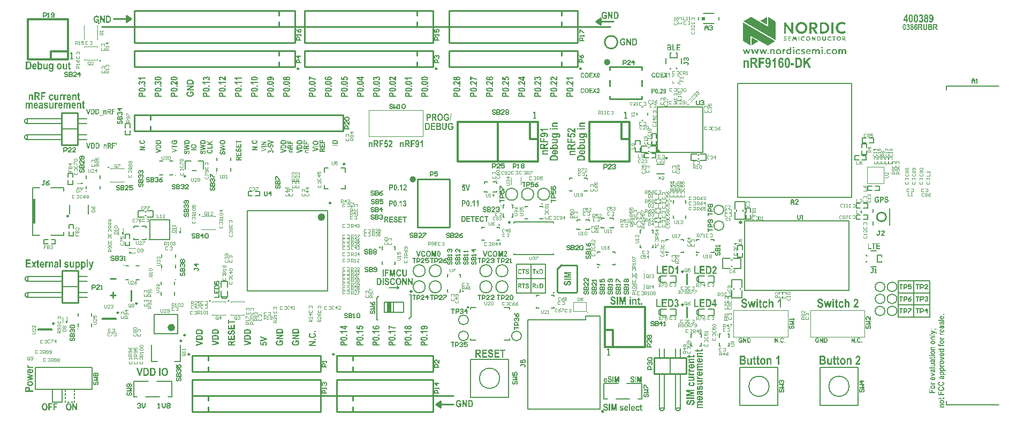
<source format=gto>
G04*
G04 #@! TF.GenerationSoftware,Altium Limited,Altium Designer,19.0.15 (446)*
G04*
G04 Layer_Color=65535*
%FSLAX24Y24*%
%MOIN*%
G70*
G01*
G75*
%ADD10C,0.0059*%
%ADD11C,0.0098*%
%ADD12C,0.0049*%
%ADD13C,0.0079*%
%ADD14C,0.0039*%
%ADD15C,0.0236*%
%ADD16C,0.0060*%
%ADD17C,0.0200*%
%ADD18C,0.0100*%
%ADD19C,0.0118*%
%ADD20C,0.0040*%
%ADD21C,0.0000*%
%ADD22C,0.0060*%
%ADD23C,0.0080*%
%ADD24C,0.0050*%
%ADD25C,0.0090*%
%ADD26R,0.0197X0.1575*%
%ADD27R,0.0039X0.0059*%
%ADD28R,0.0138X0.0059*%
%ADD29R,0.0138X0.0049*%
%ADD30R,0.0059X0.0039*%
%ADD31R,0.0059X0.0138*%
%ADD32R,0.0049X0.0138*%
%ADD33R,0.0059X0.0138*%
%ADD34R,0.0049X0.0138*%
%ADD35R,0.0252X0.0630*%
%ADD36R,0.0197X0.0197*%
G36*
X46301Y24129D02*
X45888Y24369D01*
X46301Y24605D01*
X46301Y24129D01*
D02*
G37*
G36*
X50976Y24309D02*
X50994Y24309D01*
X51011Y24308D01*
X51028Y24306D01*
X51042Y24304D01*
X51059Y24301D01*
X51079Y24297D01*
X51099Y24291D01*
X51122Y24284D01*
X51139Y24277D01*
X51157Y24269D01*
X51164Y24265D01*
X51175Y24259D01*
X51188Y24252D01*
X51199Y24246D01*
X51210Y24238D01*
X51219Y24232D01*
X51145Y24120D01*
X51142Y24121D01*
X51128Y24131D01*
X51117Y24138D01*
X51104Y24145D01*
X51089Y24152D01*
X51075Y24158D01*
X51063Y24162D01*
X51047Y24167D01*
X51035Y24170D01*
X51024Y24173D01*
X51013Y24174D01*
X51000Y24176D01*
X50987Y24177D01*
X50978Y24178D01*
X50970Y24178D01*
X50963Y24178D01*
X50952Y24178D01*
X50944Y24177D01*
X50936Y24176D01*
X50924Y24175D01*
X50916Y24174D01*
X50908Y24172D01*
X50896Y24169D01*
X50883Y24165D01*
X50875Y24162D01*
X50866Y24159D01*
X50853Y24153D01*
X50843Y24148D01*
X50832Y24141D01*
X50819Y24133D01*
X50812Y24127D01*
X50802Y24119D01*
X50794Y24111D01*
X50784Y24101D01*
X50774Y24088D01*
X50767Y24077D01*
X50758Y24062D01*
X50752Y24051D01*
X50748Y24042D01*
X50743Y24029D01*
X50741Y24021D01*
X50737Y24009D01*
X50735Y23999D01*
X50733Y23985D01*
X50731Y23972D01*
X50730Y23959D01*
X50730Y23940D01*
X50730Y23922D01*
X50732Y23906D01*
X50735Y23889D01*
X50738Y23875D01*
X50743Y23860D01*
X50748Y23847D01*
X50754Y23831D01*
X50761Y23819D01*
X50771Y23803D01*
X50784Y23786D01*
X50794Y23776D01*
X50803Y23767D01*
X50814Y23758D01*
X50822Y23752D01*
X50828Y23748D01*
X50834Y23744D01*
X50845Y23738D01*
X50855Y23733D01*
X50869Y23727D01*
X50882Y23722D01*
X50895Y23718D01*
X50907Y23715D01*
X50923Y23712D01*
X50942Y23710D01*
X50962Y23709D01*
X50974Y23709D01*
X50993Y23710D01*
X51010Y23712D01*
X51023Y23714D01*
X51037Y23717D01*
X51052Y23721D01*
X51060Y23724D01*
X51072Y23728D01*
X51082Y23732D01*
X51103Y23742D01*
X51122Y23752D01*
X51135Y23760D01*
X51145Y23767D01*
X51219Y23655D01*
X51197Y23640D01*
X51179Y23629D01*
X51162Y23621D01*
X51143Y23612D01*
X51125Y23605D01*
X51106Y23598D01*
X51090Y23593D01*
X51081Y23591D01*
X51066Y23587D01*
X51051Y23584D01*
X51038Y23582D01*
X51024Y23580D01*
X51015Y23580D01*
X51002Y23579D01*
X50991Y23578D01*
X50972Y23577D01*
X50957Y23578D01*
X50941Y23578D01*
X50930Y23579D01*
X50918Y23580D01*
X50907Y23581D01*
X50896Y23583D01*
X50882Y23585D01*
X50871Y23587D01*
X50857Y23591D01*
X50845Y23594D01*
X50834Y23597D01*
X50822Y23601D01*
X50810Y23606D01*
X50797Y23611D01*
X50791Y23614D01*
X50778Y23620D01*
X50771Y23623D01*
X50749Y23636D01*
X50741Y23641D01*
X50732Y23647D01*
X50712Y23663D01*
X50698Y23675D01*
X50681Y23692D01*
X50670Y23704D01*
X50658Y23719D01*
X50650Y23731D01*
X50641Y23745D01*
X50635Y23757D01*
X50629Y23767D01*
X50621Y23784D01*
X50615Y23800D01*
X50610Y23814D01*
X50606Y23826D01*
X50602Y23839D01*
X50598Y23856D01*
X50595Y23872D01*
X50593Y23888D01*
X50591Y23903D01*
X50590Y23913D01*
X50590Y23928D01*
X50589Y23943D01*
X50590Y23958D01*
X50590Y23970D01*
X50591Y23982D01*
X50593Y23998D01*
X50594Y24007D01*
X50597Y24024D01*
X50599Y24035D01*
X50603Y24052D01*
X50609Y24070D01*
X50611Y24077D01*
X50616Y24091D01*
X50619Y24098D01*
X50623Y24106D01*
X50627Y24115D01*
X50631Y24124D01*
X50637Y24134D01*
X50644Y24147D01*
X50656Y24164D01*
X50671Y24183D01*
X50686Y24199D01*
X50700Y24213D01*
X50708Y24221D01*
X50720Y24230D01*
X50730Y24238D01*
X50738Y24244D01*
X50747Y24249D01*
X50754Y24254D01*
X50769Y24262D01*
X50776Y24266D01*
X50789Y24272D01*
X50802Y24278D01*
X50815Y24283D01*
X50827Y24287D01*
X50839Y24291D01*
X50850Y24294D01*
X50868Y24299D01*
X50885Y24302D01*
X50901Y24305D01*
X50918Y24307D01*
X50936Y24308D01*
X50947Y24309D01*
X50964Y24309D01*
X50976Y24309D01*
D02*
G37*
G36*
X47954Y23592D02*
X47835D01*
X47493Y24074D01*
X47493Y23592D01*
X47365D01*
Y24294D01*
X47484D01*
X47826Y23812D01*
Y24294D01*
X47954D01*
Y23592D01*
D02*
G37*
G36*
X50451Y23592D02*
X50321Y23592D01*
Y24294D01*
X50451D01*
Y23592D01*
D02*
G37*
G36*
X49226Y24294D02*
X49238Y24294D01*
X49249Y24293D01*
X49265Y24290D01*
X49276Y24288D01*
X49288Y24285D01*
X49297Y24283D01*
X49310Y24279D01*
X49324Y24273D01*
X49337Y24267D01*
X49347Y24262D01*
X49354Y24257D01*
X49362Y24252D01*
X49371Y24244D01*
X49377Y24239D01*
X49386Y24231D01*
X49393Y24222D01*
X49400Y24215D01*
X49409Y24201D01*
X49417Y24189D01*
X49422Y24179D01*
X49425Y24171D01*
X49428Y24163D01*
X49431Y24156D01*
X49433Y24149D01*
X49436Y24139D01*
X49438Y24130D01*
X49439Y24122D01*
X49440Y24116D01*
X49441Y24104D01*
X49442Y24096D01*
X49442Y24088D01*
X49442Y24079D01*
X49442Y24070D01*
X49441Y24056D01*
X49440Y24045D01*
X49437Y24033D01*
X49435Y24023D01*
X49433Y24017D01*
X49431Y24010D01*
X49429Y24003D01*
X49424Y23991D01*
X49420Y23982D01*
X49415Y23972D01*
X49411Y23966D01*
X49405Y23957D01*
X49398Y23948D01*
X49390Y23939D01*
X49385Y23933D01*
X49375Y23924D01*
X49365Y23916D01*
X49356Y23910D01*
X49345Y23903D01*
X49338Y23899D01*
X49329Y23895D01*
X49320Y23891D01*
X49309Y23887D01*
X49301Y23884D01*
X49293Y23882D01*
X49285Y23880D01*
X49278Y23878D01*
X49485Y23592D01*
X49324D01*
X49133Y23872D01*
X49085D01*
Y23592D01*
X48957Y23592D01*
Y24294D01*
X49216D01*
X49226Y24294D01*
D02*
G37*
G36*
X49831Y24294D02*
X49846Y24294D01*
X49861Y24293D01*
X49875Y24291D01*
X49890Y24289D01*
X49910Y24286D01*
X49925Y24283D01*
X49935Y24280D01*
X49940Y24279D01*
X49950Y24276D01*
X49960Y24273D01*
X49970Y24269D01*
X49981Y24265D01*
X49991Y24261D01*
X50007Y24253D01*
X50019Y24247D01*
X50025Y24243D01*
X50031Y24240D01*
X50044Y24231D01*
X50051Y24226D01*
X50059Y24220D01*
X50068Y24213D01*
X50078Y24205D01*
X50093Y24191D01*
X50104Y24179D01*
X50113Y24168D01*
X50123Y24155D01*
X50131Y24142D01*
X50138Y24131D01*
X50147Y24114D01*
X50154Y24100D01*
X50160Y24087D01*
X50164Y24075D01*
X50169Y24059D01*
X50172Y24049D01*
X50176Y24035D01*
X50178Y24021D01*
X50181Y24007D01*
X50182Y23994D01*
X50183Y23986D01*
X50184Y23972D01*
X50185Y23963D01*
X50185Y23952D01*
X50185Y23939D01*
X50185Y23927D01*
X50185Y23915D01*
X50184Y23906D01*
X50183Y23893D01*
X50181Y23880D01*
X50179Y23867D01*
X50176Y23853D01*
X50175Y23849D01*
X50172Y23839D01*
X50170Y23829D01*
X50165Y23813D01*
X50160Y23802D01*
X50155Y23790D01*
X50149Y23776D01*
X50145Y23768D01*
X50135Y23750D01*
X50126Y23737D01*
X50117Y23724D01*
X50106Y23711D01*
X50095Y23698D01*
X50080Y23684D01*
X50072Y23677D01*
X50055Y23663D01*
X50040Y23653D01*
X50027Y23645D01*
X50015Y23638D01*
X50004Y23632D01*
X49993Y23627D01*
X49982Y23622D01*
X49971Y23618D01*
X49961Y23615D01*
X49946Y23610D01*
X49931Y23606D01*
X49915Y23602D01*
X49905Y23600D01*
X49894Y23598D01*
X49860Y23594D01*
X49836Y23593D01*
X49820Y23592D01*
X49596D01*
X49596Y24294D01*
X49831Y24294D01*
D02*
G37*
G36*
X48469Y24309D02*
X48489Y24308D01*
X48505Y24306D01*
X48513Y24305D01*
X48529Y24302D01*
X48547Y24298D01*
X48564Y24294D01*
X48592Y24284D01*
X48603Y24280D01*
X48613Y24276D01*
X48624Y24270D01*
X48635Y24265D01*
X48647Y24258D01*
X48661Y24249D01*
X48676Y24239D01*
X48695Y24224D01*
X48712Y24209D01*
X48726Y24194D01*
X48738Y24180D01*
X48754Y24159D01*
X48767Y24138D01*
X48776Y24123D01*
X48782Y24110D01*
X48787Y24099D01*
X48791Y24089D01*
X48795Y24079D01*
X48798Y24071D01*
X48803Y24054D01*
X48805Y24046D01*
X48809Y24031D01*
X48810Y24024D01*
X48813Y24010D01*
X48815Y23997D01*
X48816Y23984D01*
X48817Y23978D01*
X48818Y23966D01*
X48818Y23954D01*
X48818Y23943D01*
X48818Y23931D01*
X48818Y23920D01*
X48817Y23907D01*
X48815Y23895D01*
X48814Y23882D01*
X48812Y23869D01*
X48810Y23862D01*
X48807Y23847D01*
X48805Y23840D01*
X48803Y23832D01*
X48801Y23824D01*
X48798Y23816D01*
X48795Y23807D01*
X48791Y23798D01*
X48787Y23788D01*
X48782Y23777D01*
X48776Y23764D01*
X48768Y23750D01*
X48762Y23740D01*
X48756Y23732D01*
X48746Y23717D01*
X48737Y23705D01*
X48725Y23691D01*
X48712Y23678D01*
X48701Y23668D01*
X48688Y23657D01*
X48674Y23647D01*
X48659Y23636D01*
X48646Y23628D01*
X48634Y23621D01*
X48622Y23616D01*
X48611Y23611D01*
X48601Y23606D01*
X48581Y23599D01*
X48572Y23596D01*
X48562Y23593D01*
X48553Y23590D01*
X48544Y23588D01*
X48536Y23586D01*
X48519Y23583D01*
X48511Y23582D01*
X48494Y23580D01*
X48487Y23579D01*
X48471Y23578D01*
X48456Y23577D01*
X48450Y23577D01*
X48435Y23578D01*
X48427Y23578D01*
X48413Y23579D01*
X48397Y23581D01*
X48389Y23582D01*
X48382Y23583D01*
X48373Y23584D01*
X48365Y23586D01*
X48357Y23588D01*
X48349Y23590D01*
X48340Y23592D01*
X48322Y23598D01*
X48313Y23601D01*
X48303Y23605D01*
X48293Y23609D01*
X48283Y23613D01*
X48272Y23619D01*
X48260Y23625D01*
X48248Y23633D01*
X48233Y23642D01*
X48216Y23655D01*
X48204Y23664D01*
X48188Y23680D01*
X48176Y23691D01*
X48167Y23702D01*
X48159Y23712D01*
X48150Y23724D01*
X48144Y23733D01*
X48133Y23750D01*
X48120Y23776D01*
X48115Y23786D01*
X48110Y23797D01*
X48104Y23815D01*
X48099Y23831D01*
X48095Y23846D01*
X48091Y23860D01*
X48088Y23880D01*
X48085Y23899D01*
X48084Y23912D01*
X48083Y23929D01*
X48083Y23943D01*
X48083Y23956D01*
X48084Y23973D01*
X48085Y23986D01*
X48087Y24004D01*
X48090Y24017D01*
X48092Y24031D01*
X48094Y24038D01*
X48098Y24053D01*
X48103Y24069D01*
X48105Y24077D01*
X48113Y24096D01*
X48117Y24106D01*
X48122Y24116D01*
X48129Y24129D01*
X48137Y24144D01*
X48150Y24163D01*
X48163Y24180D01*
X48179Y24199D01*
X48193Y24213D01*
X48207Y24225D01*
X48227Y24240D01*
X48242Y24251D01*
X48256Y24259D01*
X48268Y24266D01*
X48279Y24272D01*
X48301Y24281D01*
X48320Y24288D01*
X48338Y24294D01*
X48355Y24299D01*
X48372Y24302D01*
X48389Y24305D01*
X48404Y24307D01*
X48420Y24308D01*
X48435Y24309D01*
X48450Y24309D01*
X48469Y24309D01*
D02*
G37*
G36*
X47448Y23413D02*
X47455Y23412D01*
X47463Y23411D01*
X47472Y23410D01*
X47480Y23409D01*
X47487Y23407D01*
X47494Y23405D01*
X47500Y23403D01*
X47510Y23399D01*
X47520Y23394D01*
X47500Y23351D01*
X47495Y23354D01*
X47492Y23355D01*
X47490Y23356D01*
X47487Y23357D01*
X47483Y23359D01*
X47480Y23360D01*
X47477Y23361D01*
X47472Y23363D01*
X47468Y23364D01*
X47465Y23365D01*
X47460Y23365D01*
X47458Y23366D01*
X47454Y23366D01*
X47451Y23367D01*
X47448Y23367D01*
X47444Y23367D01*
X47441Y23367D01*
X47436Y23366D01*
X47434Y23366D01*
X47429Y23365D01*
X47426Y23363D01*
X47424Y23362D01*
X47423Y23361D01*
X47421Y23359D01*
X47420Y23357D01*
X47419Y23355D01*
X47418Y23353D01*
X47418Y23351D01*
X47418Y23349D01*
X47418Y23346D01*
X47418Y23344D01*
X47419Y23339D01*
X47422Y23335D01*
X47425Y23332D01*
X47429Y23328D01*
X47434Y23324D01*
X47460Y23306D01*
X47487Y23287D01*
X47491Y23284D01*
X47496Y23280D01*
X47499Y23277D01*
X47502Y23274D01*
X47504Y23272D01*
X47506Y23270D01*
X47510Y23266D01*
X47513Y23263D01*
X47516Y23258D01*
X47520Y23251D01*
X47523Y23242D01*
X47524Y23239D01*
X47525Y23236D01*
X47525Y23234D01*
X47526Y23230D01*
X47527Y23226D01*
X47527Y23222D01*
X47527Y23219D01*
X47527Y23216D01*
X47527Y23213D01*
X47527Y23209D01*
X47526Y23205D01*
X47526Y23203D01*
X47525Y23198D01*
X47524Y23193D01*
X47523Y23189D01*
X47521Y23185D01*
X47519Y23180D01*
X47515Y23174D01*
X47509Y23166D01*
X47505Y23162D01*
X47503Y23161D01*
X47500Y23158D01*
X47496Y23156D01*
X47491Y23153D01*
X47487Y23151D01*
X47484Y23150D01*
X47480Y23148D01*
X47476Y23147D01*
X47470Y23145D01*
X47463Y23144D01*
X47458Y23143D01*
X47453Y23142D01*
X47446Y23142D01*
X47438Y23142D01*
X47426Y23142D01*
X47418Y23143D01*
X47410Y23144D01*
X47400Y23146D01*
X47393Y23147D01*
X47381Y23151D01*
X47376Y23154D01*
X47371Y23155D01*
X47368Y23157D01*
X47362Y23160D01*
X47357Y23162D01*
X47353Y23164D01*
X47349Y23167D01*
X47370Y23210D01*
X47377Y23206D01*
X47381Y23204D01*
X47387Y23201D01*
X47393Y23199D01*
X47398Y23197D01*
X47404Y23194D01*
X47413Y23191D01*
X47419Y23190D01*
X47424Y23189D01*
X47430Y23188D01*
X47434Y23188D01*
X47438Y23188D01*
X47444Y23188D01*
X47448Y23188D01*
X47451Y23189D01*
X47457Y23190D01*
X47460Y23191D01*
X47464Y23193D01*
X47466Y23194D01*
X47469Y23196D01*
X47471Y23198D01*
X47473Y23200D01*
X47475Y23204D01*
X47475Y23206D01*
X47476Y23210D01*
X47477Y23213D01*
X47477Y23216D01*
X47476Y23219D01*
X47475Y23222D01*
X47475Y23224D01*
X47474Y23226D01*
X47472Y23228D01*
X47470Y23231D01*
X47468Y23234D01*
X47466Y23236D01*
X47462Y23239D01*
X47456Y23244D01*
X47450Y23248D01*
X47408Y23278D01*
X47407Y23279D01*
X47403Y23282D01*
X47399Y23285D01*
X47396Y23288D01*
X47392Y23291D01*
X47387Y23296D01*
X47384Y23300D01*
X47379Y23306D01*
X47377Y23309D01*
X47375Y23313D01*
X47373Y23317D01*
X47369Y23328D01*
X47369Y23330D01*
X47368Y23333D01*
X47368Y23338D01*
X47367Y23342D01*
X47367Y23349D01*
X47367Y23351D01*
X47368Y23356D01*
X47368Y23360D01*
X47369Y23365D01*
X47371Y23370D01*
X47372Y23374D01*
X47374Y23378D01*
X47377Y23383D01*
X47384Y23392D01*
X47386Y23393D01*
X47388Y23395D01*
X47392Y23398D01*
X47396Y23401D01*
X47402Y23404D01*
X47406Y23406D01*
X47410Y23408D01*
X47418Y23410D01*
X47424Y23411D01*
X47431Y23412D01*
X47438Y23412D01*
X47443Y23413D01*
X47448Y23413D01*
D02*
G37*
G36*
X50218Y23413D02*
X50226Y23413D01*
X50236Y23412D01*
X50246Y23410D01*
X50258Y23407D01*
X50269Y23403D01*
X50280Y23398D01*
X50283Y23397D01*
X50290Y23393D01*
X50295Y23390D01*
X50303Y23385D01*
X50275Y23343D01*
X50274Y23344D01*
X50269Y23347D01*
X50265Y23350D01*
X50260Y23352D01*
X50256Y23354D01*
X50252Y23356D01*
X50244Y23359D01*
X50237Y23361D01*
X50225Y23364D01*
X50215Y23365D01*
X50212Y23365D01*
X50205Y23365D01*
X50198Y23364D01*
X50192Y23363D01*
X50186Y23362D01*
X50181Y23361D01*
X50174Y23359D01*
X50167Y23356D01*
X50160Y23351D01*
X50155Y23348D01*
X50149Y23343D01*
X50141Y23336D01*
X50135Y23327D01*
X50131Y23320D01*
X50129Y23316D01*
X50127Y23311D01*
X50125Y23304D01*
X50124Y23298D01*
X50123Y23292D01*
X50122Y23287D01*
X50122Y23281D01*
X50122Y23276D01*
X50122Y23270D01*
X50123Y23263D01*
X50124Y23257D01*
X50126Y23248D01*
X50129Y23240D01*
X50132Y23235D01*
X50137Y23226D01*
X50144Y23217D01*
X50153Y23209D01*
X50160Y23204D01*
X50163Y23203D01*
X50168Y23200D01*
X50173Y23198D01*
X50178Y23196D01*
X50186Y23194D01*
X50190Y23193D01*
X50198Y23192D01*
X50203Y23191D01*
X50212Y23191D01*
X50219Y23192D01*
X50226Y23192D01*
X50238Y23195D01*
X50242Y23196D01*
X50245Y23197D01*
X50251Y23199D01*
X50256Y23201D01*
X50260Y23204D01*
X50266Y23207D01*
X50271Y23209D01*
X50275Y23213D01*
X50303Y23171D01*
X50299Y23169D01*
X50294Y23165D01*
X50284Y23160D01*
X50276Y23156D01*
X50266Y23152D01*
X50255Y23148D01*
X50251Y23147D01*
X50246Y23146D01*
X50239Y23145D01*
X50232Y23144D01*
X50222Y23143D01*
X50215Y23143D01*
X50208Y23143D01*
X50202Y23143D01*
X50196Y23143D01*
X50187Y23144D01*
X50179Y23145D01*
X50173Y23146D01*
X50164Y23149D01*
X50160Y23150D01*
X50153Y23152D01*
X50147Y23155D01*
X50139Y23158D01*
X50132Y23163D01*
X50123Y23168D01*
X50115Y23174D01*
X50110Y23179D01*
X50101Y23188D01*
X50095Y23195D01*
X50089Y23204D01*
X50087Y23209D01*
X50085Y23212D01*
X50083Y23216D01*
X50080Y23222D01*
X50077Y23230D01*
X50075Y23239D01*
X50073Y23248D01*
X50071Y23256D01*
X50071Y23261D01*
X50070Y23269D01*
X50070Y23274D01*
X50070Y23280D01*
X50070Y23285D01*
X50070Y23289D01*
X50071Y23296D01*
X50072Y23302D01*
X50073Y23308D01*
X50074Y23314D01*
X50077Y23325D01*
X50079Y23330D01*
X50081Y23335D01*
X50084Y23341D01*
X50087Y23349D01*
X50090Y23353D01*
X50094Y23360D01*
X50106Y23373D01*
X50114Y23381D01*
X50118Y23384D01*
X50122Y23387D01*
X50128Y23391D01*
X50134Y23395D01*
X50139Y23397D01*
X50144Y23400D01*
X50149Y23402D01*
X50154Y23404D01*
X50160Y23406D01*
X50164Y23407D01*
X50170Y23409D01*
X50175Y23410D01*
X50181Y23411D01*
X50189Y23412D01*
X50198Y23413D01*
X50210Y23413D01*
X50218Y23413D01*
D02*
G37*
G36*
X48568Y23412D02*
X48576Y23412D01*
X48586Y23411D01*
X48596Y23409D01*
X48608Y23406D01*
X48619Y23402D01*
X48630Y23397D01*
X48632Y23396D01*
X48640Y23392D01*
X48645Y23389D01*
X48653Y23384D01*
X48625Y23342D01*
X48624Y23344D01*
X48619Y23347D01*
X48615Y23349D01*
X48610Y23352D01*
X48606Y23353D01*
X48602Y23356D01*
X48593Y23359D01*
X48587Y23361D01*
X48575Y23363D01*
X48565Y23364D01*
X48562Y23364D01*
X48555Y23364D01*
X48548Y23363D01*
X48542Y23363D01*
X48536Y23361D01*
X48530Y23360D01*
X48524Y23358D01*
X48517Y23355D01*
X48510Y23351D01*
X48505Y23348D01*
X48499Y23342D01*
X48491Y23335D01*
X48485Y23326D01*
X48481Y23319D01*
X48479Y23315D01*
X48477Y23310D01*
X48475Y23303D01*
X48474Y23297D01*
X48473Y23291D01*
X48472Y23286D01*
X48472Y23281D01*
X48472Y23275D01*
X48472Y23269D01*
X48473Y23262D01*
X48474Y23256D01*
X48476Y23248D01*
X48479Y23240D01*
X48482Y23234D01*
X48487Y23225D01*
X48494Y23216D01*
X48503Y23208D01*
X48510Y23203D01*
X48512Y23202D01*
X48518Y23199D01*
X48523Y23197D01*
X48528Y23195D01*
X48536Y23193D01*
X48540Y23192D01*
X48547Y23191D01*
X48553Y23191D01*
X48562Y23190D01*
X48569Y23191D01*
X48576Y23192D01*
X48588Y23194D01*
X48592Y23195D01*
X48595Y23196D01*
X48601Y23198D01*
X48606Y23201D01*
X48610Y23203D01*
X48616Y23206D01*
X48620Y23209D01*
X48625Y23212D01*
X48653Y23170D01*
X48649Y23168D01*
X48644Y23164D01*
X48634Y23159D01*
X48625Y23155D01*
X48616Y23151D01*
X48604Y23147D01*
X48601Y23147D01*
X48596Y23145D01*
X48589Y23144D01*
X48582Y23143D01*
X48572Y23142D01*
X48565Y23142D01*
X48558Y23142D01*
X48552Y23142D01*
X48545Y23142D01*
X48537Y23143D01*
X48529Y23144D01*
X48523Y23146D01*
X48514Y23148D01*
X48510Y23149D01*
X48503Y23151D01*
X48496Y23154D01*
X48489Y23158D01*
X48482Y23162D01*
X48472Y23168D01*
X48465Y23173D01*
X48460Y23178D01*
X48451Y23187D01*
X48445Y23195D01*
X48439Y23204D01*
X48437Y23208D01*
X48435Y23212D01*
X48433Y23215D01*
X48430Y23221D01*
X48427Y23229D01*
X48425Y23238D01*
X48423Y23247D01*
X48421Y23255D01*
X48421Y23260D01*
X48420Y23268D01*
X48420Y23273D01*
X48420Y23279D01*
X48420Y23284D01*
X48420Y23288D01*
X48421Y23295D01*
X48421Y23301D01*
X48422Y23307D01*
X48424Y23313D01*
X48427Y23324D01*
X48429Y23329D01*
X48431Y23335D01*
X48433Y23341D01*
X48437Y23348D01*
X48440Y23352D01*
X48444Y23359D01*
X48455Y23372D01*
X48464Y23380D01*
X48468Y23383D01*
X48472Y23386D01*
X48478Y23390D01*
X48484Y23394D01*
X48489Y23397D01*
X48494Y23399D01*
X48498Y23401D01*
X48504Y23403D01*
X48510Y23405D01*
X48514Y23406D01*
X48520Y23408D01*
X48525Y23409D01*
X48531Y23410D01*
X48539Y23411D01*
X48548Y23412D01*
X48560Y23413D01*
X48568Y23412D01*
D02*
G37*
G36*
X48170Y23148D02*
X48122Y23148D01*
X48097Y23315D01*
X48047Y23186D01*
X48012D01*
X47962Y23315D01*
X47936Y23148D01*
X47889D01*
X47935Y23407D01*
X47970D01*
X48029Y23260D01*
X48088Y23407D01*
X48123D01*
X48170Y23148D01*
D02*
G37*
G36*
X49322Y23147D02*
X49278D01*
X49152Y23325D01*
Y23147D01*
X49104D01*
Y23407D01*
X49148D01*
X49275Y23229D01*
Y23407D01*
X49322D01*
Y23147D01*
D02*
G37*
G36*
X45307Y24610D02*
X45313Y24610D01*
X45320Y24608D01*
X45328Y24606D01*
X45334Y24604D01*
X45343Y24600D01*
X45352Y24596D01*
X46372Y24005D01*
Y24607D01*
X46381Y24604D01*
X46389Y24601D01*
X46394Y24598D01*
X46781Y24374D01*
X46787Y24370D01*
X46797Y24363D01*
X46805Y24356D01*
X46817Y24342D01*
X46825Y24330D01*
X46831Y24317D01*
X46835Y24305D01*
X46837Y24295D01*
X46838Y24286D01*
X46838Y24276D01*
Y23190D01*
X44838Y24345D01*
X44841Y24348D01*
X44846Y24354D01*
X44851Y24359D01*
X44856Y24364D01*
X44864Y24370D01*
X44873Y24375D01*
X45251Y24595D01*
X45258Y24598D01*
X45264Y24601D01*
X45270Y24604D01*
X45278Y24606D01*
X45284Y24608D01*
X45291Y24609D01*
X45295Y24610D01*
X45301Y24610D01*
X45307Y24610D01*
D02*
G37*
G36*
X51117Y23408D02*
X51122Y23407D01*
X51129Y23406D01*
X51140Y23403D01*
X51148Y23400D01*
X51155Y23397D01*
X51163Y23391D01*
X51167Y23387D01*
X51175Y23379D01*
X51179Y23373D01*
X51183Y23367D01*
X51185Y23362D01*
X51187Y23357D01*
X51190Y23346D01*
X51191Y23341D01*
X51191Y23332D01*
X51191Y23327D01*
X51191Y23322D01*
X51191Y23317D01*
X51190Y23311D01*
X51188Y23305D01*
X51185Y23297D01*
X51183Y23292D01*
X51180Y23286D01*
X51173Y23278D01*
X51166Y23271D01*
X51161Y23267D01*
X51154Y23262D01*
X51144Y23258D01*
X51136Y23255D01*
X51131Y23254D01*
X51207Y23148D01*
X51148D01*
X51077Y23252D01*
X51059D01*
Y23148D01*
X51012D01*
Y23408D01*
X51108D01*
X51117Y23408D01*
D02*
G37*
G36*
X49531Y23408D02*
X49538Y23407D01*
X49547Y23406D01*
X49552Y23405D01*
X49558Y23404D01*
X49565Y23403D01*
X49571Y23401D01*
X49577Y23399D01*
X49580Y23398D01*
X49590Y23393D01*
X49597Y23390D01*
X49601Y23388D01*
X49609Y23383D01*
X49615Y23378D01*
X49618Y23375D01*
X49624Y23370D01*
X49633Y23360D01*
X49638Y23352D01*
X49644Y23341D01*
X49647Y23336D01*
X49649Y23329D01*
X49652Y23323D01*
X49653Y23317D01*
X49655Y23310D01*
X49656Y23305D01*
X49657Y23295D01*
X49658Y23289D01*
X49658Y23280D01*
X49658Y23273D01*
X49658Y23266D01*
X49657Y23259D01*
X49656Y23252D01*
X49655Y23246D01*
X49652Y23236D01*
X49649Y23226D01*
X49646Y23219D01*
X49643Y23213D01*
X49639Y23206D01*
X49636Y23202D01*
X49627Y23189D01*
X49616Y23179D01*
X49604Y23171D01*
X49591Y23163D01*
X49581Y23158D01*
X49569Y23154D01*
X49560Y23152D01*
X49551Y23150D01*
X49547Y23150D01*
X49536Y23149D01*
X49523Y23148D01*
X49440D01*
Y23408D01*
X49523D01*
X49531Y23408D01*
D02*
G37*
G36*
X50570Y23363D02*
X50499D01*
Y23148D01*
X50451D01*
Y23363D01*
X50380D01*
X50380Y23408D01*
X50570D01*
Y23363D01*
D02*
G37*
G36*
X48324Y23147D02*
X48274D01*
Y23407D01*
X48324D01*
Y23147D01*
D02*
G37*
G36*
X47785Y23363D02*
X47679D01*
Y23311D01*
X47776D01*
Y23267D01*
X47679D01*
Y23192D01*
X47787D01*
X47787Y23147D01*
X47631D01*
Y23407D01*
X47785D01*
X47785Y23363D01*
D02*
G37*
G36*
X49807Y23254D02*
X49807Y23252D01*
X49808Y23243D01*
X49809Y23235D01*
X49811Y23228D01*
X49814Y23222D01*
X49817Y23216D01*
X49820Y23211D01*
X49824Y23207D01*
X49833Y23200D01*
X49838Y23197D01*
X49845Y23195D01*
X49852Y23193D01*
X49857Y23192D01*
X49863Y23192D01*
X49870Y23192D01*
X49875Y23193D01*
X49881Y23194D01*
X49888Y23196D01*
X49894Y23199D01*
X49898Y23202D01*
X49906Y23210D01*
X49911Y23215D01*
X49914Y23221D01*
X49917Y23228D01*
X49919Y23234D01*
X49920Y23240D01*
X49921Y23249D01*
X49921Y23253D01*
Y23408D01*
X49971D01*
X49971Y23251D01*
X49971Y23245D01*
X49971Y23238D01*
X49970Y23231D01*
X49969Y23222D01*
X49967Y23214D01*
X49965Y23208D01*
X49962Y23201D01*
X49959Y23194D01*
X49954Y23186D01*
X49950Y23180D01*
X49945Y23174D01*
X49934Y23164D01*
X49929Y23161D01*
X49924Y23157D01*
X49918Y23154D01*
X49914Y23152D01*
X49907Y23150D01*
X49899Y23147D01*
X49893Y23146D01*
X49885Y23144D01*
X49879Y23144D01*
X49872Y23143D01*
X49865Y23143D01*
X49855Y23143D01*
X49848Y23144D01*
X49841Y23145D01*
X49834Y23146D01*
X49828Y23147D01*
X49822Y23149D01*
X49815Y23152D01*
X49807Y23156D01*
X49800Y23160D01*
X49790Y23167D01*
X49780Y23178D01*
X49773Y23187D01*
X49771Y23191D01*
X49768Y23197D01*
X49765Y23203D01*
X49762Y23211D01*
X49761Y23218D01*
X49759Y23228D01*
X49758Y23236D01*
X49757Y23243D01*
X49757Y23251D01*
Y23408D01*
X49807Y23408D01*
Y23254D01*
D02*
G37*
G36*
X50787Y23413D02*
X50796Y23413D01*
X50802Y23412D01*
X50808Y23411D01*
X50814Y23409D01*
X50821Y23408D01*
X50827Y23405D01*
X50839Y23401D01*
X50847Y23397D01*
X50851Y23394D01*
X50856Y23391D01*
X50862Y23388D01*
X50869Y23382D01*
X50873Y23379D01*
X50877Y23374D01*
X50885Y23365D01*
X50889Y23361D01*
X50892Y23356D01*
X50896Y23350D01*
X50899Y23345D01*
X50903Y23336D01*
X50906Y23329D01*
X50908Y23322D01*
X50910Y23316D01*
X50911Y23311D01*
X50912Y23306D01*
X50914Y23296D01*
X50914Y23287D01*
X50915Y23276D01*
X50914Y23260D01*
X50912Y23248D01*
X50910Y23243D01*
X50908Y23234D01*
X50906Y23228D01*
X50903Y23220D01*
X50899Y23212D01*
X50896Y23207D01*
X50892Y23200D01*
X50887Y23194D01*
X50883Y23188D01*
X50877Y23182D01*
X50871Y23176D01*
X50861Y23168D01*
X50856Y23165D01*
X50851Y23161D01*
X50842Y23157D01*
X50834Y23153D01*
X50827Y23151D01*
X50820Y23148D01*
X50813Y23147D01*
X50804Y23145D01*
X50798Y23144D01*
X50789Y23143D01*
X50783Y23143D01*
X50770Y23143D01*
X50764Y23143D01*
X50759Y23144D01*
X50750Y23145D01*
X50741Y23147D01*
X50734Y23149D01*
X50724Y23153D01*
X50716Y23156D01*
X50708Y23160D01*
X50703Y23163D01*
X50698Y23167D01*
X50691Y23172D01*
X50685Y23176D01*
X50680Y23182D01*
X50675Y23187D01*
X50669Y23194D01*
X50665Y23200D01*
X50661Y23206D01*
X50656Y23216D01*
X50653Y23224D01*
X50650Y23230D01*
X50648Y23236D01*
X50646Y23245D01*
X50645Y23252D01*
X50644Y23260D01*
X50643Y23277D01*
X50643Y23283D01*
X50643Y23291D01*
X50645Y23303D01*
X50647Y23313D01*
X50649Y23322D01*
X50651Y23328D01*
X50655Y23338D01*
X50659Y23347D01*
X50662Y23352D01*
X50667Y23359D01*
X50672Y23366D01*
X50681Y23376D01*
X50686Y23381D01*
X50691Y23385D01*
X50696Y23388D01*
X50701Y23392D01*
X50706Y23395D01*
X50711Y23397D01*
X50723Y23403D01*
X50730Y23406D01*
X50740Y23409D01*
X50747Y23410D01*
X50753Y23411D01*
X50761Y23413D01*
X50767Y23413D01*
X50775Y23414D01*
X50781Y23414D01*
X50787Y23413D01*
D02*
G37*
G36*
X48877Y23412D02*
X48886Y23412D01*
X48892Y23411D01*
X48898Y23410D01*
X48904Y23408D01*
X48911Y23407D01*
X48917Y23405D01*
X48929Y23400D01*
X48937Y23396D01*
X48941Y23393D01*
X48946Y23390D01*
X48952Y23387D01*
X48959Y23381D01*
X48963Y23378D01*
X48968Y23373D01*
X48975Y23364D01*
X48979Y23360D01*
X48982Y23355D01*
X48986Y23349D01*
X48989Y23344D01*
X48993Y23335D01*
X48996Y23328D01*
X48998Y23321D01*
X49000Y23315D01*
X49001Y23310D01*
X49002Y23305D01*
X49004Y23295D01*
X49004Y23286D01*
X49005Y23275D01*
X49004Y23259D01*
X49002Y23247D01*
X49001Y23242D01*
X48998Y23233D01*
X48996Y23227D01*
X48993Y23219D01*
X48989Y23211D01*
X48986Y23206D01*
X48982Y23199D01*
X48978Y23193D01*
X48973Y23187D01*
X48967Y23181D01*
X48961Y23175D01*
X48951Y23167D01*
X48946Y23164D01*
X48941Y23161D01*
X48932Y23156D01*
X48924Y23152D01*
X48917Y23150D01*
X48910Y23147D01*
X48903Y23146D01*
X48894Y23144D01*
X48888Y23143D01*
X48879Y23142D01*
X48873Y23142D01*
X48860Y23142D01*
X48854Y23142D01*
X48849Y23143D01*
X48840Y23144D01*
X48831Y23146D01*
X48824Y23148D01*
X48814Y23152D01*
X48806Y23155D01*
X48798Y23160D01*
X48793Y23162D01*
X48788Y23166D01*
X48781Y23171D01*
X48775Y23175D01*
X48770Y23181D01*
X48765Y23186D01*
X48759Y23193D01*
X48755Y23199D01*
X48751Y23205D01*
X48746Y23215D01*
X48743Y23223D01*
X48740Y23229D01*
X48738Y23235D01*
X48736Y23244D01*
X48735Y23251D01*
X48734Y23259D01*
X48733Y23276D01*
X48733Y23282D01*
X48733Y23290D01*
X48735Y23302D01*
X48737Y23312D01*
X48739Y23321D01*
X48741Y23327D01*
X48745Y23337D01*
X48749Y23346D01*
X48753Y23351D01*
X48757Y23358D01*
X48762Y23365D01*
X48771Y23375D01*
X48776Y23380D01*
X48781Y23384D01*
X48786Y23387D01*
X48792Y23391D01*
X48796Y23394D01*
X48801Y23397D01*
X48813Y23402D01*
X48820Y23405D01*
X48830Y23408D01*
X48837Y23409D01*
X48843Y23410D01*
X48851Y23412D01*
X48857Y23412D01*
X48865Y23413D01*
X48871D01*
X48877Y23412D01*
D02*
G37*
G36*
X45766Y23096D02*
X45352Y22857D01*
X45352Y23335D01*
X45766Y23096D01*
D02*
G37*
G36*
X46820Y23118D02*
X46376Y22857D01*
X46371Y22855D01*
X46368Y22853D01*
X46365Y22852D01*
X46361Y22850D01*
X46357Y22849D01*
X46354Y22848D01*
X46352Y22848D01*
X46350Y22848D01*
X46345Y22848D01*
X46343Y22849D01*
X46339Y22850D01*
X46335Y22851D01*
X46332Y22853D01*
X46330Y22854D01*
X45281Y23458D01*
X45281Y22855D01*
X44846Y23109D01*
X44837Y23115D01*
X44832Y23120D01*
X44827Y23126D01*
X44822Y23133D01*
X44819Y23141D01*
X44817Y23148D01*
X44815Y23157D01*
X44815Y23162D01*
X44815Y24276D01*
X46820Y23118D01*
D02*
G37*
G36*
X48004Y22662D02*
X47927D01*
X47927Y22730D01*
X48004D01*
X48004Y22662D01*
D02*
G37*
G36*
X49767Y22662D02*
X49691Y22662D01*
X49691Y22730D01*
X49767D01*
Y22662D01*
D02*
G37*
G36*
X46685Y22621D02*
X46693Y22620D01*
X46700Y22619D01*
X46708Y22617D01*
X46717Y22614D01*
X46723Y22612D01*
X46728Y22610D01*
X46734Y22607D01*
X46739Y22603D01*
X46744Y22600D01*
X46750Y22595D01*
X46756Y22589D01*
X46758Y22587D01*
X46763Y22580D01*
X46765Y22577D01*
X46770Y22570D01*
X46773Y22564D01*
X46776Y22557D01*
X46778Y22552D01*
X46779Y22547D01*
X46781Y22540D01*
X46783Y22532D01*
X46784Y22526D01*
X46785Y22519D01*
X46785Y22512D01*
X46785Y22503D01*
X46785Y22303D01*
X46714D01*
X46714Y22480D01*
X46714Y22484D01*
X46714Y22488D01*
X46713Y22493D01*
X46713Y22496D01*
X46712Y22501D01*
X46711Y22505D01*
X46710Y22510D01*
X46709Y22515D01*
X46707Y22519D01*
X46705Y22524D01*
X46704Y22526D01*
X46701Y22531D01*
X46697Y22536D01*
X46694Y22539D01*
X46689Y22543D01*
X46685Y22547D01*
X46683Y22547D01*
X46680Y22549D01*
X46675Y22551D01*
X46671Y22553D01*
X46664Y22555D01*
X46660Y22555D01*
X46654Y22556D01*
X46648Y22556D01*
X46643Y22556D01*
X46635Y22555D01*
X46632Y22555D01*
X46627Y22554D01*
X46621Y22552D01*
X46617Y22550D01*
X46612Y22548D01*
X46607Y22545D01*
X46601Y22540D01*
X46597Y22536D01*
X46593Y22531D01*
X46589Y22526D01*
X46586Y22519D01*
X46583Y22513D01*
X46581Y22506D01*
X46579Y22498D01*
X46578Y22491D01*
X46577Y22486D01*
X46577Y22480D01*
X46577Y22303D01*
X46506D01*
X46506Y22615D01*
X46577D01*
Y22567D01*
X46579Y22569D01*
X46581Y22572D01*
X46584Y22576D01*
X46587Y22580D01*
X46590Y22583D01*
X46594Y22587D01*
X46598Y22591D01*
X46602Y22595D01*
X46605Y22598D01*
X46608Y22600D01*
X46614Y22604D01*
X46620Y22608D01*
X46624Y22610D01*
X46630Y22612D01*
X46636Y22615D01*
X46642Y22617D01*
X46649Y22619D01*
X46655Y22620D01*
X46661Y22620D01*
X46671Y22621D01*
X46677Y22621D01*
X46685Y22621D01*
D02*
G37*
G36*
X49491Y22621D02*
X49497Y22621D01*
X49501Y22620D01*
X49505Y22620D01*
X49511Y22619D01*
X49515Y22618D01*
X49521Y22616D01*
X49525Y22615D01*
X49530Y22613D01*
X49536Y22611D01*
X49541Y22609D01*
X49544Y22606D01*
X49549Y22604D01*
X49552Y22601D01*
X49558Y22596D01*
X49562Y22593D01*
X49566Y22589D01*
X49568Y22587D01*
X49571Y22583D01*
X49574Y22578D01*
X49576Y22576D01*
X49578Y22572D01*
X49582Y22565D01*
X49584Y22560D01*
X49587Y22551D01*
X49589Y22545D01*
X49590Y22540D01*
X49591Y22533D01*
X49592Y22526D01*
X49593Y22519D01*
X49594Y22511D01*
X49594Y22502D01*
Y22303D01*
X49522D01*
Y22480D01*
X49522Y22485D01*
X49522Y22490D01*
X49522Y22496D01*
X49521Y22501D01*
X49520Y22506D01*
X49518Y22512D01*
X49517Y22517D01*
X49515Y22522D01*
X49513Y22526D01*
X49510Y22531D01*
X49508Y22535D01*
X49504Y22538D01*
X49500Y22542D01*
X49497Y22545D01*
X49493Y22547D01*
X49489Y22550D01*
X49485Y22552D01*
X49479Y22554D01*
X49475Y22555D01*
X49470Y22555D01*
X49464Y22556D01*
X49459Y22556D01*
X49452Y22556D01*
X49448Y22555D01*
X49443Y22555D01*
X49438Y22553D01*
X49432Y22551D01*
X49428Y22549D01*
X49423Y22546D01*
X49417Y22542D01*
X49414Y22539D01*
X49411Y22536D01*
X49409Y22534D01*
X49407Y22531D01*
X49405Y22527D01*
X49402Y22523D01*
X49400Y22518D01*
X49398Y22513D01*
X49396Y22509D01*
X49396Y22505D01*
X49394Y22498D01*
X49393Y22493D01*
X49393Y22486D01*
X49392Y22479D01*
Y22303D01*
X49321D01*
X49321Y22482D01*
X49321Y22486D01*
X49321Y22492D01*
X49320Y22497D01*
X49319Y22503D01*
X49318Y22510D01*
X49316Y22516D01*
X49314Y22520D01*
X49312Y22524D01*
X49310Y22528D01*
X49308Y22532D01*
X49305Y22536D01*
X49301Y22540D01*
X49298Y22543D01*
X49295Y22545D01*
X49291Y22548D01*
X49288Y22549D01*
X49283Y22552D01*
X49279Y22553D01*
X49273Y22555D01*
X49268Y22556D01*
X49263Y22556D01*
X49258Y22556D01*
X49253Y22556D01*
X49248Y22556D01*
X49243Y22555D01*
X49239Y22554D01*
X49235Y22552D01*
X49230Y22550D01*
X49225Y22548D01*
X49222Y22546D01*
X49218Y22543D01*
X49214Y22540D01*
X49212Y22538D01*
X49209Y22535D01*
X49206Y22530D01*
X49203Y22526D01*
X49200Y22521D01*
X49198Y22516D01*
X49196Y22511D01*
X49195Y22506D01*
X49194Y22502D01*
X49193Y22499D01*
X49192Y22495D01*
X49192Y22491D01*
X49191Y22485D01*
X49191Y22479D01*
Y22303D01*
X49120D01*
Y22615D01*
X49191Y22615D01*
X49191Y22567D01*
X49194Y22571D01*
X49198Y22576D01*
X49201Y22580D01*
X49205Y22584D01*
X49209Y22589D01*
X49214Y22593D01*
X49219Y22598D01*
X49223Y22601D01*
X49228Y22605D01*
X49233Y22607D01*
X49237Y22610D01*
X49242Y22612D01*
X49246Y22614D01*
X49251Y22616D01*
X49260Y22618D01*
X49266Y22619D01*
X49273Y22620D01*
X49280Y22621D01*
X49288Y22621D01*
X49295Y22621D01*
X49299Y22620D01*
X49306Y22620D01*
X49312Y22618D01*
X49320Y22617D01*
X49323Y22615D01*
X49328Y22614D01*
X49332Y22612D01*
X49340Y22608D01*
X49345Y22605D01*
X49351Y22601D01*
X49355Y22598D01*
X49361Y22592D01*
X49366Y22587D01*
X49370Y22581D01*
X49373Y22577D01*
X49377Y22571D01*
X49380Y22566D01*
X49382Y22569D01*
X49386Y22574D01*
X49390Y22579D01*
X49394Y22583D01*
X49398Y22587D01*
X49402Y22591D01*
X49408Y22595D01*
X49411Y22598D01*
X49418Y22603D01*
X49422Y22605D01*
X49425Y22607D01*
X49431Y22610D01*
X49435Y22612D01*
X49443Y22615D01*
X49447Y22616D01*
X49456Y22618D01*
X49461Y22619D01*
X49466Y22620D01*
X49470Y22620D01*
X49476Y22621D01*
X49484Y22621D01*
X49491Y22621D01*
D02*
G37*
G36*
X51128D02*
X51134Y22621D01*
X51138Y22620D01*
X51142Y22620D01*
X51148Y22619D01*
X51152Y22618D01*
X51158Y22616D01*
X51163Y22615D01*
X51168Y22613D01*
X51173Y22611D01*
X51178Y22609D01*
X51181Y22606D01*
X51186Y22604D01*
X51189Y22601D01*
X51195Y22596D01*
X51199Y22593D01*
X51203Y22589D01*
X51205Y22587D01*
X51208Y22583D01*
X51211Y22578D01*
X51213Y22576D01*
X51215Y22572D01*
X51219Y22565D01*
X51221Y22560D01*
X51224Y22551D01*
X51226Y22545D01*
X51227Y22540D01*
X51228Y22533D01*
X51229Y22526D01*
X51230Y22519D01*
X51231Y22511D01*
X51231Y22502D01*
X51231Y22303D01*
X51159D01*
Y22480D01*
X51159Y22485D01*
X51159Y22490D01*
X51159Y22496D01*
X51158Y22501D01*
X51157Y22506D01*
X51155Y22512D01*
X51154Y22517D01*
X51152Y22522D01*
X51150Y22526D01*
X51147Y22531D01*
X51145Y22535D01*
X51141Y22538D01*
X51137Y22542D01*
X51134Y22545D01*
X51131Y22547D01*
X51126Y22550D01*
X51122Y22552D01*
X51116Y22554D01*
X51112Y22555D01*
X51108Y22555D01*
X51101Y22556D01*
X51096Y22556D01*
X51089Y22556D01*
X51085Y22555D01*
X51080Y22555D01*
X51075Y22553D01*
X51069Y22551D01*
X51065Y22549D01*
X51060Y22546D01*
X51054Y22542D01*
X51051Y22539D01*
X51048Y22536D01*
X51046Y22534D01*
X51044Y22531D01*
X51042Y22527D01*
X51039Y22523D01*
X51037Y22518D01*
X51035Y22513D01*
X51034Y22509D01*
X51033Y22505D01*
X51031Y22498D01*
X51030Y22493D01*
X51030Y22486D01*
X51030Y22479D01*
Y22303D01*
X50958D01*
X50958Y22482D01*
X50958Y22486D01*
X50958Y22492D01*
X50957Y22497D01*
X50956Y22503D01*
X50955Y22510D01*
X50953Y22516D01*
X50951Y22520D01*
X50949Y22524D01*
X50948Y22528D01*
X50945Y22532D01*
X50942Y22536D01*
X50939Y22540D01*
X50935Y22543D01*
X50932Y22545D01*
X50928Y22548D01*
X50925Y22549D01*
X50921Y22552D01*
X50916Y22553D01*
X50910Y22555D01*
X50905Y22556D01*
X50900Y22556D01*
X50895Y22556D01*
X50890Y22556D01*
X50885Y22556D01*
X50880Y22555D01*
X50876Y22554D01*
X50872Y22552D01*
X50867Y22550D01*
X50862Y22548D01*
X50859Y22546D01*
X50855Y22543D01*
X50851Y22540D01*
X50850Y22538D01*
X50846Y22535D01*
X50843Y22530D01*
X50840Y22526D01*
X50837Y22521D01*
X50835Y22516D01*
X50833Y22511D01*
X50832Y22506D01*
X50831Y22502D01*
X50830Y22499D01*
X50829Y22495D01*
X50829Y22491D01*
X50828Y22485D01*
X50828Y22479D01*
Y22303D01*
X50757D01*
Y22615D01*
X50828Y22615D01*
Y22567D01*
X50831Y22571D01*
X50835Y22576D01*
X50838Y22580D01*
X50842Y22584D01*
X50846Y22589D01*
X50851Y22593D01*
X50856Y22598D01*
X50860Y22601D01*
X50865Y22605D01*
X50870Y22607D01*
X50874Y22610D01*
X50879Y22612D01*
X50883Y22614D01*
X50888Y22616D01*
X50897Y22618D01*
X50903Y22619D01*
X50910Y22620D01*
X50917Y22621D01*
X50925Y22621D01*
X50932Y22621D01*
X50937Y22620D01*
X50943Y22620D01*
X50949Y22618D01*
X50957Y22617D01*
X50960Y22615D01*
X50965Y22614D01*
X50969Y22612D01*
X50978Y22608D01*
X50982Y22605D01*
X50989Y22601D01*
X50992Y22598D01*
X50998Y22592D01*
X51003Y22587D01*
X51008Y22581D01*
X51010Y22577D01*
X51014Y22571D01*
X51017Y22566D01*
X51019Y22569D01*
X51023Y22574D01*
X51027Y22579D01*
X51031Y22583D01*
X51035Y22587D01*
X51039Y22591D01*
X51045Y22595D01*
X51048Y22598D01*
X51055Y22603D01*
X51059Y22605D01*
X51062Y22607D01*
X51068Y22610D01*
X51072Y22612D01*
X51081Y22615D01*
X51084Y22616D01*
X51093Y22618D01*
X51098Y22619D01*
X51103Y22620D01*
X51107Y22620D01*
X51113Y22621D01*
X51121Y22621D01*
X51128Y22621D01*
D02*
G37*
G36*
X47827Y22456D02*
X47757Y22456D01*
X47757Y22464D01*
X47757Y22471D01*
X47756Y22476D01*
X47755Y22484D01*
X47753Y22490D01*
X47750Y22499D01*
X47749Y22503D01*
X47746Y22508D01*
X47743Y22514D01*
X47740Y22519D01*
X47735Y22526D01*
X47729Y22533D01*
X47725Y22536D01*
X47721Y22540D01*
X47715Y22544D01*
X47709Y22548D01*
X47700Y22552D01*
X47694Y22555D01*
X47686Y22557D01*
X47680Y22558D01*
X47672Y22559D01*
X47662Y22559D01*
X47657Y22559D01*
X47651Y22558D01*
X47645Y22556D01*
X47637Y22554D01*
X47629Y22551D01*
X47623Y22548D01*
X47616Y22543D01*
X47610Y22539D01*
X47604Y22533D01*
X47599Y22527D01*
X47596Y22523D01*
X47591Y22515D01*
X47587Y22508D01*
X47583Y22499D01*
X47581Y22491D01*
X47580Y22484D01*
X47579Y22479D01*
X47577Y22470D01*
X47577Y22462D01*
X47577Y22453D01*
X47578Y22445D01*
X47579Y22438D01*
X47580Y22431D01*
X47582Y22424D01*
X47585Y22416D01*
X47588Y22408D01*
X47591Y22403D01*
X47594Y22398D01*
X47597Y22393D01*
X47602Y22388D01*
X47607Y22382D01*
X47613Y22377D01*
X47619Y22373D01*
X47625Y22369D01*
X47633Y22365D01*
X47638Y22363D01*
X47643Y22362D01*
X47649Y22360D01*
X47657Y22359D01*
X47662Y22359D01*
X47670Y22358D01*
X47677Y22359D01*
X47685Y22360D01*
X47691Y22362D01*
X47699Y22365D01*
X47706Y22368D01*
X47711Y22371D01*
X47716Y22374D01*
X47721Y22377D01*
X47727Y22382D01*
X47732Y22388D01*
X47737Y22395D01*
X47742Y22401D01*
X47745Y22407D01*
X47748Y22413D01*
X47751Y22421D01*
X47753Y22426D01*
X47754Y22433D01*
X47756Y22439D01*
X47757Y22445D01*
X47757Y22451D01*
X47757Y22456D01*
X47827Y22456D01*
X47827Y22303D01*
X47756D01*
Y22355D01*
X47748Y22345D01*
X47745Y22340D01*
X47738Y22333D01*
X47734Y22330D01*
X47730Y22326D01*
X47720Y22318D01*
X47713Y22313D01*
X47708Y22310D01*
X47703Y22308D01*
X47693Y22304D01*
X47686Y22301D01*
X47681Y22300D01*
X47673Y22298D01*
X47667Y22297D01*
X47661Y22297D01*
X47656Y22297D01*
X47647Y22296D01*
X47638Y22297D01*
X47627Y22298D01*
X47622Y22299D01*
X47615Y22301D01*
X47609Y22302D01*
X47602Y22305D01*
X47597Y22307D01*
X47588Y22311D01*
X47583Y22313D01*
X47579Y22316D01*
X47573Y22320D01*
X47568Y22323D01*
X47562Y22327D01*
X47557Y22332D01*
X47553Y22336D01*
X47548Y22341D01*
X47544Y22345D01*
X47539Y22351D01*
X47536Y22356D01*
X47533Y22360D01*
X47529Y22366D01*
X47524Y22375D01*
X47521Y22382D01*
X47518Y22388D01*
X47514Y22397D01*
X47512Y22407D01*
X47509Y22416D01*
X47508Y22423D01*
X47506Y22435D01*
X47506Y22443D01*
X47505Y22451D01*
X47505Y22459D01*
X47505Y22466D01*
X47506Y22474D01*
X47506Y22480D01*
X47507Y22485D01*
X47508Y22496D01*
X47510Y22504D01*
X47513Y22516D01*
X47515Y22522D01*
X47518Y22529D01*
X47520Y22534D01*
X47522Y22540D01*
X47525Y22546D01*
X47529Y22553D01*
X47534Y22560D01*
X47537Y22564D01*
X47540Y22569D01*
X47544Y22574D01*
X47548Y22578D01*
X47552Y22581D01*
X47558Y22587D01*
X47563Y22591D01*
X47571Y22597D01*
X47579Y22602D01*
X47585Y22605D01*
X47593Y22609D01*
X47602Y22613D01*
X47607Y22615D01*
X47613Y22616D01*
X47622Y22618D01*
X47629Y22620D01*
X47635Y22620D01*
X47646Y22621D01*
X47656Y22621D01*
X47665Y22620D01*
X47671Y22620D01*
X47677Y22619D01*
X47682Y22617D01*
X47687Y22616D01*
X47698Y22612D01*
X47704Y22610D01*
X47713Y22605D01*
X47722Y22600D01*
X47727Y22596D01*
X47732Y22592D01*
X47737Y22588D01*
X47741Y22584D01*
X47745Y22579D01*
X47750Y22573D01*
X47756Y22566D01*
Y22734D01*
X47827D01*
X47827Y22456D01*
D02*
G37*
G36*
X47459Y22621D02*
Y22545D01*
X47444Y22545D01*
X47436Y22544D01*
X47430Y22543D01*
X47424Y22541D01*
X47417Y22539D01*
X47409Y22536D01*
X47402Y22533D01*
X47394Y22528D01*
X47387Y22522D01*
X47378Y22514D01*
X47373Y22507D01*
X47368Y22501D01*
X47364Y22493D01*
X47361Y22487D01*
X47358Y22480D01*
X47354Y22467D01*
X47352Y22460D01*
X47350Y22449D01*
X47349Y22437D01*
X47349Y22430D01*
X47349Y22422D01*
Y22303D01*
X47277D01*
Y22615D01*
X47349D01*
X47350Y22548D01*
X47353Y22553D01*
X47356Y22561D01*
X47361Y22569D01*
X47366Y22576D01*
X47370Y22581D01*
X47375Y22587D01*
X47381Y22593D01*
X47388Y22599D01*
X47393Y22603D01*
X47400Y22607D01*
X47407Y22611D01*
X47414Y22614D01*
X47425Y22617D01*
X47432Y22619D01*
X47439Y22620D01*
X47445Y22620D01*
X47453Y22621D01*
X47459Y22621D01*
D02*
G37*
G36*
X48559Y22620D02*
X48563Y22619D01*
X48570Y22619D01*
X48575Y22618D01*
X48581Y22617D01*
X48588Y22616D01*
X48593Y22615D01*
X48600Y22613D01*
X48604Y22612D01*
X48610Y22611D01*
X48616Y22608D01*
X48623Y22606D01*
X48630Y22604D01*
X48637Y22600D01*
X48644Y22597D01*
X48650Y22594D01*
X48658Y22589D01*
X48665Y22585D01*
X48637Y22534D01*
X48627Y22539D01*
X48620Y22543D01*
X48616Y22545D01*
X48609Y22548D01*
X48603Y22551D01*
X48597Y22553D01*
X48593Y22555D01*
X48589Y22556D01*
X48584Y22558D01*
X48576Y22560D01*
X48570Y22561D01*
X48564Y22562D01*
X48559Y22563D01*
X48554Y22563D01*
X48550Y22563D01*
X48547Y22563D01*
X48544Y22563D01*
X48541Y22563D01*
X48539Y22563D01*
X48534Y22562D01*
X48531Y22561D01*
X48527Y22560D01*
X48525Y22559D01*
X48522Y22558D01*
X48519Y22556D01*
X48515Y22553D01*
X48512Y22551D01*
X48511Y22549D01*
X48509Y22547D01*
X48508Y22544D01*
X48506Y22540D01*
X48506Y22537D01*
X48505Y22534D01*
X48505Y22531D01*
X48506Y22527D01*
X48507Y22524D01*
X48509Y22520D01*
X48510Y22518D01*
X48513Y22514D01*
X48514Y22513D01*
X48517Y22511D01*
X48521Y22508D01*
X48526Y22505D01*
X48531Y22503D01*
X48536Y22501D01*
X48541Y22499D01*
X48547Y22497D01*
X48556Y22493D01*
X48585Y22484D01*
X48595Y22481D01*
X48602Y22478D01*
X48609Y22475D01*
X48617Y22472D01*
X48620Y22470D01*
X48626Y22467D01*
X48632Y22463D01*
X48637Y22460D01*
X48641Y22457D01*
X48645Y22454D01*
X48649Y22451D01*
X48653Y22447D01*
X48656Y22443D01*
X48660Y22438D01*
X48664Y22431D01*
X48667Y22426D01*
X48669Y22419D01*
X48670Y22416D01*
X48671Y22412D01*
X48672Y22407D01*
X48672Y22402D01*
X48672Y22396D01*
X48672Y22390D01*
X48672Y22385D01*
X48671Y22380D01*
X48671Y22376D01*
X48670Y22370D01*
X48668Y22364D01*
X48666Y22359D01*
X48664Y22353D01*
X48661Y22348D01*
X48659Y22344D01*
X48657Y22341D01*
X48654Y22336D01*
X48649Y22331D01*
X48646Y22327D01*
X48641Y22324D01*
X48637Y22320D01*
X48632Y22317D01*
X48627Y22313D01*
X48621Y22310D01*
X48617Y22308D01*
X48610Y22306D01*
X48602Y22303D01*
X48594Y22301D01*
X48586Y22299D01*
X48577Y22298D01*
X48571Y22298D01*
X48565Y22297D01*
X48558Y22297D01*
X48550Y22297D01*
X48544Y22297D01*
X48539Y22298D01*
X48533Y22298D01*
X48527Y22299D01*
X48520Y22300D01*
X48516Y22301D01*
X48511Y22302D01*
X48506Y22304D01*
X48498Y22306D01*
X48491Y22308D01*
X48484Y22310D01*
X48474Y22314D01*
X48467Y22317D01*
X48461Y22321D01*
X48453Y22325D01*
X48447Y22328D01*
X48441Y22331D01*
X48439Y22333D01*
X48432Y22338D01*
X48428Y22341D01*
X48424Y22344D01*
X48456Y22392D01*
X48465Y22386D01*
X48472Y22381D01*
X48479Y22377D01*
X48485Y22374D01*
X48492Y22370D01*
X48499Y22367D01*
X48506Y22364D01*
X48512Y22362D01*
X48518Y22360D01*
X48525Y22358D01*
X48531Y22357D01*
X48536Y22356D01*
X48541Y22355D01*
X48546Y22354D01*
X48549Y22354D01*
X48554Y22354D01*
X48560Y22354D01*
X48566Y22354D01*
X48569Y22354D01*
X48574Y22355D01*
X48577Y22356D01*
X48579Y22356D01*
X48583Y22357D01*
X48587Y22359D01*
X48590Y22360D01*
X48593Y22362D01*
X48596Y22364D01*
X48598Y22366D01*
X48601Y22369D01*
X48602Y22371D01*
X48604Y22374D01*
X48605Y22376D01*
X48605Y22378D01*
X48606Y22380D01*
X48606Y22382D01*
X48607Y22386D01*
X48607Y22389D01*
X48607Y22392D01*
X48606Y22395D01*
X48605Y22398D01*
X48603Y22401D01*
X48601Y22404D01*
X48598Y22407D01*
X48596Y22409D01*
X48593Y22411D01*
X48588Y22414D01*
X48582Y22417D01*
X48573Y22421D01*
X48565Y22423D01*
X48561Y22425D01*
X48555Y22427D01*
X48548Y22429D01*
X48541Y22431D01*
X48534Y22433D01*
X48525Y22436D01*
X48513Y22440D01*
X48504Y22443D01*
X48495Y22447D01*
X48489Y22450D01*
X48481Y22454D01*
X48477Y22456D01*
X48472Y22460D01*
X48468Y22463D01*
X48464Y22466D01*
X48461Y22470D01*
X48457Y22473D01*
X48454Y22478D01*
X48450Y22483D01*
X48447Y22489D01*
X48445Y22494D01*
X48443Y22498D01*
X48441Y22505D01*
X48441Y22508D01*
X48440Y22515D01*
X48440Y22519D01*
X48440Y22521D01*
X48440Y22524D01*
X48440Y22530D01*
X48440Y22537D01*
X48441Y22543D01*
X48442Y22548D01*
X48445Y22557D01*
X48447Y22561D01*
X48450Y22567D01*
X48454Y22575D01*
X48458Y22580D01*
X48462Y22585D01*
X48466Y22590D01*
X48471Y22594D01*
X48476Y22598D01*
X48480Y22601D01*
X48486Y22604D01*
X48492Y22608D01*
X48498Y22610D01*
X48503Y22612D01*
X48508Y22614D01*
X48514Y22615D01*
X48519Y22617D01*
X48524Y22618D01*
X48529Y22618D01*
X48535Y22619D01*
X48541Y22620D01*
X48547Y22620D01*
X48553Y22620D01*
X48559Y22620D01*
D02*
G37*
G36*
X50179Y22621D02*
X50186Y22620D01*
X50194Y22620D01*
X50205Y22618D01*
X50209Y22617D01*
X50215Y22616D01*
X50225Y22613D01*
X50235Y22609D01*
X50243Y22605D01*
X50253Y22600D01*
X50255Y22599D01*
X50258Y22597D01*
X50261Y22595D01*
X50264Y22593D01*
X50267Y22591D01*
X50270Y22589D01*
X50274Y22586D01*
X50276Y22584D01*
X50279Y22581D01*
X50282Y22578D01*
X50288Y22572D01*
X50293Y22567D01*
X50248Y22520D01*
X50246Y22522D01*
X50243Y22525D01*
X50240Y22527D01*
X50238Y22529D01*
X50235Y22532D01*
X50231Y22535D01*
X50227Y22538D01*
X50223Y22542D01*
X50219Y22544D01*
X50214Y22547D01*
X50210Y22549D01*
X50208Y22550D01*
X50203Y22552D01*
X50198Y22554D01*
X50193Y22555D01*
X50191Y22556D01*
X50185Y22557D01*
X50179Y22558D01*
X50173Y22558D01*
X50168Y22559D01*
X50163Y22558D01*
X50158Y22558D01*
X50154Y22557D01*
X50150Y22557D01*
X50145Y22556D01*
X50140Y22554D01*
X50135Y22552D01*
X50130Y22550D01*
X50125Y22547D01*
X50121Y22545D01*
X50115Y22541D01*
X50112Y22538D01*
X50108Y22534D01*
X50104Y22530D01*
X50100Y22525D01*
X50096Y22520D01*
X50094Y22518D01*
X50091Y22512D01*
X50088Y22506D01*
X50085Y22500D01*
X50084Y22496D01*
X50082Y22493D01*
X50081Y22489D01*
X50080Y22485D01*
X50079Y22480D01*
X50079Y22476D01*
X50078Y22472D01*
X50078Y22467D01*
X50077Y22463D01*
X50077Y22458D01*
X50077Y22453D01*
X50078Y22447D01*
X50078Y22442D01*
X50079Y22436D01*
X50081Y22431D01*
X50082Y22425D01*
X50084Y22420D01*
X50086Y22415D01*
X50088Y22410D01*
X50091Y22405D01*
X50094Y22400D01*
X50096Y22397D01*
X50098Y22394D01*
X50100Y22392D01*
X50102Y22389D01*
X50104Y22387D01*
X50107Y22384D01*
X50110Y22381D01*
X50114Y22377D01*
X50118Y22374D01*
X50122Y22372D01*
X50127Y22369D01*
X50132Y22367D01*
X50138Y22364D01*
X50142Y22363D01*
X50146Y22362D01*
X50151Y22360D01*
X50156Y22359D01*
X50160Y22359D01*
X50166Y22358D01*
X50169Y22358D01*
X50176Y22358D01*
X50181Y22359D01*
X50185Y22359D01*
X50190Y22360D01*
X50193Y22361D01*
X50199Y22362D01*
X50205Y22364D01*
X50209Y22366D01*
X50214Y22368D01*
X50220Y22371D01*
X50224Y22374D01*
X50229Y22377D01*
X50233Y22380D01*
X50238Y22384D01*
X50241Y22387D01*
X50245Y22390D01*
X50249Y22395D01*
X50251Y22397D01*
X50295Y22354D01*
X50292Y22352D01*
X50289Y22348D01*
X50284Y22343D01*
X50279Y22339D01*
X50275Y22334D01*
X50270Y22330D01*
X50264Y22326D01*
X50259Y22322D01*
X50255Y22319D01*
X50249Y22316D01*
X50243Y22312D01*
X50238Y22310D01*
X50232Y22308D01*
X50227Y22305D01*
X50221Y22304D01*
X50215Y22302D01*
X50211Y22301D01*
X50204Y22299D01*
X50198Y22298D01*
X50192Y22297D01*
X50186Y22297D01*
X50179Y22296D01*
X50175Y22296D01*
X50170Y22296D01*
X50163Y22296D01*
X50159Y22296D01*
X50151Y22297D01*
X50146Y22297D01*
X50141Y22298D01*
X50136Y22299D01*
X50130Y22300D01*
X50123Y22302D01*
X50115Y22304D01*
X50104Y22308D01*
X50094Y22313D01*
X50087Y22316D01*
X50080Y22321D01*
X50074Y22325D01*
X50067Y22330D01*
X50060Y22335D01*
X50054Y22341D01*
X50049Y22346D01*
X50043Y22352D01*
X50038Y22359D01*
X50034Y22365D01*
X50030Y22372D01*
X50026Y22378D01*
X50022Y22386D01*
X50018Y22393D01*
X50015Y22402D01*
X50012Y22410D01*
X50011Y22416D01*
X50009Y22427D01*
X50007Y22436D01*
X50006Y22444D01*
X50006Y22451D01*
X50006Y22458D01*
X50006Y22467D01*
X50007Y22478D01*
X50008Y22483D01*
X50009Y22490D01*
X50011Y22500D01*
X50013Y22506D01*
X50015Y22512D01*
X50017Y22518D01*
X50020Y22526D01*
X50024Y22534D01*
X50027Y22539D01*
X50031Y22546D01*
X50035Y22552D01*
X50039Y22558D01*
X50044Y22564D01*
X50050Y22571D01*
X50055Y22576D01*
X50062Y22582D01*
X50068Y22587D01*
X50074Y22592D01*
X50081Y22596D01*
X50087Y22600D01*
X50095Y22604D01*
X50101Y22607D01*
X50106Y22609D01*
X50114Y22612D01*
X50123Y22615D01*
X50130Y22617D01*
X50137Y22618D01*
X50147Y22620D01*
X50156Y22621D01*
X50160Y22621D01*
X50169Y22621D01*
X50179Y22621D01*
D02*
G37*
G36*
X48259D02*
X48266Y22620D01*
X48275Y22620D01*
X48285Y22618D01*
X48290Y22617D01*
X48296Y22616D01*
X48306Y22613D01*
X48316Y22609D01*
X48324Y22605D01*
X48333Y22600D01*
X48336Y22599D01*
X48338Y22597D01*
X48342Y22595D01*
X48345Y22593D01*
X48347Y22591D01*
X48351Y22589D01*
X48354Y22586D01*
X48356Y22584D01*
X48359Y22581D01*
X48363Y22578D01*
X48369Y22572D01*
X48374Y22567D01*
X48329Y22520D01*
X48327Y22522D01*
X48324Y22525D01*
X48321Y22527D01*
X48319Y22529D01*
X48316Y22532D01*
X48312Y22535D01*
X48308Y22538D01*
X48303Y22542D01*
X48299Y22544D01*
X48295Y22547D01*
X48291Y22549D01*
X48288Y22550D01*
X48284Y22552D01*
X48279Y22554D01*
X48274Y22555D01*
X48272Y22556D01*
X48266Y22557D01*
X48260Y22558D01*
X48253Y22558D01*
X48248Y22559D01*
X48244Y22558D01*
X48238Y22558D01*
X48235Y22557D01*
X48230Y22557D01*
X48226Y22556D01*
X48221Y22554D01*
X48216Y22552D01*
X48210Y22550D01*
X48205Y22547D01*
X48202Y22545D01*
X48196Y22541D01*
X48193Y22538D01*
X48189Y22534D01*
X48184Y22530D01*
X48180Y22525D01*
X48177Y22520D01*
X48175Y22518D01*
X48172Y22512D01*
X48169Y22506D01*
X48166Y22500D01*
X48164Y22496D01*
X48163Y22493D01*
X48162Y22489D01*
X48161Y22485D01*
X48160Y22480D01*
X48159Y22476D01*
X48159Y22472D01*
X48158Y22467D01*
X48158Y22463D01*
X48158Y22458D01*
X48158Y22453D01*
X48159Y22447D01*
X48159Y22442D01*
X48160Y22436D01*
X48161Y22431D01*
X48163Y22425D01*
X48165Y22420D01*
X48167Y22415D01*
X48169Y22410D01*
X48172Y22405D01*
X48175Y22400D01*
X48176Y22397D01*
X48178Y22394D01*
X48180Y22392D01*
X48182Y22389D01*
X48185Y22387D01*
X48188Y22384D01*
X48191Y22381D01*
X48195Y22377D01*
X48199Y22374D01*
X48203Y22372D01*
X48208Y22369D01*
X48213Y22367D01*
X48219Y22364D01*
X48223Y22363D01*
X48226Y22362D01*
X48232Y22360D01*
X48237Y22359D01*
X48241Y22359D01*
X48247Y22358D01*
X48250Y22358D01*
X48257Y22358D01*
X48262Y22359D01*
X48266Y22359D01*
X48270Y22360D01*
X48274Y22361D01*
X48279Y22362D01*
X48286Y22364D01*
X48290Y22366D01*
X48295Y22368D01*
X48301Y22371D01*
X48305Y22374D01*
X48310Y22377D01*
X48314Y22380D01*
X48319Y22384D01*
X48322Y22387D01*
X48326Y22390D01*
X48330Y22395D01*
X48332Y22397D01*
X48375Y22354D01*
X48373Y22352D01*
X48369Y22348D01*
X48365Y22343D01*
X48360Y22339D01*
X48356Y22334D01*
X48351Y22330D01*
X48345Y22326D01*
X48339Y22322D01*
X48335Y22319D01*
X48330Y22316D01*
X48323Y22312D01*
X48319Y22310D01*
X48313Y22308D01*
X48307Y22305D01*
X48302Y22304D01*
X48296Y22302D01*
X48292Y22301D01*
X48285Y22299D01*
X48279Y22298D01*
X48273Y22297D01*
X48267Y22297D01*
X48260Y22296D01*
X48256Y22296D01*
X48250Y22296D01*
X48244Y22296D01*
X48240Y22296D01*
X48231Y22297D01*
X48227Y22297D01*
X48222Y22298D01*
X48216Y22299D01*
X48210Y22300D01*
X48204Y22302D01*
X48195Y22304D01*
X48185Y22308D01*
X48175Y22313D01*
X48168Y22316D01*
X48161Y22321D01*
X48155Y22325D01*
X48147Y22330D01*
X48141Y22335D01*
X48135Y22341D01*
X48130Y22346D01*
X48124Y22352D01*
X48119Y22359D01*
X48114Y22365D01*
X48110Y22372D01*
X48106Y22378D01*
X48103Y22386D01*
X48099Y22393D01*
X48096Y22402D01*
X48093Y22410D01*
X48092Y22416D01*
X48089Y22427D01*
X48088Y22436D01*
X48087Y22444D01*
X48087Y22451D01*
X48087Y22458D01*
X48087Y22467D01*
X48088Y22478D01*
X48089Y22483D01*
X48090Y22490D01*
X48092Y22500D01*
X48094Y22506D01*
X48096Y22512D01*
X48098Y22518D01*
X48101Y22526D01*
X48105Y22534D01*
X48108Y22539D01*
X48111Y22546D01*
X48116Y22552D01*
X48120Y22558D01*
X48125Y22564D01*
X48131Y22571D01*
X48136Y22576D01*
X48143Y22582D01*
X48149Y22587D01*
X48154Y22592D01*
X48161Y22596D01*
X48168Y22600D01*
X48176Y22604D01*
X48181Y22607D01*
X48187Y22609D01*
X48195Y22612D01*
X48204Y22615D01*
X48211Y22617D01*
X48217Y22618D01*
X48228Y22620D01*
X48237Y22621D01*
X48241Y22621D01*
X48250Y22621D01*
X48259Y22621D01*
D02*
G37*
G36*
X48894Y22621D02*
X48899Y22621D01*
X48904Y22621D01*
X48909Y22620D01*
X48914Y22619D01*
X48919Y22619D01*
X48927Y22617D01*
X48931Y22616D01*
X48935Y22615D01*
X48940Y22613D01*
X48945Y22612D01*
X48948Y22610D01*
X48951Y22609D01*
X48955Y22608D01*
X48959Y22605D01*
X48961Y22604D01*
X48966Y22602D01*
X48971Y22598D01*
X48975Y22596D01*
X48979Y22593D01*
X48982Y22591D01*
X48985Y22588D01*
X48989Y22584D01*
X48992Y22581D01*
X48995Y22579D01*
X48997Y22576D01*
X48999Y22574D01*
X49003Y22569D01*
X49006Y22565D01*
X49009Y22561D01*
X49011Y22557D01*
X49014Y22553D01*
X49016Y22550D01*
X49019Y22544D01*
X49021Y22540D01*
X49023Y22536D01*
X49024Y22532D01*
X49026Y22528D01*
X49028Y22523D01*
X49029Y22519D01*
X49030Y22515D01*
X49031Y22512D01*
X49032Y22508D01*
X49033Y22504D01*
X49034Y22499D01*
X49035Y22494D01*
X49036Y22489D01*
X49037Y22484D01*
X49037Y22481D01*
X49038Y22476D01*
X49038Y22471D01*
X49039Y22467D01*
X49039Y22464D01*
X49039Y22460D01*
X49039Y22457D01*
X49039Y22452D01*
X49039Y22446D01*
X49038Y22442D01*
X49038Y22437D01*
X49038Y22433D01*
X48809Y22433D01*
X48809Y22431D01*
X48810Y22427D01*
X48810Y22425D01*
X48811Y22421D01*
X48812Y22417D01*
X48813Y22414D01*
X48815Y22409D01*
X48816Y22406D01*
X48818Y22402D01*
X48821Y22397D01*
X48823Y22393D01*
X48825Y22390D01*
X48828Y22386D01*
X48832Y22381D01*
X48836Y22378D01*
X48838Y22376D01*
X48841Y22373D01*
X48844Y22371D01*
X48849Y22367D01*
X48852Y22366D01*
X48857Y22363D01*
X48859Y22362D01*
X48863Y22360D01*
X48867Y22359D01*
X48870Y22358D01*
X48875Y22357D01*
X48879Y22356D01*
X48882Y22356D01*
X48886Y22355D01*
X48890Y22355D01*
X48893Y22354D01*
X48897Y22354D01*
X48901Y22354D01*
X48904Y22354D01*
X48908Y22355D01*
X48912Y22355D01*
X48915Y22355D01*
X48920Y22356D01*
X48923Y22357D01*
X48926Y22357D01*
X48930Y22359D01*
X48934Y22360D01*
X48939Y22361D01*
X48944Y22364D01*
X48948Y22365D01*
X48953Y22368D01*
X48956Y22370D01*
X48958Y22371D01*
X48960Y22373D01*
X48963Y22375D01*
X48967Y22378D01*
X48971Y22380D01*
X48974Y22383D01*
X48977Y22386D01*
X48981Y22390D01*
X48983Y22391D01*
X49025Y22354D01*
X49022Y22351D01*
X49018Y22347D01*
X49015Y22343D01*
X49011Y22340D01*
X49007Y22335D01*
X49003Y22333D01*
X48999Y22329D01*
X48995Y22326D01*
X48992Y22324D01*
X48989Y22322D01*
X48984Y22319D01*
X48982Y22317D01*
X48978Y22315D01*
X48973Y22313D01*
X48970Y22311D01*
X48965Y22309D01*
X48960Y22307D01*
X48956Y22305D01*
X48950Y22303D01*
X48945Y22302D01*
X48938Y22300D01*
X48934Y22299D01*
X48928Y22298D01*
X48921Y22297D01*
X48916Y22297D01*
X48911Y22296D01*
X48908Y22296D01*
X48904Y22296D01*
X48899Y22296D01*
X48894Y22296D01*
X48890Y22296D01*
X48887Y22296D01*
X48883Y22296D01*
X48880Y22297D01*
X48876Y22297D01*
X48872Y22297D01*
X48868Y22298D01*
X48865Y22299D01*
X48861Y22300D01*
X48857Y22300D01*
X48852Y22301D01*
X48848Y22303D01*
X48844Y22304D01*
X48839Y22306D01*
X48834Y22307D01*
X48829Y22310D01*
X48826Y22311D01*
X48822Y22313D01*
X48818Y22315D01*
X48815Y22317D01*
X48812Y22319D01*
X48807Y22322D01*
X48804Y22323D01*
X48800Y22327D01*
X48797Y22329D01*
X48794Y22331D01*
X48790Y22334D01*
X48787Y22337D01*
X48785Y22339D01*
X48781Y22342D01*
X48778Y22346D01*
X48776Y22348D01*
X48773Y22351D01*
X48771Y22355D01*
X48768Y22358D01*
X48767Y22360D01*
X48764Y22364D01*
X48762Y22367D01*
X48760Y22371D01*
X48757Y22376D01*
X48754Y22382D01*
X48752Y22386D01*
X48750Y22391D01*
X48748Y22395D01*
X48747Y22399D01*
X48746Y22402D01*
X48745Y22406D01*
X48744Y22409D01*
X48743Y22413D01*
X48742Y22416D01*
X48740Y22422D01*
X48739Y22431D01*
X48738Y22437D01*
X48738Y22442D01*
X48738Y22445D01*
X48737Y22448D01*
X48737Y22450D01*
X48737Y22455D01*
X48737Y22459D01*
X48737Y22465D01*
X48738Y22470D01*
X48738Y22476D01*
X48738Y22479D01*
X48739Y22482D01*
X48739Y22488D01*
X48741Y22494D01*
X48742Y22500D01*
X48743Y22506D01*
X48745Y22512D01*
X48747Y22517D01*
X48749Y22523D01*
X48751Y22528D01*
X48753Y22533D01*
X48756Y22538D01*
X48758Y22543D01*
X48761Y22548D01*
X48764Y22553D01*
X48767Y22558D01*
X48771Y22562D01*
X48774Y22567D01*
X48776Y22569D01*
X48778Y22571D01*
X48780Y22574D01*
X48782Y22576D01*
X48785Y22578D01*
X48787Y22581D01*
X48789Y22583D01*
X48792Y22586D01*
X48796Y22589D01*
X48799Y22591D01*
X48802Y22593D01*
X48805Y22595D01*
X48808Y22597D01*
X48812Y22600D01*
X48815Y22602D01*
X48818Y22604D01*
X48822Y22606D01*
X48826Y22607D01*
X48829Y22609D01*
X48833Y22610D01*
X48837Y22612D01*
X48840Y22613D01*
X48844Y22614D01*
X48848Y22615D01*
X48854Y22617D01*
X48860Y22618D01*
X48865Y22619D01*
X48869Y22620D01*
X48873Y22620D01*
X48876Y22621D01*
X48883Y22621D01*
X48889Y22621D01*
X48894Y22621D01*
D02*
G37*
G36*
X46171Y22401D02*
X46235Y22615D01*
X46307D01*
X46205Y22301D01*
X46141D01*
X46071Y22514D01*
X46001Y22301D01*
X45937D01*
X45836Y22615D01*
X45909D01*
X45972Y22401D01*
X46041Y22616D01*
X46102D01*
X46171Y22401D01*
D02*
G37*
G36*
X45591Y22616D02*
X45660Y22401D01*
X45724Y22615D01*
X45796D01*
X45694Y22301D01*
X45630D01*
X45560Y22514D01*
X45490Y22301D01*
X45426Y22301D01*
X45325Y22615D01*
X45398D01*
X45461Y22401D01*
X45530Y22616D01*
X45591Y22616D01*
D02*
G37*
G36*
X45149Y22401D02*
X45213Y22615D01*
X45285Y22615D01*
X45183Y22301D01*
X45118D01*
X45049Y22514D01*
X44978Y22301D01*
X44915D01*
X44814Y22615D01*
X44887D01*
X44949Y22401D01*
X45018Y22616D01*
X45080D01*
X45149Y22401D01*
D02*
G37*
G36*
X46412Y22303D02*
X46333D01*
X46333Y22384D01*
X46412D01*
X46412Y22303D01*
D02*
G37*
G36*
X49941Y22303D02*
X49862D01*
Y22384D01*
X49941D01*
Y22303D01*
D02*
G37*
G36*
X49765D02*
X49694D01*
Y22615D01*
X49765D01*
X49765Y22303D01*
D02*
G37*
G36*
X48002D02*
X47930D01*
Y22615D01*
X48002D01*
Y22303D01*
D02*
G37*
G36*
X50513Y22621D02*
X50525Y22620D01*
X50534Y22620D01*
X50543Y22618D01*
X50549Y22617D01*
X50554Y22615D01*
X50560Y22614D01*
X50571Y22610D01*
X50577Y22608D01*
X50588Y22603D01*
X50594Y22600D01*
X50599Y22597D01*
X50604Y22594D01*
X50610Y22590D01*
X50615Y22586D01*
X50620Y22582D01*
X50624Y22578D01*
X50629Y22573D01*
X50633Y22569D01*
X50638Y22563D01*
X50641Y22559D01*
X50645Y22554D01*
X50648Y22550D01*
X50652Y22544D01*
X50654Y22540D01*
X50659Y22532D01*
X50661Y22527D01*
X50663Y22522D01*
X50665Y22516D01*
X50667Y22511D01*
X50669Y22504D01*
X50671Y22499D01*
X50673Y22489D01*
X50674Y22484D01*
X50675Y22476D01*
X50675Y22469D01*
X50675Y22462D01*
X50675Y22455D01*
X50675Y22445D01*
X50674Y22439D01*
X50673Y22433D01*
X50672Y22424D01*
X50671Y22419D01*
X50669Y22413D01*
X50667Y22406D01*
X50664Y22399D01*
X50662Y22392D01*
X50658Y22385D01*
X50654Y22378D01*
X50650Y22371D01*
X50646Y22365D01*
X50639Y22356D01*
X50635Y22352D01*
X50630Y22346D01*
X50625Y22341D01*
X50621Y22337D01*
X50612Y22330D01*
X50607Y22326D01*
X50601Y22322D01*
X50595Y22319D01*
X50587Y22314D01*
X50583Y22312D01*
X50574Y22308D01*
X50566Y22305D01*
X50561Y22304D01*
X50553Y22301D01*
X50547Y22300D01*
X50541Y22299D01*
X50536Y22298D01*
X50526Y22297D01*
X50517Y22296D01*
X50509Y22296D01*
X50500Y22296D01*
X50492Y22297D01*
X50482Y22298D01*
X50477Y22298D01*
X50472Y22300D01*
X50466Y22301D01*
X50459Y22303D01*
X50452Y22305D01*
X50444Y22308D01*
X50436Y22311D01*
X50428Y22315D01*
X50422Y22319D01*
X50412Y22325D01*
X50406Y22329D01*
X50400Y22334D01*
X50393Y22340D01*
X50389Y22344D01*
X50384Y22350D01*
X50377Y22358D01*
X50371Y22366D01*
X50366Y22373D01*
X50363Y22379D01*
X50359Y22386D01*
X50356Y22392D01*
X50353Y22399D01*
X50350Y22409D01*
X50348Y22417D01*
X50345Y22429D01*
X50344Y22439D01*
X50343Y22447D01*
X50343Y22458D01*
X50414D01*
X50343Y22458D01*
X50343Y22470D01*
X50344Y22478D01*
X50346Y22487D01*
X50348Y22499D01*
X50350Y22507D01*
X50352Y22513D01*
X50355Y22520D01*
X50359Y22529D01*
X50362Y22536D01*
X50366Y22543D01*
X50371Y22550D01*
X50376Y22557D01*
X50382Y22563D01*
X50386Y22569D01*
X50390Y22573D01*
X50394Y22577D01*
X50399Y22581D01*
X50407Y22588D01*
X50413Y22592D01*
X50420Y22596D01*
X50425Y22599D01*
X50433Y22604D01*
X50439Y22606D01*
X50445Y22609D01*
X50450Y22611D01*
X50458Y22614D01*
X50466Y22616D01*
X50472Y22617D01*
X50478Y22618D01*
X50484Y22619D01*
X50489Y22620D01*
X50498Y22621D01*
X50507Y22621D01*
X50513Y22621D01*
D02*
G37*
G36*
X47034Y22621D02*
X47046Y22620D01*
X47054Y22620D01*
X47064Y22618D01*
X47069Y22617D01*
X47075Y22615D01*
X47081Y22614D01*
X47092Y22610D01*
X47098Y22608D01*
X47108Y22603D01*
X47114Y22600D01*
X47119Y22597D01*
X47124Y22594D01*
X47130Y22590D01*
X47135Y22586D01*
X47140Y22582D01*
X47144Y22578D01*
X47149Y22573D01*
X47154Y22569D01*
X47158Y22563D01*
X47161Y22559D01*
X47166Y22554D01*
X47169Y22550D01*
X47172Y22544D01*
X47175Y22540D01*
X47179Y22532D01*
X47181Y22527D01*
X47184Y22522D01*
X47186Y22516D01*
X47188Y22511D01*
X47190Y22504D01*
X47191Y22499D01*
X47193Y22489D01*
X47194Y22484D01*
X47195Y22476D01*
X47196Y22469D01*
X47196Y22462D01*
X47196Y22455D01*
X47195Y22445D01*
X47195Y22439D01*
X47194Y22433D01*
X47192Y22424D01*
X47191Y22419D01*
X47189Y22413D01*
X47187Y22406D01*
X47185Y22399D01*
X47182Y22392D01*
X47179Y22385D01*
X47175Y22378D01*
X47170Y22371D01*
X47166Y22365D01*
X47160Y22356D01*
X47156Y22352D01*
X47151Y22346D01*
X47146Y22341D01*
X47142Y22337D01*
X47132Y22330D01*
X47127Y22326D01*
X47122Y22322D01*
X47116Y22319D01*
X47108Y22314D01*
X47103Y22312D01*
X47094Y22308D01*
X47086Y22305D01*
X47081Y22304D01*
X47074Y22301D01*
X47067Y22300D01*
X47062Y22299D01*
X47056Y22298D01*
X47046Y22297D01*
X47038Y22296D01*
X47030Y22296D01*
X47021Y22296D01*
X47012Y22297D01*
X47003Y22298D01*
X46997Y22298D01*
X46992Y22300D01*
X46986Y22301D01*
X46980Y22303D01*
X46972Y22305D01*
X46964Y22308D01*
X46957Y22311D01*
X46949Y22315D01*
X46942Y22319D01*
X46933Y22325D01*
X46927Y22329D01*
X46920Y22334D01*
X46913Y22340D01*
X46909Y22344D01*
X46904Y22350D01*
X46897Y22358D01*
X46891Y22366D01*
X46887Y22373D01*
X46883Y22379D01*
X46880Y22386D01*
X46877Y22392D01*
X46874Y22399D01*
X46871Y22409D01*
X46868Y22417D01*
X46866Y22429D01*
X46864Y22439D01*
X46864Y22447D01*
X46863Y22458D01*
X46935D01*
X46863Y22458D01*
X46864Y22470D01*
X46864Y22478D01*
X46866Y22487D01*
X46868Y22499D01*
X46871Y22507D01*
X46873Y22513D01*
X46876Y22520D01*
X46879Y22529D01*
X46883Y22536D01*
X46887Y22543D01*
X46891Y22550D01*
X46897Y22557D01*
X46902Y22563D01*
X46907Y22569D01*
X46911Y22573D01*
X46915Y22577D01*
X46919Y22581D01*
X46928Y22588D01*
X46933Y22592D01*
X46940Y22596D01*
X46945Y22599D01*
X46953Y22604D01*
X46959Y22606D01*
X46965Y22609D01*
X46970Y22611D01*
X46979Y22614D01*
X46986Y22616D01*
X46993Y22617D01*
X46999Y22618D01*
X47004Y22619D01*
X47009Y22620D01*
X47018Y22621D01*
X47027Y22621D01*
X47034Y22621D01*
D02*
G37*
G36*
X39722Y16205D02*
X39525D01*
X39525Y16402D01*
X39722Y16205D01*
D02*
G37*
G36*
X11775Y16829D02*
X11613Y16751D01*
X11671Y16705D01*
X11775D01*
Y16648D01*
X11431D01*
Y16705D01*
X11584D01*
X11431Y16820D01*
Y16897D01*
X11565Y16791D01*
X11775Y16902D01*
Y16829D01*
D02*
G37*
G36*
X11190Y16950D02*
X11194D01*
X11198Y16949D01*
X11203Y16949D01*
X11209Y16949D01*
X11215Y16948D01*
X11221Y16947D01*
X11234Y16946D01*
X11247Y16943D01*
X11254Y16942D01*
X11260Y16940D01*
X11260D01*
X11261Y16939D01*
X11263Y16939D01*
X11265Y16938D01*
X11268Y16937D01*
X11271Y16936D01*
X11275Y16934D01*
X11279Y16933D01*
X11287Y16929D01*
X11296Y16925D01*
X11304Y16920D01*
X11308Y16917D01*
X11312Y16914D01*
X11312Y16914D01*
X11313Y16913D01*
X11314Y16913D01*
X11315Y16911D01*
X11317Y16910D01*
X11319Y16908D01*
X11321Y16906D01*
X11323Y16904D01*
X11325Y16901D01*
X11328Y16898D01*
X11332Y16892D01*
X11337Y16885D01*
X11341Y16877D01*
Y16877D01*
X11341Y16876D01*
X11342Y16875D01*
X11342Y16873D01*
X11343Y16871D01*
X11344Y16868D01*
X11345Y16865D01*
X11346Y16862D01*
X11347Y16858D01*
X11347Y16853D01*
X11348Y16849D01*
X11349Y16844D01*
X11350Y16839D01*
X11350Y16833D01*
X11351Y16827D01*
Y16714D01*
X11007D01*
Y16821D01*
X11007Y16824D01*
Y16827D01*
X11007Y16831D01*
X11008Y16835D01*
X11008Y16840D01*
X11009Y16849D01*
X11011Y16859D01*
X11012Y16864D01*
X11013Y16869D01*
X11014Y16873D01*
X11016Y16877D01*
Y16877D01*
X11016Y16878D01*
X11017Y16879D01*
X11018Y16880D01*
X11019Y16882D01*
X11020Y16884D01*
X11021Y16886D01*
X11023Y16889D01*
X11027Y16895D01*
X11029Y16898D01*
X11032Y16901D01*
X11035Y16904D01*
X11038Y16907D01*
X11042Y16911D01*
X11045Y16914D01*
X11046Y16914D01*
X11046Y16914D01*
X11048Y16915D01*
X11049Y16916D01*
X11051Y16918D01*
X11054Y16919D01*
X11057Y16921D01*
X11060Y16923D01*
X11064Y16926D01*
X11068Y16928D01*
X11072Y16930D01*
X11077Y16932D01*
X11082Y16934D01*
X11088Y16937D01*
X11093Y16939D01*
X11100Y16940D01*
X11100D01*
X11101Y16941D01*
X11103Y16941D01*
X11105Y16942D01*
X11109Y16943D01*
X11113Y16943D01*
X11117Y16944D01*
X11122Y16945D01*
X11128Y16946D01*
X11134Y16947D01*
X11141Y16948D01*
X11149Y16948D01*
X11156Y16949D01*
X11165Y16949D01*
X11173Y16950D01*
X11182D01*
X11183D01*
X11184D01*
X11187D01*
X11190Y16950D01*
D02*
G37*
G36*
X11775Y16409D02*
X11434D01*
Y16465D01*
X11716D01*
Y16607D01*
X11775D01*
Y16409D01*
D02*
G37*
G36*
X11351Y16617D02*
Y16556D01*
X11093Y16500D01*
X11351Y16444D01*
Y16383D01*
X11007Y16315D01*
Y16373D01*
X11243Y16416D01*
X11007Y16467D01*
Y16535D01*
X11247Y16584D01*
X11007Y16628D01*
Y16685D01*
X11351Y16617D01*
D02*
G37*
G36*
X11670Y16359D02*
X11671D01*
X11672Y16358D01*
X11674Y16358D01*
X11675Y16358D01*
X11679Y16356D01*
X11684Y16355D01*
X11689Y16353D01*
X11695Y16351D01*
X11702Y16349D01*
X11709Y16346D01*
X11716Y16343D01*
X11723Y16339D01*
X11730Y16335D01*
X11736Y16331D01*
X11743Y16326D01*
X11749Y16321D01*
X11754Y16316D01*
X11754Y16316D01*
X11755Y16315D01*
X11757Y16313D01*
X11758Y16311D01*
X11760Y16307D01*
X11762Y16304D01*
X11765Y16300D01*
X11767Y16295D01*
X11770Y16290D01*
X11772Y16285D01*
X11774Y16279D01*
X11776Y16272D01*
X11778Y16265D01*
X11779Y16258D01*
X11780Y16250D01*
X11780Y16242D01*
Y16239D01*
X11780Y16238D01*
Y16237D01*
X11780Y16233D01*
X11779Y16228D01*
X11778Y16223D01*
X11777Y16217D01*
X11775Y16210D01*
X11773Y16203D01*
X11770Y16196D01*
X11767Y16189D01*
X11763Y16181D01*
X11758Y16174D01*
X11752Y16166D01*
X11745Y16159D01*
X11738Y16153D01*
X11738D01*
X11738Y16152D01*
X11737Y16152D01*
X11736Y16151D01*
X11734Y16150D01*
X11733Y16149D01*
X11731Y16148D01*
X11729Y16147D01*
X11727Y16145D01*
X11724Y16144D01*
X11721Y16142D01*
X11718Y16140D01*
X11715Y16139D01*
X11711Y16137D01*
X11703Y16133D01*
X11694Y16129D01*
X11684Y16126D01*
X11674Y16123D01*
X11662Y16120D01*
X11649Y16117D01*
X11635Y16115D01*
X11621Y16114D01*
X11606Y16113D01*
X11606D01*
X11605D01*
X11604D01*
X11602D01*
X11600Y16114D01*
X11598D01*
X11595Y16114D01*
X11591D01*
X11588Y16114D01*
X11584Y16115D01*
X11580Y16115D01*
X11575Y16115D01*
X11566Y16117D01*
X11556Y16118D01*
X11545Y16121D01*
X11534Y16123D01*
X11522Y16126D01*
X11511Y16130D01*
X11500Y16135D01*
X11489Y16140D01*
X11478Y16146D01*
X11468Y16153D01*
X11468Y16154D01*
X11467Y16155D01*
X11464Y16157D01*
X11461Y16159D01*
X11458Y16163D01*
X11455Y16167D01*
X11451Y16172D01*
X11447Y16177D01*
X11443Y16184D01*
X11439Y16191D01*
X11435Y16198D01*
X11432Y16207D01*
X11429Y16215D01*
X11427Y16225D01*
X11426Y16235D01*
X11425Y16245D01*
Y16248D01*
X11425Y16250D01*
X11426Y16253D01*
X11426Y16257D01*
X11427Y16262D01*
X11428Y16268D01*
X11429Y16273D01*
X11431Y16279D01*
X11433Y16286D01*
X11436Y16292D01*
X11439Y16299D01*
X11443Y16306D01*
X11447Y16312D01*
X11452Y16319D01*
X11458Y16325D01*
X11458Y16325D01*
X11459Y16326D01*
X11460Y16327D01*
X11462Y16329D01*
X11464Y16330D01*
X11467Y16333D01*
X11471Y16335D01*
X11475Y16337D01*
X11479Y16340D01*
X11484Y16343D01*
X11490Y16346D01*
X11496Y16349D01*
X11503Y16351D01*
X11510Y16354D01*
X11517Y16356D01*
X11525Y16358D01*
X11542Y16302D01*
X11542D01*
X11541Y16302D01*
X11539Y16302D01*
X11537Y16301D01*
X11535Y16300D01*
X11532Y16300D01*
X11530Y16299D01*
X11526Y16297D01*
X11519Y16294D01*
X11512Y16290D01*
X11505Y16286D01*
X11502Y16283D01*
X11499Y16280D01*
X11499Y16280D01*
X11499Y16280D01*
X11498Y16279D01*
X11497Y16277D01*
X11496Y16276D01*
X11494Y16274D01*
X11493Y16272D01*
X11492Y16270D01*
X11490Y16267D01*
X11489Y16264D01*
X11487Y16258D01*
X11486Y16254D01*
X11485Y16250D01*
X11485Y16247D01*
X11484Y16242D01*
Y16241D01*
X11485Y16239D01*
X11485Y16237D01*
X11485Y16235D01*
X11486Y16232D01*
X11487Y16228D01*
X11488Y16224D01*
X11489Y16220D01*
X11491Y16216D01*
X11493Y16212D01*
X11496Y16208D01*
X11499Y16204D01*
X11503Y16199D01*
X11507Y16195D01*
X11512Y16191D01*
X11512Y16191D01*
X11513Y16191D01*
X11515Y16190D01*
X11517Y16188D01*
X11520Y16187D01*
X11524Y16185D01*
X11528Y16184D01*
X11533Y16182D01*
X11539Y16180D01*
X11545Y16178D01*
X11553Y16176D01*
X11561Y16175D01*
X11570Y16174D01*
X11580Y16173D01*
X11590Y16172D01*
X11601Y16172D01*
X11602D01*
X11602D01*
X11603D01*
X11604D01*
X11606D01*
X11607Y16172D01*
X11610D01*
X11612D01*
X11617Y16172D01*
X11623Y16173D01*
X11630Y16173D01*
X11637Y16174D01*
X11645Y16175D01*
X11652Y16176D01*
X11660Y16178D01*
X11668Y16180D01*
X11675Y16182D01*
X11682Y16185D01*
X11688Y16188D01*
X11694Y16191D01*
X11694Y16191D01*
X11695Y16192D01*
X11696Y16193D01*
X11698Y16194D01*
X11700Y16196D01*
X11702Y16199D01*
X11705Y16201D01*
X11708Y16204D01*
X11710Y16208D01*
X11713Y16212D01*
X11715Y16216D01*
X11717Y16220D01*
X11719Y16225D01*
X11720Y16230D01*
X11721Y16235D01*
X11721Y16241D01*
Y16243D01*
X11721Y16245D01*
X11721Y16247D01*
X11720Y16249D01*
X11720Y16252D01*
X11719Y16254D01*
X11717Y16260D01*
X11716Y16264D01*
X11714Y16267D01*
X11712Y16270D01*
X11710Y16273D01*
X11707Y16277D01*
X11704Y16280D01*
X11704Y16280D01*
X11703Y16281D01*
X11702Y16281D01*
X11701Y16283D01*
X11699Y16284D01*
X11696Y16285D01*
X11694Y16287D01*
X11691Y16289D01*
X11687Y16291D01*
X11683Y16293D01*
X11678Y16295D01*
X11673Y16297D01*
X11668Y16299D01*
X11662Y16301D01*
X11655Y16302D01*
X11648Y16304D01*
X11670Y16359D01*
X11670D01*
X11670Y16359D01*
D02*
G37*
G36*
X11255Y16294D02*
X11258Y16294D01*
X11262Y16294D01*
X11266Y16293D01*
X11272Y16292D01*
X11277Y16291D01*
X11283Y16290D01*
X11289Y16288D01*
X11295Y16286D01*
X11302Y16283D01*
X11308Y16280D01*
X11314Y16276D01*
X11320Y16272D01*
X11326Y16267D01*
X11326Y16267D01*
X11327Y16266D01*
X11329Y16264D01*
X11331Y16262D01*
X11333Y16259D01*
X11336Y16255D01*
X11338Y16251D01*
X11341Y16246D01*
X11344Y16240D01*
X11347Y16234D01*
X11349Y16227D01*
X11352Y16219D01*
X11354Y16211D01*
X11355Y16201D01*
X11356Y16192D01*
X11356Y16181D01*
Y16178D01*
X11356Y16176D01*
X11356Y16174D01*
X11356Y16171D01*
X11355Y16168D01*
X11355Y16165D01*
X11354Y16161D01*
X11353Y16156D01*
X11352Y16152D01*
X11350Y16148D01*
X11349Y16143D01*
X11346Y16138D01*
X11344Y16133D01*
X11342Y16128D01*
X11339Y16123D01*
X11335Y16117D01*
X11332Y16112D01*
X11328Y16107D01*
X11323Y16102D01*
X11318Y16098D01*
X11313Y16093D01*
X11307Y16089D01*
X11300Y16085D01*
X11293Y16081D01*
X11286Y16077D01*
X11277Y16074D01*
X11269Y16071D01*
X11259Y16069D01*
X11249Y16067D01*
X11239Y16066D01*
X11232Y16121D01*
X11232D01*
X11233D01*
X11233Y16122D01*
X11235Y16122D01*
X11236Y16122D01*
X11238Y16123D01*
X11242Y16124D01*
X11247Y16125D01*
X11253Y16127D01*
X11259Y16130D01*
X11265Y16133D01*
X11271Y16136D01*
X11277Y16140D01*
X11282Y16145D01*
X11287Y16151D01*
X11292Y16158D01*
X11293Y16161D01*
X11295Y16165D01*
X11296Y16169D01*
X11297Y16173D01*
X11297Y16178D01*
X11298Y16183D01*
Y16185D01*
X11297Y16187D01*
X11297Y16189D01*
X11297Y16192D01*
X11297Y16194D01*
X11296Y16197D01*
X11294Y16204D01*
X11292Y16211D01*
X11291Y16214D01*
X11289Y16217D01*
X11287Y16220D01*
X11284Y16223D01*
X11284Y16223D01*
X11284Y16224D01*
X11283Y16224D01*
X11282Y16225D01*
X11281Y16227D01*
X11279Y16228D01*
X11277Y16229D01*
X11275Y16231D01*
X11270Y16233D01*
X11265Y16236D01*
X11261Y16237D01*
X11258Y16237D01*
X11255Y16238D01*
X11251Y16238D01*
X11251D01*
X11250D01*
X11249D01*
X11247Y16238D01*
X11244Y16237D01*
X11241Y16237D01*
X11238Y16236D01*
X11234Y16234D01*
X11231Y16233D01*
X11231Y16232D01*
X11230Y16232D01*
X11228Y16230D01*
X11226Y16229D01*
X11224Y16227D01*
X11222Y16224D01*
X11220Y16221D01*
X11218Y16217D01*
X11217Y16216D01*
X11217Y16216D01*
X11217Y16215D01*
X11216Y16213D01*
X11215Y16212D01*
X11214Y16209D01*
X11213Y16207D01*
X11212Y16203D01*
X11211Y16200D01*
X11210Y16196D01*
X11208Y16191D01*
X11206Y16186D01*
X11204Y16180D01*
X11202Y16173D01*
X11200Y16166D01*
X11200Y16165D01*
X11199Y16164D01*
X11199Y16162D01*
X11198Y16160D01*
X11197Y16157D01*
X11196Y16153D01*
X11194Y16150D01*
X11193Y16146D01*
X11189Y16137D01*
X11185Y16128D01*
X11183Y16124D01*
X11181Y16120D01*
X11179Y16116D01*
X11176Y16113D01*
X11176Y16112D01*
X11176Y16112D01*
X11175Y16111D01*
X11174Y16110D01*
X11173Y16108D01*
X11171Y16107D01*
X11169Y16105D01*
X11167Y16103D01*
X11162Y16099D01*
X11156Y16094D01*
X11150Y16090D01*
X11143Y16086D01*
X11142D01*
X11141Y16085D01*
X11140Y16085D01*
X11139Y16084D01*
X11137Y16084D01*
X11135Y16083D01*
X11132Y16082D01*
X11129Y16081D01*
X11126Y16080D01*
X11122Y16079D01*
X11115Y16077D01*
X11106Y16076D01*
X11097Y16076D01*
X11097D01*
X11096D01*
X11094D01*
X11092Y16076D01*
X11090Y16076D01*
X11087Y16077D01*
X11084Y16077D01*
X11080Y16077D01*
X11076Y16078D01*
X11073Y16079D01*
X11064Y16081D01*
X11060Y16083D01*
X11055Y16085D01*
X11051Y16086D01*
X11047Y16089D01*
X11046Y16089D01*
X11046Y16089D01*
X11044Y16090D01*
X11043Y16091D01*
X11041Y16092D01*
X11039Y16094D01*
X11037Y16096D01*
X11034Y16098D01*
X11031Y16100D01*
X11028Y16103D01*
X11023Y16109D01*
X11018Y16116D01*
X11015Y16120D01*
X11013Y16124D01*
X11012Y16124D01*
X11012Y16125D01*
X11012Y16126D01*
X11011Y16128D01*
X11010Y16130D01*
X11009Y16133D01*
X11008Y16136D01*
X11007Y16139D01*
X11006Y16143D01*
X11005Y16147D01*
X11004Y16152D01*
X11003Y16157D01*
X11002Y16162D01*
X11002Y16168D01*
X11001Y16173D01*
Y16182D01*
X11001Y16184D01*
X11002Y16188D01*
X11002Y16192D01*
X11003Y16197D01*
X11003Y16202D01*
X11004Y16208D01*
X11006Y16214D01*
X11008Y16220D01*
X11010Y16227D01*
X11012Y16233D01*
X11016Y16240D01*
X11019Y16246D01*
X11023Y16251D01*
X11028Y16257D01*
X11028Y16257D01*
X11029Y16258D01*
X11031Y16260D01*
X11033Y16261D01*
X11036Y16264D01*
X11039Y16266D01*
X11043Y16268D01*
X11048Y16271D01*
X11053Y16274D01*
X11059Y16277D01*
X11065Y16279D01*
X11072Y16281D01*
X11080Y16283D01*
X11087Y16285D01*
X11096Y16286D01*
X11105Y16287D01*
X11108Y16230D01*
X11108D01*
X11107Y16230D01*
X11106Y16229D01*
X11104Y16229D01*
X11101Y16229D01*
X11099Y16228D01*
X11096Y16227D01*
X11093Y16226D01*
X11087Y16224D01*
X11080Y16221D01*
X11077Y16220D01*
X11074Y16218D01*
X11072Y16216D01*
X11070Y16214D01*
X11069Y16213D01*
X11069Y16213D01*
X11069Y16212D01*
X11068Y16211D01*
X11067Y16210D01*
X11066Y16209D01*
X11065Y16207D01*
X11064Y16204D01*
X11063Y16202D01*
X11062Y16199D01*
X11061Y16197D01*
X11060Y16193D01*
X11059Y16190D01*
X11059Y16186D01*
X11058Y16182D01*
Y16176D01*
X11059Y16174D01*
Y16172D01*
X11059Y16170D01*
X11060Y16165D01*
X11061Y16160D01*
X11063Y16153D01*
X11065Y16148D01*
X11068Y16143D01*
Y16142D01*
X11069Y16142D01*
X11070Y16141D01*
X11072Y16139D01*
X11075Y16137D01*
X11078Y16134D01*
X11082Y16132D01*
X11087Y16131D01*
X11089Y16131D01*
X11092Y16130D01*
X11092D01*
X11092D01*
X11093D01*
X11094Y16131D01*
X11097Y16131D01*
X11100Y16132D01*
X11104Y16133D01*
X11108Y16135D01*
X11112Y16138D01*
X11114Y16139D01*
X11116Y16141D01*
Y16142D01*
X11116Y16142D01*
X11117Y16143D01*
X11117Y16144D01*
X11118Y16145D01*
X11119Y16147D01*
X11120Y16150D01*
X11122Y16152D01*
X11123Y16155D01*
X11125Y16159D01*
X11127Y16163D01*
X11129Y16168D01*
X11130Y16173D01*
X11132Y16180D01*
X11134Y16186D01*
X11137Y16193D01*
X11137Y16194D01*
X11137Y16195D01*
X11138Y16197D01*
X11139Y16200D01*
X11140Y16204D01*
X11141Y16208D01*
X11143Y16212D01*
X11145Y16217D01*
X11149Y16227D01*
X11153Y16237D01*
X11155Y16243D01*
X11158Y16247D01*
X11160Y16251D01*
X11163Y16255D01*
X11163Y16256D01*
X11163Y16256D01*
X11164Y16257D01*
X11165Y16258D01*
X11167Y16260D01*
X11168Y16262D01*
X11170Y16264D01*
X11172Y16266D01*
X11175Y16268D01*
X11178Y16271D01*
X11184Y16276D01*
X11191Y16280D01*
X11198Y16284D01*
X11199D01*
X11199Y16285D01*
X11201Y16285D01*
X11202Y16286D01*
X11204Y16287D01*
X11207Y16288D01*
X11210Y16289D01*
X11213Y16290D01*
X11217Y16291D01*
X11221Y16291D01*
X11225Y16292D01*
X11230Y16293D01*
X11234Y16294D01*
X11240Y16294D01*
X11251Y16295D01*
X11251D01*
X11253D01*
X11255Y16294D01*
D02*
G37*
G36*
X16207Y16949D02*
X16212D01*
X16216Y16949D01*
X16221Y16949D01*
X16227Y16948D01*
X16232Y16948D01*
X16238Y16947D01*
X16251Y16945D01*
X16265Y16943D01*
X16271Y16941D01*
X16278Y16939D01*
X16278D01*
X16279Y16939D01*
X16281Y16938D01*
X16283Y16938D01*
X16286Y16937D01*
X16289Y16935D01*
X16293Y16934D01*
X16296Y16932D01*
X16305Y16929D01*
X16314Y16924D01*
X16322Y16919D01*
X16326Y16917D01*
X16330Y16914D01*
X16330Y16914D01*
X16331Y16913D01*
X16332Y16912D01*
X16333Y16911D01*
X16335Y16909D01*
X16337Y16908D01*
X16339Y16906D01*
X16341Y16903D01*
X16343Y16901D01*
X16345Y16898D01*
X16350Y16892D01*
X16355Y16884D01*
X16359Y16876D01*
Y16876D01*
X16359Y16875D01*
X16359Y16874D01*
X16360Y16872D01*
X16361Y16870D01*
X16362Y16868D01*
X16362Y16865D01*
X16363Y16861D01*
X16364Y16857D01*
X16365Y16853D01*
X16366Y16849D01*
X16367Y16844D01*
X16367Y16838D01*
X16368Y16833D01*
X16368Y16827D01*
Y16714D01*
X16025D01*
Y16821D01*
X16025Y16824D01*
Y16827D01*
X16025Y16831D01*
X16025Y16835D01*
X16026Y16839D01*
X16027Y16849D01*
X16028Y16859D01*
X16029Y16864D01*
X16030Y16868D01*
X16032Y16873D01*
X16034Y16876D01*
Y16877D01*
X16034Y16877D01*
X16035Y16878D01*
X16035Y16880D01*
X16036Y16882D01*
X16037Y16884D01*
X16039Y16886D01*
X16041Y16889D01*
X16045Y16894D01*
X16047Y16897D01*
X16050Y16901D01*
X16053Y16904D01*
X16056Y16907D01*
X16059Y16910D01*
X16063Y16913D01*
X16063Y16914D01*
X16064Y16914D01*
X16065Y16915D01*
X16067Y16916D01*
X16069Y16918D01*
X16072Y16919D01*
X16074Y16921D01*
X16078Y16923D01*
X16082Y16925D01*
X16086Y16927D01*
X16090Y16930D01*
X16095Y16932D01*
X16100Y16934D01*
X16105Y16936D01*
X16111Y16938D01*
X16117Y16940D01*
X16118D01*
X16119Y16940D01*
X16121Y16941D01*
X16123Y16941D01*
X16126Y16942D01*
X16131Y16943D01*
X16135Y16944D01*
X16140Y16945D01*
X16146Y16946D01*
X16152Y16947D01*
X16159Y16947D01*
X16166Y16948D01*
X16174Y16949D01*
X16182Y16949D01*
X16191Y16950D01*
X16200D01*
X16201D01*
X16202D01*
X16204D01*
X16207Y16949D01*
D02*
G37*
G36*
X16495Y16767D02*
X16576D01*
Y16885D01*
X16635D01*
Y16767D01*
X16781D01*
Y16710D01*
X16437D01*
Y16903D01*
X16495D01*
Y16767D01*
D02*
G37*
G36*
X16781Y16611D02*
X16706Y16570D01*
X16705Y16570D01*
X16704Y16569D01*
X16702Y16568D01*
X16699Y16567D01*
X16696Y16565D01*
X16693Y16563D01*
X16689Y16560D01*
X16684Y16558D01*
X16676Y16553D01*
X16672Y16551D01*
X16668Y16548D01*
X16664Y16546D01*
X16661Y16543D01*
X16658Y16542D01*
X16655Y16540D01*
X16655Y16540D01*
X16654Y16539D01*
X16652Y16537D01*
X16650Y16535D01*
X16647Y16532D01*
X16645Y16529D01*
X16643Y16526D01*
X16641Y16523D01*
X16641Y16523D01*
X16640Y16521D01*
X16640Y16519D01*
X16639Y16516D01*
X16638Y16512D01*
X16638Y16507D01*
X16637Y16502D01*
X16637Y16495D01*
Y16483D01*
X16781D01*
Y16426D01*
X16437D01*
Y16550D01*
X16437Y16554D01*
Y16557D01*
X16438Y16561D01*
X16438Y16566D01*
X16438Y16571D01*
X16439Y16582D01*
X16441Y16593D01*
X16442Y16598D01*
X16443Y16603D01*
X16445Y16607D01*
X16446Y16612D01*
Y16612D01*
X16447Y16612D01*
X16447Y16614D01*
X16448Y16615D01*
X16449Y16617D01*
X16450Y16618D01*
X16452Y16621D01*
X16454Y16623D01*
X16456Y16625D01*
X16458Y16628D01*
X16461Y16631D01*
X16464Y16634D01*
X16467Y16636D01*
X16471Y16639D01*
X16474Y16641D01*
X16478Y16644D01*
X16479Y16644D01*
X16479Y16645D01*
X16481Y16645D01*
X16482Y16646D01*
X16485Y16647D01*
X16487Y16648D01*
X16490Y16649D01*
X16494Y16650D01*
X16498Y16652D01*
X16502Y16653D01*
X16506Y16654D01*
X16511Y16655D01*
X16516Y16655D01*
X16522Y16656D01*
X16527Y16656D01*
X16533Y16657D01*
X16534D01*
X16535D01*
X16537D01*
X16540Y16656D01*
X16543Y16656D01*
X16547Y16656D01*
X16552Y16655D01*
X16557Y16654D01*
X16562Y16653D01*
X16567Y16652D01*
X16572Y16650D01*
X16578Y16649D01*
X16583Y16646D01*
X16588Y16644D01*
X16593Y16641D01*
X16598Y16637D01*
X16599Y16637D01*
X16599Y16636D01*
X16601Y16635D01*
X16602Y16634D01*
X16604Y16632D01*
X16606Y16629D01*
X16609Y16626D01*
X16611Y16623D01*
X16614Y16619D01*
X16617Y16615D01*
X16619Y16611D01*
X16622Y16606D01*
X16624Y16601D01*
X16626Y16595D01*
X16628Y16589D01*
X16629Y16582D01*
X16629Y16583D01*
X16630Y16583D01*
X16630Y16584D01*
X16631Y16585D01*
X16633Y16587D01*
X16634Y16589D01*
X16638Y16593D01*
X16642Y16598D01*
X16647Y16603D01*
X16652Y16608D01*
X16658Y16613D01*
X16658Y16613D01*
X16659Y16613D01*
X16660Y16614D01*
X16661Y16615D01*
X16663Y16616D01*
X16665Y16617D01*
X16668Y16619D01*
X16671Y16621D01*
X16674Y16623D01*
X16678Y16626D01*
X16683Y16628D01*
X16688Y16631D01*
X16694Y16634D01*
X16700Y16638D01*
X16707Y16641D01*
X16714Y16645D01*
X16781Y16680D01*
Y16611D01*
D02*
G37*
G36*
X16207Y16665D02*
X16212D01*
X16216Y16665D01*
X16221Y16665D01*
X16227Y16664D01*
X16232Y16664D01*
X16238Y16663D01*
X16251Y16661D01*
X16265Y16659D01*
X16271Y16657D01*
X16278Y16655D01*
X16278D01*
X16279Y16655D01*
X16281Y16654D01*
X16283Y16654D01*
X16286Y16653D01*
X16289Y16651D01*
X16293Y16650D01*
X16296Y16648D01*
X16305Y16645D01*
X16314Y16640D01*
X16322Y16635D01*
X16326Y16633D01*
X16330Y16630D01*
X16330Y16630D01*
X16331Y16629D01*
X16332Y16628D01*
X16333Y16627D01*
X16335Y16625D01*
X16337Y16624D01*
X16339Y16622D01*
X16341Y16619D01*
X16343Y16617D01*
X16345Y16614D01*
X16350Y16608D01*
X16355Y16600D01*
X16359Y16592D01*
Y16592D01*
X16359Y16591D01*
X16359Y16590D01*
X16360Y16588D01*
X16361Y16586D01*
X16362Y16584D01*
X16362Y16581D01*
X16363Y16577D01*
X16364Y16573D01*
X16365Y16569D01*
X16366Y16565D01*
X16367Y16560D01*
X16367Y16554D01*
X16368Y16549D01*
X16368Y16543D01*
Y16430D01*
X16025D01*
Y16537D01*
X16025Y16540D01*
Y16543D01*
X16025Y16547D01*
X16025Y16551D01*
X16026Y16555D01*
X16027Y16565D01*
X16028Y16575D01*
X16029Y16580D01*
X16030Y16584D01*
X16032Y16589D01*
X16034Y16592D01*
Y16593D01*
X16034Y16593D01*
X16035Y16595D01*
X16035Y16596D01*
X16036Y16598D01*
X16037Y16600D01*
X16039Y16602D01*
X16041Y16605D01*
X16045Y16610D01*
X16047Y16613D01*
X16050Y16617D01*
X16053Y16620D01*
X16056Y16623D01*
X16059Y16626D01*
X16063Y16629D01*
X16063Y16630D01*
X16064Y16630D01*
X16065Y16631D01*
X16067Y16632D01*
X16069Y16634D01*
X16072Y16635D01*
X16074Y16637D01*
X16078Y16639D01*
X16082Y16641D01*
X16086Y16643D01*
X16090Y16646D01*
X16095Y16648D01*
X16100Y16650D01*
X16105Y16652D01*
X16111Y16654D01*
X16117Y16656D01*
X16118D01*
X16119Y16656D01*
X16121Y16657D01*
X16123Y16658D01*
X16126Y16658D01*
X16131Y16659D01*
X16135Y16660D01*
X16140Y16661D01*
X16146Y16662D01*
X16152Y16663D01*
X16159Y16663D01*
X16166Y16664D01*
X16174Y16665D01*
X16182Y16665D01*
X16191Y16666D01*
X16200D01*
X16201D01*
X16202D01*
X16204D01*
X16207Y16665D01*
D02*
G37*
G36*
X16781Y16317D02*
X16654D01*
X16653D01*
X16652D01*
X16650D01*
X16648D01*
X16644D01*
X16641Y16317D01*
X16637D01*
X16633Y16316D01*
X16624Y16316D01*
X16616Y16316D01*
X16612Y16315D01*
X16608Y16315D01*
X16605Y16314D01*
X16603Y16314D01*
X16602D01*
X16602Y16313D01*
X16601Y16313D01*
X16598Y16312D01*
X16596Y16311D01*
X16592Y16310D01*
X16589Y16307D01*
X16586Y16305D01*
X16583Y16302D01*
X16583Y16302D01*
X16582Y16301D01*
X16581Y16299D01*
X16580Y16297D01*
X16578Y16294D01*
X16577Y16291D01*
X16576Y16287D01*
X16576Y16283D01*
Y16282D01*
X16576Y16281D01*
X16577Y16279D01*
X16577Y16275D01*
X16578Y16271D01*
X16580Y16267D01*
X16582Y16263D01*
X16585Y16259D01*
X16586Y16258D01*
X16587Y16257D01*
X16589Y16255D01*
X16591Y16253D01*
X16595Y16250D01*
X16599Y16248D01*
X16604Y16245D01*
X16609Y16243D01*
X16610D01*
X16610Y16243D01*
X16611Y16243D01*
X16613Y16242D01*
X16614Y16242D01*
X16617Y16242D01*
X16619Y16241D01*
X16623Y16241D01*
X16626Y16241D01*
X16631Y16240D01*
X16635Y16240D01*
X16641Y16240D01*
X16647Y16239D01*
X16653Y16239D01*
X16660Y16239D01*
X16668D01*
X16781D01*
Y16185D01*
X16532D01*
Y16235D01*
X16568D01*
X16568Y16235D01*
X16567Y16235D01*
X16566Y16236D01*
X16565Y16237D01*
X16563Y16238D01*
X16561Y16240D01*
X16556Y16243D01*
X16551Y16248D01*
X16546Y16253D01*
X16541Y16259D01*
X16537Y16265D01*
X16536Y16265D01*
X16536Y16266D01*
X16536Y16267D01*
X16535Y16268D01*
X16534Y16269D01*
X16533Y16271D01*
X16532Y16273D01*
X16531Y16276D01*
X16529Y16281D01*
X16528Y16288D01*
X16526Y16295D01*
X16526Y16302D01*
Y16304D01*
X16526Y16306D01*
Y16308D01*
X16527Y16311D01*
X16527Y16313D01*
X16527Y16316D01*
X16529Y16322D01*
X16531Y16329D01*
X16533Y16332D01*
X16534Y16336D01*
X16536Y16339D01*
X16538Y16342D01*
X16539Y16342D01*
X16539Y16343D01*
X16540Y16344D01*
X16541Y16345D01*
X16542Y16346D01*
X16543Y16348D01*
X16547Y16351D01*
X16552Y16355D01*
X16557Y16359D01*
X16563Y16362D01*
X16570Y16365D01*
X16570D01*
X16571Y16365D01*
X16572Y16365D01*
X16574Y16366D01*
X16576Y16366D01*
X16578Y16367D01*
X16581Y16367D01*
X16584Y16368D01*
X16588Y16368D01*
X16592Y16369D01*
X16597Y16369D01*
X16602Y16370D01*
X16607Y16370D01*
X16613Y16371D01*
X16619Y16371D01*
X16626D01*
X16781D01*
Y16317D01*
D02*
G37*
G36*
X16368Y16300D02*
Y16239D01*
X16025Y16139D01*
Y16200D01*
X16279Y16271D01*
X16025Y16340D01*
Y16401D01*
X16368Y16300D01*
D02*
G37*
G36*
X10190Y16950D02*
X10194D01*
X10198Y16949D01*
X10203Y16949D01*
X10209Y16949D01*
X10215Y16948D01*
X10221Y16947D01*
X10234Y16946D01*
X10247Y16943D01*
X10253Y16942D01*
X10260Y16940D01*
X10260D01*
X10261Y16939D01*
X10263Y16939D01*
X10265Y16938D01*
X10268Y16937D01*
X10271Y16936D01*
X10275Y16934D01*
X10279Y16933D01*
X10287Y16929D01*
X10296Y16925D01*
X10304Y16920D01*
X10308Y16917D01*
X10312Y16914D01*
X10312Y16914D01*
X10313Y16913D01*
X10314Y16913D01*
X10315Y16911D01*
X10317Y16910D01*
X10319Y16908D01*
X10321Y16906D01*
X10323Y16904D01*
X10325Y16901D01*
X10328Y16898D01*
X10332Y16892D01*
X10337Y16885D01*
X10341Y16877D01*
Y16877D01*
X10341Y16876D01*
X10342Y16875D01*
X10342Y16873D01*
X10343Y16871D01*
X10344Y16868D01*
X10345Y16865D01*
X10346Y16862D01*
X10347Y16858D01*
X10347Y16853D01*
X10348Y16849D01*
X10349Y16844D01*
X10350Y16839D01*
X10350Y16833D01*
X10351Y16827D01*
Y16714D01*
X10007D01*
Y16821D01*
X10007Y16824D01*
Y16827D01*
X10007Y16831D01*
X10008Y16835D01*
X10008Y16840D01*
X10009Y16849D01*
X10011Y16859D01*
X10012Y16864D01*
X10013Y16869D01*
X10014Y16873D01*
X10016Y16877D01*
Y16877D01*
X10016Y16878D01*
X10017Y16879D01*
X10018Y16880D01*
X10019Y16882D01*
X10020Y16884D01*
X10021Y16886D01*
X10023Y16889D01*
X10027Y16895D01*
X10029Y16898D01*
X10032Y16901D01*
X10035Y16904D01*
X10038Y16907D01*
X10042Y16911D01*
X10045Y16914D01*
X10046Y16914D01*
X10046Y16914D01*
X10048Y16915D01*
X10049Y16916D01*
X10051Y16918D01*
X10054Y16919D01*
X10057Y16921D01*
X10060Y16923D01*
X10064Y16926D01*
X10068Y16928D01*
X10072Y16930D01*
X10077Y16932D01*
X10082Y16934D01*
X10088Y16936D01*
X10093Y16939D01*
X10100Y16940D01*
X10100D01*
X10101Y16941D01*
X10103Y16941D01*
X10105Y16942D01*
X10109Y16943D01*
X10113Y16943D01*
X10117Y16944D01*
X10122Y16945D01*
X10128Y16946D01*
X10134Y16947D01*
X10141Y16948D01*
X10149Y16948D01*
X10156Y16949D01*
X10165Y16949D01*
X10173Y16950D01*
X10182D01*
X10183D01*
X10184D01*
X10187D01*
X10190Y16950D01*
D02*
G37*
G36*
X10609Y16694D02*
X10611D01*
X10614Y16694D01*
X10617D01*
X10621Y16693D01*
X10625Y16693D01*
X10629Y16693D01*
X10633Y16692D01*
X10642Y16691D01*
X10652Y16689D01*
X10663Y16687D01*
X10674Y16684D01*
X10685Y16681D01*
X10696Y16677D01*
X10707Y16673D01*
X10718Y16667D01*
X10728Y16661D01*
X10738Y16654D01*
X10738Y16653D01*
X10740Y16652D01*
X10742Y16650D01*
X10744Y16647D01*
X10748Y16644D01*
X10751Y16639D01*
X10755Y16634D01*
X10759Y16629D01*
X10763Y16622D01*
X10767Y16615D01*
X10771Y16607D01*
X10774Y16598D01*
X10776Y16589D01*
X10779Y16579D01*
X10780Y16569D01*
X10780Y16558D01*
Y16555D01*
X10780Y16554D01*
Y16552D01*
X10780Y16550D01*
X10780Y16547D01*
X10779Y16542D01*
X10778Y16537D01*
X10777Y16530D01*
X10775Y16523D01*
X10773Y16515D01*
X10770Y16507D01*
X10767Y16499D01*
X10763Y16491D01*
X10758Y16483D01*
X10752Y16476D01*
X10745Y16468D01*
X10738Y16461D01*
X10738D01*
X10738Y16461D01*
X10737Y16460D01*
X10736Y16459D01*
X10734Y16459D01*
X10733Y16457D01*
X10731Y16456D01*
X10729Y16455D01*
X10727Y16454D01*
X10724Y16452D01*
X10721Y16450D01*
X10718Y16448D01*
X10715Y16447D01*
X10711Y16445D01*
X10703Y16441D01*
X10694Y16437D01*
X10684Y16434D01*
X10673Y16430D01*
X10661Y16427D01*
X10649Y16425D01*
X10635Y16423D01*
X10620Y16422D01*
X10605Y16421D01*
X10605D01*
X10604D01*
X10603D01*
X10602D01*
X10601D01*
X10599D01*
X10597Y16421D01*
X10595D01*
X10589Y16422D01*
X10583Y16422D01*
X10577Y16423D01*
X10569Y16423D01*
X10561Y16424D01*
X10553Y16425D01*
X10545Y16427D01*
X10537Y16429D01*
X10528Y16431D01*
X10520Y16433D01*
X10512Y16436D01*
X10504Y16439D01*
X10504Y16439D01*
X10502Y16440D01*
X10500Y16441D01*
X10497Y16442D01*
X10494Y16444D01*
X10490Y16446D01*
X10486Y16449D01*
X10482Y16452D01*
X10477Y16455D01*
X10472Y16459D01*
X10467Y16463D01*
X10462Y16467D01*
X10457Y16471D01*
X10453Y16476D01*
X10448Y16481D01*
X10445Y16487D01*
X10444Y16487D01*
X10444Y16488D01*
X10443Y16490D01*
X10442Y16492D01*
X10440Y16495D01*
X10439Y16498D01*
X10437Y16502D01*
X10435Y16506D01*
X10433Y16511D01*
X10431Y16517D01*
X10430Y16523D01*
X10428Y16529D01*
X10427Y16536D01*
X10426Y16543D01*
X10425Y16550D01*
X10425Y16558D01*
Y16560D01*
X10425Y16562D01*
Y16564D01*
X10426Y16566D01*
X10426Y16568D01*
X10427Y16573D01*
X10428Y16579D01*
X10429Y16585D01*
X10431Y16593D01*
X10433Y16600D01*
X10436Y16608D01*
X10440Y16617D01*
X10445Y16625D01*
X10450Y16633D01*
X10456Y16641D01*
X10459Y16645D01*
X10463Y16649D01*
X10467Y16653D01*
X10471Y16656D01*
X10472D01*
X10472Y16657D01*
X10473Y16657D01*
X10473Y16658D01*
X10475Y16659D01*
X10476Y16660D01*
X10478Y16661D01*
X10480Y16662D01*
X10482Y16664D01*
X10485Y16665D01*
X10487Y16667D01*
X10490Y16668D01*
X10494Y16670D01*
X10497Y16672D01*
X10505Y16675D01*
X10514Y16679D01*
X10524Y16682D01*
X10535Y16685D01*
X10546Y16688D01*
X10559Y16691D01*
X10573Y16693D01*
X10587Y16694D01*
X10603Y16694D01*
X10603D01*
X10604D01*
X10605D01*
X10607D01*
X10609Y16694D01*
D02*
G37*
G36*
X10775Y16321D02*
X10431D01*
Y16378D01*
X10775D01*
Y16321D01*
D02*
G37*
G36*
X10351Y16617D02*
Y16556D01*
X10093Y16500D01*
X10351Y16444D01*
Y16383D01*
X10007Y16315D01*
Y16373D01*
X10243Y16416D01*
X10007Y16467D01*
Y16535D01*
X10247Y16584D01*
X10007Y16628D01*
Y16685D01*
X10351Y16617D01*
D02*
G37*
G36*
X10255Y16294D02*
X10258Y16294D01*
X10262Y16294D01*
X10266Y16293D01*
X10272Y16292D01*
X10277Y16291D01*
X10283Y16290D01*
X10289Y16288D01*
X10295Y16286D01*
X10302Y16283D01*
X10308Y16280D01*
X10314Y16276D01*
X10320Y16272D01*
X10326Y16267D01*
X10326Y16267D01*
X10327Y16266D01*
X10329Y16264D01*
X10331Y16262D01*
X10333Y16259D01*
X10336Y16255D01*
X10338Y16251D01*
X10341Y16246D01*
X10344Y16240D01*
X10347Y16234D01*
X10349Y16227D01*
X10352Y16219D01*
X10354Y16211D01*
X10355Y16201D01*
X10356Y16192D01*
X10356Y16181D01*
Y16178D01*
X10356Y16176D01*
X10356Y16174D01*
X10356Y16171D01*
X10355Y16168D01*
X10355Y16165D01*
X10354Y16161D01*
X10353Y16156D01*
X10352Y16152D01*
X10350Y16148D01*
X10349Y16143D01*
X10346Y16138D01*
X10344Y16133D01*
X10342Y16128D01*
X10339Y16123D01*
X10335Y16117D01*
X10332Y16112D01*
X10328Y16107D01*
X10323Y16102D01*
X10318Y16098D01*
X10313Y16093D01*
X10307Y16089D01*
X10300Y16085D01*
X10293Y16081D01*
X10286Y16077D01*
X10277Y16074D01*
X10269Y16071D01*
X10259Y16069D01*
X10249Y16067D01*
X10239Y16066D01*
X10232Y16121D01*
X10232D01*
X10233D01*
X10233Y16122D01*
X10235Y16122D01*
X10236Y16122D01*
X10238Y16123D01*
X10242Y16124D01*
X10247Y16125D01*
X10253Y16127D01*
X10259Y16130D01*
X10265Y16133D01*
X10271Y16136D01*
X10277Y16140D01*
X10282Y16145D01*
X10287Y16151D01*
X10292Y16158D01*
X10293Y16161D01*
X10295Y16165D01*
X10296Y16169D01*
X10297Y16173D01*
X10297Y16178D01*
X10298Y16183D01*
Y16185D01*
X10297Y16187D01*
X10297Y16189D01*
X10297Y16192D01*
X10297Y16194D01*
X10296Y16197D01*
X10294Y16204D01*
X10292Y16211D01*
X10291Y16214D01*
X10289Y16217D01*
X10287Y16220D01*
X10284Y16223D01*
X10284Y16223D01*
X10284Y16224D01*
X10283Y16224D01*
X10282Y16225D01*
X10281Y16227D01*
X10279Y16228D01*
X10277Y16229D01*
X10275Y16231D01*
X10270Y16233D01*
X10265Y16236D01*
X10261Y16237D01*
X10258Y16237D01*
X10255Y16238D01*
X10251Y16238D01*
X10251D01*
X10250D01*
X10249D01*
X10247Y16238D01*
X10244Y16237D01*
X10241Y16237D01*
X10238Y16236D01*
X10234Y16234D01*
X10231Y16233D01*
X10231Y16232D01*
X10230Y16232D01*
X10228Y16230D01*
X10226Y16229D01*
X10224Y16227D01*
X10222Y16224D01*
X10220Y16221D01*
X10218Y16217D01*
X10217Y16216D01*
X10217Y16216D01*
X10217Y16215D01*
X10216Y16213D01*
X10215Y16212D01*
X10214Y16209D01*
X10213Y16207D01*
X10212Y16203D01*
X10211Y16200D01*
X10210Y16196D01*
X10208Y16191D01*
X10206Y16186D01*
X10204Y16180D01*
X10202Y16173D01*
X10200Y16166D01*
X10200Y16165D01*
X10199Y16164D01*
X10199Y16162D01*
X10198Y16160D01*
X10197Y16157D01*
X10196Y16153D01*
X10194Y16150D01*
X10193Y16146D01*
X10189Y16137D01*
X10185Y16128D01*
X10183Y16124D01*
X10181Y16120D01*
X10179Y16116D01*
X10176Y16113D01*
X10176Y16112D01*
X10176Y16112D01*
X10175Y16111D01*
X10174Y16110D01*
X10173Y16108D01*
X10171Y16107D01*
X10169Y16105D01*
X10167Y16103D01*
X10162Y16099D01*
X10156Y16094D01*
X10150Y16090D01*
X10143Y16086D01*
X10142D01*
X10141Y16085D01*
X10140Y16085D01*
X10139Y16084D01*
X10137Y16084D01*
X10135Y16083D01*
X10132Y16082D01*
X10129Y16081D01*
X10126Y16080D01*
X10122Y16079D01*
X10115Y16077D01*
X10106Y16076D01*
X10097Y16076D01*
X10097D01*
X10096D01*
X10094D01*
X10092Y16076D01*
X10090Y16076D01*
X10087Y16077D01*
X10084Y16077D01*
X10080Y16077D01*
X10076Y16078D01*
X10073Y16079D01*
X10064Y16081D01*
X10060Y16083D01*
X10055Y16085D01*
X10051Y16086D01*
X10047Y16089D01*
X10046Y16089D01*
X10046Y16089D01*
X10044Y16090D01*
X10043Y16091D01*
X10041Y16092D01*
X10039Y16094D01*
X10037Y16096D01*
X10034Y16098D01*
X10031Y16100D01*
X10028Y16103D01*
X10023Y16109D01*
X10018Y16116D01*
X10015Y16120D01*
X10013Y16124D01*
X10012Y16124D01*
X10012Y16125D01*
X10012Y16126D01*
X10011Y16128D01*
X10010Y16130D01*
X10009Y16133D01*
X10008Y16136D01*
X10007Y16139D01*
X10006Y16143D01*
X10005Y16147D01*
X10004Y16152D01*
X10003Y16157D01*
X10002Y16162D01*
X10002Y16168D01*
X10001Y16173D01*
Y16182D01*
X10001Y16184D01*
X10002Y16188D01*
X10002Y16192D01*
X10003Y16197D01*
X10003Y16202D01*
X10004Y16208D01*
X10006Y16214D01*
X10008Y16220D01*
X10010Y16227D01*
X10012Y16233D01*
X10016Y16240D01*
X10019Y16246D01*
X10023Y16251D01*
X10028Y16257D01*
X10028Y16257D01*
X10029Y16258D01*
X10031Y16260D01*
X10033Y16261D01*
X10036Y16264D01*
X10039Y16266D01*
X10043Y16268D01*
X10048Y16271D01*
X10053Y16274D01*
X10059Y16277D01*
X10065Y16279D01*
X10072Y16281D01*
X10080Y16283D01*
X10087Y16285D01*
X10096Y16286D01*
X10105Y16287D01*
X10108Y16230D01*
X10108D01*
X10107Y16230D01*
X10106Y16229D01*
X10104Y16229D01*
X10101Y16229D01*
X10099Y16228D01*
X10096Y16227D01*
X10093Y16226D01*
X10087Y16224D01*
X10080Y16221D01*
X10077Y16220D01*
X10074Y16218D01*
X10072Y16216D01*
X10070Y16214D01*
X10069Y16213D01*
X10069Y16213D01*
X10069Y16212D01*
X10068Y16211D01*
X10067Y16210D01*
X10066Y16209D01*
X10065Y16207D01*
X10064Y16204D01*
X10063Y16202D01*
X10062Y16199D01*
X10061Y16197D01*
X10060Y16193D01*
X10059Y16190D01*
X10059Y16186D01*
X10058Y16182D01*
Y16176D01*
X10059Y16174D01*
Y16172D01*
X10059Y16170D01*
X10060Y16165D01*
X10061Y16160D01*
X10063Y16153D01*
X10065Y16148D01*
X10068Y16143D01*
Y16142D01*
X10069Y16142D01*
X10070Y16141D01*
X10072Y16139D01*
X10075Y16137D01*
X10078Y16134D01*
X10082Y16132D01*
X10087Y16131D01*
X10089Y16131D01*
X10092Y16130D01*
X10092D01*
X10092D01*
X10093D01*
X10094Y16131D01*
X10097Y16131D01*
X10100Y16132D01*
X10104Y16133D01*
X10108Y16135D01*
X10112Y16138D01*
X10114Y16139D01*
X10116Y16141D01*
Y16142D01*
X10116Y16142D01*
X10117Y16143D01*
X10117Y16144D01*
X10118Y16145D01*
X10119Y16147D01*
X10120Y16150D01*
X10122Y16152D01*
X10123Y16155D01*
X10125Y16159D01*
X10127Y16163D01*
X10129Y16168D01*
X10130Y16173D01*
X10132Y16180D01*
X10134Y16186D01*
X10137Y16193D01*
X10137Y16194D01*
X10137Y16195D01*
X10138Y16197D01*
X10139Y16200D01*
X10140Y16204D01*
X10141Y16208D01*
X10143Y16212D01*
X10145Y16217D01*
X10149Y16227D01*
X10153Y16237D01*
X10155Y16243D01*
X10158Y16247D01*
X10160Y16251D01*
X10163Y16255D01*
X10163Y16256D01*
X10163Y16256D01*
X10164Y16257D01*
X10165Y16258D01*
X10167Y16260D01*
X10168Y16262D01*
X10170Y16264D01*
X10172Y16266D01*
X10175Y16268D01*
X10178Y16271D01*
X10184Y16276D01*
X10191Y16280D01*
X10198Y16284D01*
X10199D01*
X10199Y16285D01*
X10201Y16285D01*
X10202Y16286D01*
X10204Y16287D01*
X10207Y16288D01*
X10210Y16289D01*
X10213Y16290D01*
X10217Y16291D01*
X10221Y16291D01*
X10225Y16292D01*
X10230Y16293D01*
X10234Y16294D01*
X10240Y16294D01*
X10251Y16295D01*
X10251D01*
X10253D01*
X10255Y16294D01*
D02*
G37*
G36*
X18495Y16813D02*
X18576D01*
Y16932D01*
X18635D01*
Y16813D01*
X18781D01*
Y16757D01*
X18437D01*
Y16950D01*
X18495D01*
Y16813D01*
D02*
G37*
G36*
X18196Y16911D02*
X18199D01*
X18202Y16911D01*
X18205D01*
X18208Y16910D01*
X18212Y16910D01*
X18216Y16910D01*
X18221Y16909D01*
X18230Y16908D01*
X18240Y16906D01*
X18251Y16904D01*
X18261Y16901D01*
X18273Y16898D01*
X18284Y16894D01*
X18295Y16890D01*
X18306Y16884D01*
X18316Y16878D01*
X18326Y16871D01*
X18326Y16870D01*
X18327Y16869D01*
X18329Y16867D01*
X18332Y16864D01*
X18335Y16861D01*
X18339Y16856D01*
X18343Y16851D01*
X18347Y16845D01*
X18351Y16839D01*
X18355Y16832D01*
X18358Y16824D01*
X18362Y16815D01*
X18364Y16806D01*
X18366Y16796D01*
X18368Y16786D01*
X18368Y16775D01*
Y16772D01*
X18368Y16771D01*
Y16769D01*
X18368Y16767D01*
X18367Y16764D01*
X18367Y16759D01*
X18366Y16753D01*
X18365Y16747D01*
X18363Y16740D01*
X18361Y16732D01*
X18358Y16724D01*
X18354Y16716D01*
X18350Y16708D01*
X18345Y16700D01*
X18340Y16693D01*
X18333Y16685D01*
X18326Y16678D01*
X18326D01*
X18325Y16678D01*
X18324Y16677D01*
X18323Y16676D01*
X18322Y16676D01*
X18321Y16674D01*
X18319Y16673D01*
X18317Y16672D01*
X18315Y16670D01*
X18312Y16669D01*
X18309Y16667D01*
X18306Y16665D01*
X18303Y16664D01*
X18299Y16662D01*
X18291Y16658D01*
X18282Y16654D01*
X18272Y16651D01*
X18261Y16647D01*
X18249Y16644D01*
X18236Y16642D01*
X18223Y16640D01*
X18208Y16638D01*
X18193Y16638D01*
X18192D01*
X18192D01*
X18191D01*
X18190D01*
X18189D01*
X18187D01*
X18185Y16638D01*
X18182D01*
X18177Y16638D01*
X18171Y16639D01*
X18164Y16639D01*
X18157Y16640D01*
X18149Y16641D01*
X18141Y16642D01*
X18133Y16644D01*
X18124Y16646D01*
X18116Y16648D01*
X18108Y16650D01*
X18099Y16653D01*
X18092Y16656D01*
X18091Y16656D01*
X18090Y16657D01*
X18088Y16658D01*
X18085Y16659D01*
X18082Y16661D01*
X18078Y16663D01*
X18074Y16666D01*
X18069Y16669D01*
X18065Y16672D01*
X18060Y16676D01*
X18055Y16680D01*
X18050Y16684D01*
X18045Y16688D01*
X18041Y16693D01*
X18036Y16698D01*
X18032Y16703D01*
X18032Y16704D01*
X18032Y16705D01*
X18031Y16707D01*
X18029Y16709D01*
X18028Y16712D01*
X18026Y16715D01*
X18025Y16719D01*
X18022Y16723D01*
X18021Y16728D01*
X18019Y16734D01*
X18017Y16740D01*
X18016Y16746D01*
X18015Y16752D01*
X18014Y16760D01*
X18013Y16767D01*
X18013Y16775D01*
Y16777D01*
X18013Y16779D01*
Y16780D01*
X18013Y16782D01*
X18014Y16785D01*
X18014Y16790D01*
X18015Y16796D01*
X18017Y16802D01*
X18019Y16810D01*
X18021Y16817D01*
X18024Y16825D01*
X18028Y16833D01*
X18032Y16842D01*
X18038Y16850D01*
X18044Y16858D01*
X18047Y16862D01*
X18051Y16866D01*
X18055Y16870D01*
X18059Y16873D01*
X18059D01*
X18060Y16874D01*
X18060Y16874D01*
X18061Y16875D01*
X18062Y16876D01*
X18064Y16877D01*
X18066Y16878D01*
X18068Y16879D01*
X18070Y16880D01*
X18072Y16882D01*
X18075Y16884D01*
X18078Y16885D01*
X18081Y16887D01*
X18085Y16889D01*
X18093Y16892D01*
X18102Y16896D01*
X18111Y16899D01*
X18122Y16902D01*
X18134Y16905D01*
X18147Y16908D01*
X18160Y16910D01*
X18175Y16911D01*
X18191Y16911D01*
X18191D01*
X18192D01*
X18193D01*
X18194D01*
X18196Y16911D01*
D02*
G37*
G36*
X18781Y16494D02*
X18437D01*
Y16703D01*
X18495D01*
Y16551D01*
X18571D01*
Y16693D01*
X18629D01*
Y16551D01*
X18722D01*
Y16708D01*
X18781D01*
Y16494D01*
D02*
G37*
G36*
X18362Y16538D02*
X18019D01*
Y16595D01*
X18362D01*
Y16538D01*
D02*
G37*
G36*
X18781Y16395D02*
X18706Y16354D01*
X18705Y16354D01*
X18704Y16353D01*
X18702Y16352D01*
X18699Y16350D01*
X18696Y16349D01*
X18693Y16347D01*
X18689Y16344D01*
X18684Y16342D01*
X18676Y16337D01*
X18672Y16334D01*
X18668Y16332D01*
X18664Y16330D01*
X18660Y16327D01*
X18658Y16326D01*
X18655Y16324D01*
X18655Y16323D01*
X18654Y16322D01*
X18652Y16321D01*
X18650Y16319D01*
X18647Y16316D01*
X18645Y16313D01*
X18643Y16310D01*
X18641Y16307D01*
X18641Y16306D01*
X18640Y16305D01*
X18640Y16303D01*
X18639Y16300D01*
X18638Y16296D01*
X18638Y16291D01*
X18637Y16285D01*
X18637Y16279D01*
Y16267D01*
X18781D01*
Y16210D01*
X18437D01*
Y16334D01*
X18437Y16337D01*
Y16341D01*
X18437Y16345D01*
X18438Y16350D01*
X18438Y16355D01*
X18439Y16366D01*
X18441Y16377D01*
X18442Y16382D01*
X18443Y16387D01*
X18445Y16391D01*
X18446Y16395D01*
Y16396D01*
X18447Y16396D01*
X18447Y16397D01*
X18448Y16399D01*
X18449Y16400D01*
X18450Y16402D01*
X18452Y16404D01*
X18454Y16407D01*
X18456Y16409D01*
X18458Y16412D01*
X18461Y16415D01*
X18464Y16417D01*
X18467Y16420D01*
X18470Y16423D01*
X18474Y16425D01*
X18478Y16428D01*
X18479Y16428D01*
X18479Y16428D01*
X18481Y16429D01*
X18482Y16430D01*
X18485Y16431D01*
X18487Y16432D01*
X18490Y16433D01*
X18494Y16434D01*
X18498Y16435D01*
X18502Y16436D01*
X18506Y16438D01*
X18511Y16439D01*
X18516Y16439D01*
X18522Y16440D01*
X18527Y16440D01*
X18533Y16441D01*
X18534D01*
X18535D01*
X18537D01*
X18540Y16440D01*
X18543Y16440D01*
X18547Y16440D01*
X18552Y16439D01*
X18557Y16438D01*
X18562Y16437D01*
X18567Y16436D01*
X18572Y16434D01*
X18578Y16432D01*
X18583Y16430D01*
X18588Y16427D01*
X18593Y16425D01*
X18598Y16421D01*
X18598Y16421D01*
X18599Y16420D01*
X18600Y16419D01*
X18602Y16417D01*
X18604Y16415D01*
X18606Y16413D01*
X18609Y16410D01*
X18611Y16407D01*
X18614Y16403D01*
X18616Y16399D01*
X18619Y16395D01*
X18622Y16390D01*
X18624Y16384D01*
X18626Y16379D01*
X18627Y16373D01*
X18629Y16366D01*
X18629Y16366D01*
X18629Y16367D01*
X18630Y16368D01*
X18631Y16369D01*
X18632Y16371D01*
X18634Y16372D01*
X18638Y16377D01*
X18642Y16382D01*
X18647Y16387D01*
X18652Y16392D01*
X18658Y16396D01*
X18658Y16397D01*
X18659Y16397D01*
X18660Y16398D01*
X18661Y16399D01*
X18663Y16400D01*
X18665Y16401D01*
X18668Y16403D01*
X18671Y16405D01*
X18674Y16407D01*
X18678Y16410D01*
X18683Y16412D01*
X18688Y16415D01*
X18694Y16418D01*
X18700Y16422D01*
X18706Y16425D01*
X18714Y16429D01*
X18781Y16463D01*
Y16395D01*
D02*
G37*
G36*
X18362Y16410D02*
Y16349D01*
X18019Y16249D01*
Y16310D01*
X18273Y16382D01*
X18019Y16450D01*
Y16511D01*
X18362Y16410D01*
D02*
G37*
G36*
X15566Y16849D02*
Y16788D01*
X15222Y16687D01*
Y16749D01*
X15477Y16820D01*
X15222Y16889D01*
Y16950D01*
X15566Y16849D01*
D02*
G37*
G36*
X15152Y16796D02*
X14928Y16683D01*
X15152D01*
Y16630D01*
X14809D01*
Y16686D01*
X15038Y16801D01*
X14809D01*
Y16854D01*
X15152D01*
Y16796D01*
D02*
G37*
G36*
X15455Y16675D02*
X15459Y16675D01*
X15463Y16675D01*
X15467Y16674D01*
X15472Y16673D01*
X15478Y16672D01*
X15484Y16671D01*
X15491Y16669D01*
X15498Y16667D01*
X15505Y16665D01*
X15512Y16662D01*
X15519Y16659D01*
X15527Y16654D01*
X15534Y16650D01*
X15534Y16650D01*
X15535Y16649D01*
X15538Y16648D01*
X15540Y16646D01*
X15543Y16643D01*
X15546Y16640D01*
X15549Y16636D01*
X15553Y16632D01*
X15556Y16627D01*
X15560Y16622D01*
X15563Y16616D01*
X15566Y16609D01*
X15568Y16603D01*
X15570Y16595D01*
X15571Y16587D01*
X15572Y16579D01*
Y16577D01*
X15572Y16575D01*
X15571Y16572D01*
X15571Y16569D01*
X15571Y16566D01*
X15570Y16561D01*
X15569Y16557D01*
X15567Y16552D01*
X15566Y16547D01*
X15564Y16542D01*
X15561Y16536D01*
X15559Y16531D01*
X15556Y16526D01*
X15552Y16521D01*
X15547Y16516D01*
X15547Y16516D01*
X15546Y16515D01*
X15545Y16514D01*
X15543Y16512D01*
X15540Y16510D01*
X15537Y16508D01*
X15534Y16505D01*
X15530Y16503D01*
X15525Y16500D01*
X15520Y16497D01*
X15514Y16495D01*
X15508Y16493D01*
X15501Y16490D01*
X15494Y16489D01*
X15486Y16487D01*
X15478Y16486D01*
X15470Y16540D01*
X15471D01*
X15471D01*
X15473Y16540D01*
X15474Y16540D01*
X15476Y16540D01*
X15478Y16541D01*
X15483Y16542D01*
X15489Y16544D01*
X15495Y16546D01*
X15501Y16550D01*
X15506Y16553D01*
X15506Y16554D01*
X15507Y16554D01*
X15508Y16555D01*
X15510Y16558D01*
X15512Y16561D01*
X15515Y16565D01*
X15517Y16569D01*
X15518Y16574D01*
X15518Y16577D01*
X15519Y16579D01*
Y16581D01*
X15518Y16582D01*
X15518Y16584D01*
X15518Y16585D01*
X15517Y16589D01*
X15515Y16594D01*
X15513Y16596D01*
X15512Y16598D01*
X15510Y16601D01*
X15508Y16603D01*
X15505Y16605D01*
X15502Y16608D01*
X15502Y16608D01*
X15502Y16608D01*
X15501Y16609D01*
X15499Y16610D01*
X15498Y16611D01*
X15495Y16612D01*
X15493Y16613D01*
X15490Y16614D01*
X15487Y16615D01*
X15483Y16616D01*
X15479Y16617D01*
X15474Y16618D01*
X15469Y16619D01*
X15464Y16619D01*
X15458Y16620D01*
X15452Y16620D01*
X15452D01*
X15450D01*
X15449D01*
X15447Y16620D01*
X15444D01*
X15441Y16619D01*
X15437Y16619D01*
X15434Y16618D01*
X15426Y16617D01*
X15418Y16615D01*
X15411Y16612D01*
X15407Y16610D01*
X15404Y16608D01*
X15404Y16608D01*
X15403Y16607D01*
X15403Y16607D01*
X15402Y16606D01*
X15399Y16603D01*
X15396Y16600D01*
X15393Y16595D01*
X15391Y16590D01*
X15390Y16587D01*
X15389Y16584D01*
X15389Y16581D01*
X15389Y16578D01*
Y16577D01*
X15389Y16575D01*
X15389Y16574D01*
X15389Y16572D01*
X15390Y16569D01*
X15391Y16567D01*
X15392Y16564D01*
X15393Y16560D01*
X15395Y16557D01*
X15397Y16554D01*
X15399Y16550D01*
X15402Y16547D01*
X15405Y16543D01*
X15409Y16539D01*
X15414Y16536D01*
X15406Y16492D01*
X15227Y16520D01*
Y16663D01*
X15289D01*
Y16561D01*
X15347Y16552D01*
X15347Y16552D01*
X15347Y16553D01*
X15346Y16554D01*
X15345Y16555D01*
X15345Y16557D01*
X15344Y16559D01*
X15343Y16561D01*
X15342Y16564D01*
X15340Y16569D01*
X15338Y16575D01*
X15337Y16582D01*
X15336Y16586D01*
Y16591D01*
X15336Y16592D01*
X15337Y16595D01*
X15337Y16598D01*
X15337Y16601D01*
X15338Y16605D01*
X15339Y16609D01*
X15341Y16613D01*
X15342Y16618D01*
X15345Y16622D01*
X15347Y16627D01*
X15350Y16632D01*
X15354Y16637D01*
X15358Y16641D01*
X15362Y16646D01*
X15363Y16646D01*
X15364Y16647D01*
X15366Y16649D01*
X15369Y16650D01*
X15372Y16653D01*
X15376Y16655D01*
X15381Y16658D01*
X15386Y16661D01*
X15392Y16663D01*
X15399Y16666D01*
X15406Y16668D01*
X15414Y16671D01*
X15422Y16672D01*
X15431Y16674D01*
X15441Y16675D01*
X15451Y16675D01*
X15451D01*
X15453D01*
X15455Y16675D01*
D02*
G37*
G36*
X15152Y16518D02*
X14809D01*
Y16575D01*
X15152D01*
Y16518D01*
D02*
G37*
G36*
X15474Y16350D02*
X15408D01*
Y16456D01*
X15474D01*
Y16350D01*
D02*
G37*
G36*
X15468Y16320D02*
X15471Y16320D01*
X15475Y16320D01*
X15480Y16319D01*
X15485Y16318D01*
X15491Y16317D01*
X15497Y16315D01*
X15503Y16314D01*
X15509Y16311D01*
X15516Y16309D01*
X15523Y16305D01*
X15529Y16302D01*
X15535Y16297D01*
X15541Y16292D01*
X15541Y16292D01*
X15542Y16291D01*
X15544Y16289D01*
X15546Y16287D01*
X15548Y16285D01*
X15551Y16281D01*
X15554Y16278D01*
X15556Y16273D01*
X15559Y16269D01*
X15562Y16264D01*
X15565Y16258D01*
X15567Y16252D01*
X15569Y16246D01*
X15571Y16239D01*
X15572Y16233D01*
X15572Y16225D01*
Y16224D01*
X15572Y16222D01*
X15571Y16219D01*
X15571Y16216D01*
X15571Y16213D01*
X15570Y16208D01*
X15568Y16204D01*
X15567Y16199D01*
X15565Y16194D01*
X15563Y16189D01*
X15561Y16183D01*
X15558Y16178D01*
X15555Y16173D01*
X15550Y16168D01*
X15546Y16163D01*
X15546Y16162D01*
X15545Y16162D01*
X15543Y16160D01*
X15541Y16159D01*
X15539Y16157D01*
X15535Y16154D01*
X15532Y16152D01*
X15527Y16150D01*
X15523Y16147D01*
X15517Y16144D01*
X15511Y16142D01*
X15505Y16139D01*
X15498Y16137D01*
X15491Y16136D01*
X15483Y16134D01*
X15475Y16133D01*
X15467Y16185D01*
X15467D01*
X15468D01*
X15469Y16186D01*
X15471Y16186D01*
X15473Y16186D01*
X15476Y16187D01*
X15478Y16187D01*
X15481Y16188D01*
X15487Y16189D01*
X15493Y16192D01*
X15499Y16195D01*
X15502Y16197D01*
X15504Y16199D01*
X15505Y16199D01*
X15505Y16199D01*
X15507Y16201D01*
X15509Y16203D01*
X15511Y16206D01*
X15513Y16210D01*
X15515Y16214D01*
X15517Y16219D01*
X15517Y16222D01*
X15517Y16225D01*
Y16226D01*
X15517Y16228D01*
X15517Y16229D01*
X15516Y16231D01*
X15515Y16235D01*
X15514Y16239D01*
X15512Y16241D01*
X15511Y16244D01*
X15509Y16246D01*
X15507Y16249D01*
X15505Y16251D01*
X15502Y16253D01*
X15502Y16253D01*
X15501Y16254D01*
X15501Y16254D01*
X15499Y16255D01*
X15498Y16256D01*
X15496Y16257D01*
X15494Y16258D01*
X15491Y16259D01*
X15488Y16260D01*
X15485Y16261D01*
X15482Y16262D01*
X15478Y16263D01*
X15474Y16264D01*
X15470Y16264D01*
X15465Y16265D01*
X15460D01*
X15460D01*
X15459D01*
X15458D01*
X15456Y16265D01*
X15454D01*
X15451Y16264D01*
X15449Y16264D01*
X15446Y16264D01*
X15439Y16262D01*
X15433Y16260D01*
X15427Y16257D01*
X15423Y16256D01*
X15421Y16254D01*
X15420D01*
X15420Y16253D01*
X15419Y16253D01*
X15418Y16252D01*
X15416Y16249D01*
X15413Y16246D01*
X15411Y16242D01*
X15408Y16238D01*
X15407Y16235D01*
X15407Y16233D01*
X15406Y16230D01*
X15406Y16227D01*
Y16225D01*
X15406Y16223D01*
X15407Y16220D01*
X15407Y16216D01*
X15408Y16212D01*
X15409Y16207D01*
X15411Y16202D01*
X15357Y16208D01*
Y16212D01*
X15357Y16214D01*
X15357Y16216D01*
X15356Y16220D01*
X15355Y16225D01*
X15353Y16231D01*
X15350Y16237D01*
X15348Y16239D01*
X15346Y16241D01*
X15346Y16242D01*
X15346Y16242D01*
X15345Y16242D01*
X15344Y16243D01*
X15343Y16244D01*
X15341Y16245D01*
X15340Y16247D01*
X15338Y16248D01*
X15333Y16250D01*
X15327Y16252D01*
X15321Y16253D01*
X15317Y16253D01*
X15313Y16254D01*
X15313D01*
X15312D01*
X15311D01*
X15310Y16253D01*
X15309D01*
X15307Y16253D01*
X15303Y16253D01*
X15299Y16251D01*
X15294Y16250D01*
X15289Y16248D01*
X15285Y16245D01*
X15285Y16244D01*
X15284Y16243D01*
X15282Y16241D01*
X15280Y16239D01*
X15278Y16236D01*
X15277Y16232D01*
X15276Y16227D01*
X15275Y16222D01*
Y16221D01*
X15275Y16220D01*
X15276Y16218D01*
X15277Y16214D01*
X15278Y16210D01*
X15280Y16207D01*
X15283Y16203D01*
X15285Y16201D01*
X15287Y16199D01*
X15287D01*
X15287Y16198D01*
X15288Y16198D01*
X15289Y16197D01*
X15290Y16196D01*
X15292Y16195D01*
X15293Y16194D01*
X15295Y16193D01*
X15298Y16192D01*
X15300Y16191D01*
X15303Y16190D01*
X15306Y16189D01*
X15309Y16189D01*
X15313Y16188D01*
X15317Y16187D01*
X15321Y16187D01*
X15311Y16137D01*
X15310D01*
X15310D01*
X15309Y16137D01*
X15306Y16138D01*
X15303Y16138D01*
X15299Y16139D01*
X15295Y16140D01*
X15290Y16142D01*
X15285Y16143D01*
X15279Y16145D01*
X15273Y16147D01*
X15268Y16150D01*
X15262Y16153D01*
X15257Y16156D01*
X15251Y16159D01*
X15247Y16163D01*
X15242Y16167D01*
X15242Y16167D01*
X15241Y16168D01*
X15240Y16169D01*
X15239Y16171D01*
X15237Y16173D01*
X15236Y16176D01*
X15234Y16179D01*
X15232Y16183D01*
X15230Y16187D01*
X15228Y16191D01*
X15226Y16195D01*
X15224Y16201D01*
X15223Y16206D01*
X15222Y16212D01*
X15221Y16218D01*
X15221Y16224D01*
Y16226D01*
X15221Y16228D01*
X15222Y16230D01*
X15222Y16234D01*
X15223Y16237D01*
X15223Y16241D01*
X15224Y16246D01*
X15226Y16251D01*
X15228Y16256D01*
X15230Y16261D01*
X15233Y16266D01*
X15236Y16271D01*
X15239Y16276D01*
X15244Y16281D01*
X15248Y16285D01*
X15249Y16285D01*
X15250Y16286D01*
X15251Y16287D01*
X15253Y16289D01*
X15256Y16290D01*
X15259Y16293D01*
X15262Y16295D01*
X15266Y16297D01*
X15271Y16299D01*
X15275Y16301D01*
X15280Y16303D01*
X15286Y16304D01*
X15291Y16306D01*
X15297Y16307D01*
X15303Y16308D01*
X15309Y16308D01*
X15309D01*
X15310D01*
X15311D01*
X15313Y16308D01*
X15315D01*
X15317Y16307D01*
X15320Y16307D01*
X15323Y16307D01*
X15329Y16305D01*
X15336Y16304D01*
X15343Y16301D01*
X15350Y16298D01*
X15350D01*
X15351Y16297D01*
X15352Y16297D01*
X15353Y16296D01*
X15354Y16295D01*
X15356Y16293D01*
X15360Y16290D01*
X15366Y16286D01*
X15371Y16281D01*
X15376Y16274D01*
X15382Y16267D01*
Y16267D01*
X15382Y16268D01*
X15382Y16269D01*
X15383Y16271D01*
X15384Y16273D01*
X15385Y16275D01*
X15386Y16278D01*
X15387Y16281D01*
X15389Y16284D01*
X15391Y16287D01*
X15393Y16290D01*
X15396Y16293D01*
X15399Y16297D01*
X15402Y16300D01*
X15406Y16303D01*
X15409Y16305D01*
X15410Y16306D01*
X15411Y16306D01*
X15412Y16307D01*
X15413Y16308D01*
X15415Y16309D01*
X15418Y16310D01*
X15421Y16312D01*
X15424Y16313D01*
X15428Y16314D01*
X15432Y16316D01*
X15436Y16317D01*
X15441Y16318D01*
X15446Y16319D01*
X15452Y16320D01*
X15457Y16320D01*
X15463Y16320D01*
X15464D01*
X15464D01*
X15465D01*
X15468Y16320D01*
D02*
G37*
G36*
X15152Y16390D02*
Y16329D01*
X14809Y16229D01*
Y16290D01*
X15063Y16362D01*
X14809Y16431D01*
Y16491D01*
X15152Y16390D01*
D02*
G37*
G36*
X57335Y6046D02*
X57264D01*
Y6104D01*
X57335D01*
Y6046D01*
D02*
G37*
G36*
X57220Y5850D02*
X57221D01*
X57222D01*
X57223D01*
X57226Y5850D01*
X57228Y5851D01*
X57231Y5851D01*
X57235Y5851D01*
X57239Y5852D01*
X57247Y5854D01*
X57255Y5856D01*
X57259Y5858D01*
X57263Y5859D01*
X57267Y5862D01*
X57270Y5864D01*
X57271Y5864D01*
X57271Y5865D01*
X57272Y5865D01*
X57273Y5867D01*
X57275Y5868D01*
X57276Y5870D01*
X57279Y5874D01*
X57282Y5878D01*
X57285Y5884D01*
X57286Y5888D01*
X57287Y5891D01*
X57288Y5895D01*
X57288Y5898D01*
Y5899D01*
X57288Y5901D01*
X57287Y5903D01*
X57287Y5905D01*
X57286Y5908D01*
X57285Y5910D01*
X57283Y5913D01*
X57281Y5917D01*
X57279Y5920D01*
X57275Y5923D01*
X57272Y5926D01*
X57267Y5929D01*
X57262Y5932D01*
X57256Y5934D01*
X57249Y5936D01*
X57261Y5995D01*
X57262D01*
X57263Y5994D01*
X57265Y5993D01*
X57268Y5992D01*
X57271Y5991D01*
X57275Y5990D01*
X57279Y5988D01*
X57284Y5985D01*
X57289Y5983D01*
X57294Y5980D01*
X57299Y5977D01*
X57304Y5974D01*
X57309Y5970D01*
X57314Y5967D01*
X57318Y5962D01*
X57322Y5958D01*
X57322Y5957D01*
X57323Y5957D01*
X57324Y5955D01*
X57325Y5953D01*
X57326Y5951D01*
X57328Y5948D01*
X57330Y5945D01*
X57332Y5941D01*
X57334Y5937D01*
X57336Y5932D01*
X57337Y5927D01*
X57339Y5922D01*
X57340Y5916D01*
X57341Y5910D01*
X57341Y5904D01*
X57342Y5897D01*
Y5895D01*
X57341Y5893D01*
X57341Y5889D01*
X57341Y5885D01*
X57340Y5880D01*
X57339Y5875D01*
X57338Y5869D01*
X57336Y5863D01*
X57334Y5857D01*
X57331Y5851D01*
X57328Y5844D01*
X57324Y5838D01*
X57320Y5832D01*
X57315Y5826D01*
X57309Y5821D01*
X57308Y5821D01*
X57307Y5820D01*
X57305Y5818D01*
X57302Y5816D01*
X57298Y5814D01*
X57293Y5811D01*
X57287Y5808D01*
X57281Y5805D01*
X57274Y5802D01*
X57266Y5800D01*
X57257Y5797D01*
X57247Y5795D01*
X57237Y5793D01*
X57226Y5791D01*
X57214Y5790D01*
X57201Y5790D01*
X57201D01*
X57200D01*
X57200D01*
X57198D01*
X57197D01*
X57195Y5790D01*
X57192D01*
X57190Y5790D01*
X57184Y5791D01*
X57177Y5791D01*
X57170Y5792D01*
X57162Y5793D01*
X57154Y5795D01*
X57145Y5797D01*
X57136Y5800D01*
X57126Y5803D01*
X57117Y5807D01*
X57108Y5811D01*
X57100Y5816D01*
X57092Y5821D01*
X57092Y5822D01*
X57091Y5823D01*
X57089Y5824D01*
X57087Y5826D01*
X57084Y5829D01*
X57081Y5832D01*
X57078Y5836D01*
X57075Y5840D01*
X57072Y5845D01*
X57069Y5851D01*
X57066Y5856D01*
X57063Y5862D01*
X57061Y5869D01*
X57059Y5876D01*
X57058Y5884D01*
X57057Y5892D01*
Y5894D01*
X57058Y5896D01*
X57058Y5899D01*
X57059Y5903D01*
X57059Y5908D01*
X57061Y5913D01*
X57062Y5919D01*
X57064Y5925D01*
X57066Y5931D01*
X57069Y5937D01*
X57072Y5943D01*
X57077Y5949D01*
X57081Y5955D01*
X57087Y5961D01*
X57093Y5966D01*
X57093Y5967D01*
X57095Y5968D01*
X57097Y5969D01*
X57100Y5971D01*
X57105Y5974D01*
X57110Y5976D01*
X57116Y5979D01*
X57123Y5982D01*
X57131Y5985D01*
X57140Y5988D01*
X57150Y5990D01*
X57160Y5993D01*
X57172Y5995D01*
X57185Y5996D01*
X57198Y5997D01*
X57212Y5997D01*
X57220D01*
Y5850D01*
D02*
G37*
G36*
X57335Y5687D02*
X56961D01*
Y5746D01*
X57335D01*
Y5687D01*
D02*
G37*
G36*
Y5584D02*
X57306Y5576D01*
X57306Y5575D01*
X57306Y5575D01*
X57307Y5574D01*
X57309Y5573D01*
X57310Y5572D01*
X57312Y5570D01*
X57316Y5566D01*
X57320Y5561D01*
X57325Y5556D01*
X57329Y5550D01*
X57333Y5543D01*
Y5543D01*
X57333Y5543D01*
X57334Y5542D01*
X57334Y5540D01*
X57335Y5539D01*
X57336Y5537D01*
X57337Y5532D01*
X57339Y5527D01*
X57340Y5521D01*
X57341Y5514D01*
X57342Y5506D01*
Y5505D01*
X57341Y5503D01*
Y5501D01*
X57341Y5498D01*
X57341Y5495D01*
X57340Y5492D01*
X57339Y5488D01*
X57338Y5483D01*
X57336Y5479D01*
X57334Y5475D01*
X57333Y5470D01*
X57330Y5466D01*
X57327Y5462D01*
X57324Y5457D01*
X57320Y5453D01*
X57320Y5453D01*
X57319Y5452D01*
X57318Y5451D01*
X57316Y5450D01*
X57314Y5449D01*
X57311Y5447D01*
X57308Y5445D01*
X57304Y5443D01*
X57300Y5441D01*
X57296Y5439D01*
X57291Y5438D01*
X57286Y5436D01*
X57280Y5435D01*
X57275Y5434D01*
X57268Y5433D01*
X57262Y5433D01*
X57261D01*
X57261D01*
X57259D01*
X57258Y5433D01*
X57256D01*
X57253Y5433D01*
X57251Y5434D01*
X57248Y5434D01*
X57242Y5435D01*
X57235Y5436D01*
X57228Y5438D01*
X57221Y5441D01*
X57221D01*
X57221Y5441D01*
X57220Y5442D01*
X57219Y5443D01*
X57215Y5444D01*
X57211Y5447D01*
X57207Y5451D01*
X57203Y5455D01*
X57198Y5459D01*
X57194Y5465D01*
Y5465D01*
X57193Y5465D01*
X57193Y5466D01*
X57192Y5468D01*
X57192Y5469D01*
X57190Y5471D01*
X57189Y5474D01*
X57188Y5477D01*
X57187Y5480D01*
X57185Y5483D01*
X57184Y5488D01*
X57182Y5492D01*
X57180Y5497D01*
X57179Y5502D01*
X57177Y5508D01*
X57176Y5514D01*
Y5515D01*
X57175Y5516D01*
X57175Y5518D01*
X57174Y5521D01*
X57173Y5524D01*
X57172Y5528D01*
X57171Y5532D01*
X57170Y5536D01*
X57167Y5546D01*
X57164Y5555D01*
X57163Y5560D01*
X57161Y5564D01*
X57160Y5568D01*
X57158Y5571D01*
X57158D01*
X57157D01*
X57156D01*
X57154D01*
X57152D01*
X57151Y5571D01*
X57146D01*
X57141Y5570D01*
X57136Y5570D01*
X57132Y5569D01*
X57130Y5568D01*
X57129Y5568D01*
X57128Y5567D01*
X57128Y5567D01*
X57126Y5566D01*
X57125Y5565D01*
X57123Y5563D01*
X57121Y5561D01*
X57119Y5559D01*
X57117Y5556D01*
X57117Y5556D01*
X57116Y5554D01*
X57116Y5552D01*
X57115Y5550D01*
X57114Y5546D01*
X57113Y5542D01*
X57113Y5537D01*
X57112Y5532D01*
Y5529D01*
X57113Y5526D01*
X57113Y5523D01*
X57114Y5519D01*
X57115Y5515D01*
X57117Y5510D01*
X57120Y5507D01*
X57120Y5506D01*
X57121Y5505D01*
X57123Y5504D01*
X57126Y5502D01*
X57129Y5499D01*
X57134Y5497D01*
X57139Y5495D01*
X57143Y5493D01*
X57146Y5492D01*
X57135Y5439D01*
X57134D01*
X57133Y5439D01*
X57131Y5440D01*
X57128Y5441D01*
X57125Y5442D01*
X57121Y5443D01*
X57116Y5445D01*
X57112Y5447D01*
X57102Y5451D01*
X57093Y5456D01*
X57088Y5460D01*
X57084Y5463D01*
X57079Y5467D01*
X57076Y5471D01*
X57075Y5471D01*
X57075Y5472D01*
X57074Y5473D01*
X57073Y5475D01*
X57072Y5477D01*
X57070Y5480D01*
X57068Y5483D01*
X57067Y5487D01*
X57065Y5492D01*
X57063Y5497D01*
X57062Y5502D01*
X57060Y5508D01*
X57059Y5514D01*
X57058Y5520D01*
X57058Y5528D01*
X57057Y5535D01*
Y5539D01*
X57058Y5541D01*
Y5544D01*
X57058Y5548D01*
X57058Y5552D01*
X57059Y5556D01*
X57060Y5565D01*
X57062Y5575D01*
X57064Y5584D01*
X57066Y5588D01*
X57068Y5592D01*
Y5592D01*
X57069Y5593D01*
X57069Y5594D01*
X57070Y5595D01*
X57071Y5597D01*
X57072Y5599D01*
X57075Y5603D01*
X57080Y5608D01*
X57084Y5612D01*
X57090Y5617D01*
X57097Y5620D01*
X57097D01*
X57097Y5621D01*
X57098Y5621D01*
X57100Y5622D01*
X57102Y5622D01*
X57105Y5623D01*
X57108Y5624D01*
X57111Y5625D01*
X57116Y5625D01*
X57120Y5626D01*
X57126Y5627D01*
X57132Y5628D01*
X57138Y5628D01*
X57146Y5629D01*
X57154Y5629D01*
X57162D01*
X57246Y5628D01*
X57246D01*
X57248D01*
X57249D01*
X57252D01*
X57255D01*
X57258Y5629D01*
X57262D01*
X57266D01*
X57275Y5629D01*
X57283Y5629D01*
X57292Y5630D01*
X57295Y5631D01*
X57299Y5631D01*
X57299D01*
X57300Y5631D01*
X57300D01*
X57302Y5632D01*
X57303Y5632D01*
X57305Y5633D01*
X57310Y5634D01*
X57315Y5635D01*
X57321Y5637D01*
X57328Y5639D01*
X57335Y5642D01*
Y5584D01*
D02*
G37*
G36*
X57255Y5397D02*
X57258D01*
X57261Y5396D01*
X57265Y5396D01*
X57269Y5395D01*
X57274Y5394D01*
X57279Y5392D01*
X57284Y5390D01*
X57290Y5388D01*
X57295Y5386D01*
X57301Y5382D01*
X57306Y5379D01*
X57311Y5375D01*
X57316Y5370D01*
X57316Y5370D01*
X57317Y5369D01*
X57318Y5367D01*
X57320Y5365D01*
X57322Y5362D01*
X57324Y5359D01*
X57326Y5355D01*
X57329Y5351D01*
X57331Y5346D01*
X57334Y5340D01*
X57336Y5334D01*
X57338Y5327D01*
X57339Y5320D01*
X57341Y5312D01*
X57341Y5304D01*
X57342Y5295D01*
Y5293D01*
X57341Y5291D01*
Y5288D01*
X57341Y5285D01*
X57341Y5280D01*
X57340Y5275D01*
X57339Y5270D01*
X57338Y5265D01*
X57336Y5259D01*
X57335Y5253D01*
X57333Y5247D01*
X57330Y5241D01*
X57327Y5236D01*
X57324Y5230D01*
X57320Y5225D01*
X57320Y5224D01*
X57319Y5224D01*
X57318Y5222D01*
X57316Y5220D01*
X57314Y5218D01*
X57311Y5216D01*
X57308Y5213D01*
X57305Y5210D01*
X57300Y5207D01*
X57296Y5204D01*
X57291Y5201D01*
X57285Y5198D01*
X57279Y5195D01*
X57272Y5193D01*
X57266Y5191D01*
X57258Y5189D01*
X57247Y5248D01*
X57248D01*
X57249Y5248D01*
X57251Y5249D01*
X57254Y5250D01*
X57257Y5251D01*
X57261Y5252D01*
X57264Y5254D01*
X57268Y5257D01*
X57272Y5260D01*
X57276Y5263D01*
X57280Y5267D01*
X57283Y5271D01*
X57286Y5276D01*
X57288Y5282D01*
X57289Y5288D01*
X57290Y5295D01*
Y5299D01*
X57290Y5301D01*
X57289Y5303D01*
X57289Y5307D01*
X57288Y5313D01*
X57287Y5318D01*
X57285Y5323D01*
X57282Y5327D01*
X57282Y5328D01*
X57280Y5329D01*
X57279Y5331D01*
X57276Y5333D01*
X57273Y5334D01*
X57269Y5336D01*
X57265Y5337D01*
X57261Y5338D01*
X57260D01*
X57259D01*
X57257Y5338D01*
X57255Y5337D01*
X57253Y5337D01*
X57251Y5336D01*
X57248Y5335D01*
X57246Y5333D01*
X57246Y5333D01*
X57246Y5332D01*
X57244Y5331D01*
X57243Y5329D01*
X57242Y5326D01*
X57240Y5323D01*
X57239Y5319D01*
X57238Y5314D01*
Y5314D01*
X57237Y5313D01*
X57237Y5312D01*
X57237Y5311D01*
X57236Y5309D01*
X57236Y5307D01*
X57235Y5305D01*
X57234Y5302D01*
X57233Y5297D01*
X57230Y5290D01*
X57228Y5283D01*
X57226Y5275D01*
X57220Y5259D01*
X57217Y5252D01*
X57214Y5244D01*
X57211Y5237D01*
X57207Y5231D01*
X57204Y5226D01*
X57202Y5223D01*
X57201Y5221D01*
X57200Y5221D01*
X57200Y5220D01*
X57198Y5219D01*
X57197Y5218D01*
X57195Y5216D01*
X57192Y5214D01*
X57189Y5211D01*
X57185Y5209D01*
X57181Y5207D01*
X57177Y5205D01*
X57172Y5203D01*
X57166Y5201D01*
X57161Y5199D01*
X57155Y5198D01*
X57148Y5197D01*
X57141Y5197D01*
X57141D01*
X57139D01*
X57138Y5197D01*
X57135D01*
X57132Y5198D01*
X57128Y5198D01*
X57124Y5199D01*
X57119Y5200D01*
X57115Y5201D01*
X57110Y5203D01*
X57105Y5205D01*
X57100Y5207D01*
X57095Y5210D01*
X57090Y5213D01*
X57085Y5217D01*
X57080Y5221D01*
X57080Y5221D01*
X57079Y5222D01*
X57078Y5223D01*
X57077Y5225D01*
X57075Y5228D01*
X57073Y5231D01*
X57071Y5234D01*
X57069Y5239D01*
X57067Y5243D01*
X57065Y5249D01*
X57063Y5254D01*
X57061Y5261D01*
X57060Y5267D01*
X57059Y5275D01*
X57058Y5283D01*
X57057Y5291D01*
Y5295D01*
X57058Y5298D01*
X57058Y5302D01*
X57058Y5306D01*
X57059Y5311D01*
X57060Y5316D01*
X57062Y5326D01*
X57063Y5332D01*
X57065Y5338D01*
X57067Y5343D01*
X57069Y5348D01*
X57072Y5353D01*
X57075Y5357D01*
X57075Y5358D01*
X57075Y5359D01*
X57077Y5360D01*
X57078Y5361D01*
X57080Y5363D01*
X57082Y5365D01*
X57085Y5367D01*
X57088Y5370D01*
X57092Y5373D01*
X57095Y5375D01*
X57100Y5378D01*
X57105Y5381D01*
X57110Y5383D01*
X57116Y5385D01*
X57123Y5388D01*
X57130Y5390D01*
X57142Y5334D01*
X57142D01*
X57141Y5334D01*
X57139Y5333D01*
X57137Y5333D01*
X57134Y5331D01*
X57131Y5330D01*
X57129Y5328D01*
X57125Y5326D01*
X57122Y5324D01*
X57120Y5321D01*
X57117Y5317D01*
X57114Y5313D01*
X57112Y5309D01*
X57110Y5304D01*
X57109Y5298D01*
X57109Y5292D01*
Y5288D01*
X57109Y5287D01*
Y5284D01*
X57110Y5280D01*
X57111Y5275D01*
X57112Y5269D01*
X57113Y5265D01*
X57114Y5263D01*
X57115Y5261D01*
X57116Y5261D01*
X57116Y5259D01*
X57118Y5258D01*
X57120Y5256D01*
X57122Y5254D01*
X57125Y5253D01*
X57128Y5252D01*
X57132Y5252D01*
X57132D01*
X57133Y5252D01*
X57135Y5252D01*
X57137Y5253D01*
X57139Y5254D01*
X57142Y5255D01*
X57144Y5257D01*
X57147Y5260D01*
X57147Y5261D01*
X57147Y5261D01*
X57148Y5262D01*
X57149Y5263D01*
X57149Y5265D01*
X57150Y5267D01*
X57151Y5270D01*
X57152Y5273D01*
X57154Y5277D01*
X57156Y5281D01*
X57157Y5286D01*
X57159Y5291D01*
X57161Y5298D01*
X57163Y5305D01*
X57165Y5313D01*
Y5313D01*
X57166Y5313D01*
X57166Y5315D01*
X57167Y5317D01*
X57168Y5321D01*
X57169Y5325D01*
X57171Y5329D01*
X57172Y5334D01*
X57175Y5339D01*
X57179Y5351D01*
X57185Y5362D01*
X57188Y5367D01*
X57192Y5372D01*
X57195Y5376D01*
X57199Y5380D01*
X57199Y5380D01*
X57200Y5380D01*
X57201Y5381D01*
X57202Y5382D01*
X57204Y5384D01*
X57207Y5385D01*
X57210Y5387D01*
X57213Y5388D01*
X57216Y5390D01*
X57220Y5392D01*
X57225Y5393D01*
X57229Y5394D01*
X57234Y5395D01*
X57239Y5396D01*
X57245Y5397D01*
X57251Y5397D01*
X57252D01*
X57253D01*
X57255Y5397D01*
D02*
G37*
G36*
X56569Y5132D02*
X56497D01*
Y5190D01*
X56569D01*
Y5132D01*
D02*
G37*
G36*
X56756Y5190D02*
X56760D01*
X56764Y5190D01*
X56768Y5189D01*
X56773Y5189D01*
X56784Y5188D01*
X56794Y5186D01*
X56799Y5185D01*
X56804Y5183D01*
X56809Y5182D01*
X56813Y5180D01*
X56814Y5180D01*
X56814Y5179D01*
X56816Y5179D01*
X56818Y5178D01*
X56820Y5176D01*
X56822Y5175D01*
X56825Y5172D01*
X56828Y5170D01*
X56831Y5167D01*
X56834Y5164D01*
X56838Y5161D01*
X56841Y5157D01*
X56844Y5153D01*
X56847Y5148D01*
X56850Y5143D01*
X56853Y5138D01*
X56823Y5127D01*
Y5127D01*
X56822Y5127D01*
X56822Y5128D01*
X56821Y5129D01*
X56820Y5132D01*
X56818Y5136D01*
X56815Y5140D01*
X56812Y5144D01*
X56808Y5148D01*
X56803Y5152D01*
X56803D01*
X56803Y5152D01*
X56802Y5152D01*
X56801Y5153D01*
X56798Y5154D01*
X56794Y5155D01*
X56789Y5157D01*
X56784Y5158D01*
X56777Y5159D01*
X56769Y5160D01*
Y5132D01*
X56697D01*
Y5190D01*
X56749D01*
X56749D01*
X56751D01*
X56753D01*
X56756Y5190D01*
D02*
G37*
G36*
X57220Y5014D02*
X57221D01*
X57222D01*
X57223D01*
X57226Y5015D01*
X57228Y5015D01*
X57231Y5015D01*
X57235Y5016D01*
X57239Y5016D01*
X57247Y5018D01*
X57255Y5020D01*
X57259Y5022D01*
X57263Y5024D01*
X57267Y5026D01*
X57270Y5028D01*
X57271Y5029D01*
X57271Y5029D01*
X57272Y5030D01*
X57273Y5031D01*
X57275Y5032D01*
X57276Y5034D01*
X57279Y5038D01*
X57282Y5043D01*
X57285Y5049D01*
X57286Y5052D01*
X57287Y5055D01*
X57288Y5059D01*
X57288Y5062D01*
Y5064D01*
X57288Y5065D01*
X57287Y5067D01*
X57287Y5069D01*
X57286Y5072D01*
X57285Y5075D01*
X57283Y5078D01*
X57281Y5081D01*
X57279Y5084D01*
X57275Y5087D01*
X57272Y5090D01*
X57267Y5093D01*
X57262Y5096D01*
X57256Y5098D01*
X57249Y5100D01*
X57261Y5159D01*
X57262D01*
X57263Y5158D01*
X57265Y5157D01*
X57268Y5157D01*
X57271Y5155D01*
X57275Y5154D01*
X57279Y5152D01*
X57284Y5150D01*
X57289Y5148D01*
X57294Y5145D01*
X57299Y5142D01*
X57304Y5138D01*
X57309Y5135D01*
X57314Y5131D01*
X57318Y5126D01*
X57322Y5122D01*
X57322Y5122D01*
X57323Y5121D01*
X57324Y5120D01*
X57325Y5118D01*
X57326Y5115D01*
X57328Y5112D01*
X57330Y5109D01*
X57332Y5105D01*
X57334Y5101D01*
X57336Y5097D01*
X57337Y5092D01*
X57339Y5086D01*
X57340Y5080D01*
X57341Y5074D01*
X57341Y5068D01*
X57342Y5062D01*
Y5059D01*
X57341Y5057D01*
X57341Y5054D01*
X57341Y5049D01*
X57340Y5045D01*
X57339Y5039D01*
X57338Y5034D01*
X57336Y5028D01*
X57334Y5021D01*
X57331Y5015D01*
X57328Y5009D01*
X57324Y5002D01*
X57320Y4997D01*
X57315Y4991D01*
X57309Y4985D01*
X57308Y4985D01*
X57307Y4984D01*
X57305Y4983D01*
X57302Y4980D01*
X57298Y4978D01*
X57293Y4975D01*
X57287Y4973D01*
X57281Y4970D01*
X57274Y4967D01*
X57266Y4964D01*
X57257Y4961D01*
X57247Y4959D01*
X57237Y4957D01*
X57226Y4955D01*
X57214Y4954D01*
X57201Y4954D01*
X57201D01*
X57200D01*
X57200D01*
X57198D01*
X57197D01*
X57195Y4954D01*
X57192D01*
X57190Y4954D01*
X57184Y4955D01*
X57177Y4956D01*
X57170Y4957D01*
X57162Y4958D01*
X57154Y4959D01*
X57145Y4962D01*
X57136Y4964D01*
X57126Y4967D01*
X57117Y4971D01*
X57108Y4975D01*
X57100Y4980D01*
X57092Y4986D01*
X57092Y4986D01*
X57091Y4987D01*
X57089Y4988D01*
X57087Y4991D01*
X57084Y4993D01*
X57081Y4997D01*
X57078Y5000D01*
X57075Y5005D01*
X57072Y5010D01*
X57069Y5015D01*
X57066Y5021D01*
X57063Y5027D01*
X57061Y5033D01*
X57059Y5041D01*
X57058Y5048D01*
X57057Y5056D01*
Y5058D01*
X57058Y5061D01*
X57058Y5064D01*
X57059Y5068D01*
X57059Y5072D01*
X57061Y5077D01*
X57062Y5083D01*
X57064Y5089D01*
X57066Y5095D01*
X57069Y5101D01*
X57072Y5108D01*
X57077Y5114D01*
X57081Y5120D01*
X57087Y5125D01*
X57093Y5131D01*
X57093Y5131D01*
X57095Y5132D01*
X57097Y5133D01*
X57100Y5136D01*
X57105Y5138D01*
X57110Y5140D01*
X57116Y5143D01*
X57123Y5146D01*
X57131Y5149D01*
X57140Y5152D01*
X57150Y5154D01*
X57160Y5157D01*
X57172Y5159D01*
X57185Y5160D01*
X57198Y5161D01*
X57212Y5162D01*
X57220D01*
Y5014D01*
D02*
G37*
G36*
X56759Y5005D02*
X56809Y4990D01*
X56810D01*
X56811Y4990D01*
X56812Y4989D01*
X56814Y4989D01*
X56817Y4988D01*
X56819Y4987D01*
X56822Y4985D01*
X56825Y4984D01*
X56832Y4981D01*
X56839Y4978D01*
X56846Y4974D01*
X56849Y4972D01*
X56852Y4970D01*
X56852D01*
X56852Y4970D01*
X56854Y4969D01*
X56856Y4966D01*
X56859Y4964D01*
X56862Y4960D01*
X56866Y4956D01*
X56869Y4951D01*
X56872Y4945D01*
Y4945D01*
X56872Y4945D01*
X56873Y4944D01*
X56873Y4943D01*
X56874Y4941D01*
X56874Y4939D01*
X56875Y4937D01*
X56876Y4935D01*
X56877Y4930D01*
X56878Y4923D01*
X56879Y4916D01*
X56879Y4908D01*
Y4905D01*
X56879Y4903D01*
Y4902D01*
X56879Y4897D01*
X56878Y4892D01*
X56877Y4887D01*
X56876Y4881D01*
X56875Y4875D01*
X56819Y4870D01*
Y4870D01*
X56819Y4872D01*
X56820Y4875D01*
X56820Y4878D01*
X56821Y4881D01*
X56821Y4886D01*
X56822Y4890D01*
X56822Y4894D01*
Y4896D01*
X56822Y4897D01*
X56821Y4900D01*
X56820Y4904D01*
X56819Y4908D01*
X56817Y4913D01*
X56814Y4918D01*
X56810Y4922D01*
X56810D01*
X56810Y4922D01*
X56809Y4923D01*
X56808Y4924D01*
X56807Y4925D01*
X56806Y4926D01*
X56804Y4927D01*
X56801Y4928D01*
X56799Y4930D01*
X56796Y4931D01*
X56792Y4932D01*
X56789Y4934D01*
X56785Y4935D01*
X56780Y4937D01*
X56775Y4938D01*
X56770Y4940D01*
X56497Y4855D01*
Y4918D01*
X56691Y4971D01*
X56497Y5023D01*
Y5084D01*
X56759Y5005D01*
D02*
G37*
G36*
X57134Y4927D02*
X57134Y4927D01*
X57133Y4926D01*
X57133Y4926D01*
X57132Y4925D01*
X57130Y4922D01*
X57128Y4918D01*
X57126Y4914D01*
X57124Y4909D01*
X57123Y4904D01*
X57122Y4902D01*
Y4897D01*
X57123Y4895D01*
X57123Y4892D01*
X57124Y4889D01*
X57126Y4885D01*
X57128Y4881D01*
X57131Y4878D01*
X57132Y4877D01*
X57133Y4876D01*
X57135Y4874D01*
X57137Y4874D01*
X57139Y4872D01*
X57141Y4871D01*
X57143Y4870D01*
X57146Y4869D01*
X57149Y4868D01*
X57152Y4867D01*
X57156Y4866D01*
X57160Y4865D01*
X57164Y4864D01*
X57164D01*
X57165Y4864D01*
X57167D01*
X57169Y4864D01*
X57172Y4863D01*
X57175Y4863D01*
X57179Y4862D01*
X57184Y4862D01*
X57190Y4862D01*
X57196Y4861D01*
X57203Y4861D01*
X57211Y4861D01*
X57220Y4861D01*
X57229D01*
X57240Y4860D01*
X57252D01*
X57335D01*
Y4801D01*
X57064D01*
Y4856D01*
X57103D01*
X57102Y4856D01*
X57102Y4856D01*
X57100Y4857D01*
X57098Y4858D01*
X57096Y4859D01*
X57093Y4861D01*
X57088Y4864D01*
X57082Y4868D01*
X57076Y4872D01*
X57073Y4874D01*
X57071Y4877D01*
X57069Y4879D01*
X57067Y4881D01*
X57066Y4881D01*
X57065Y4883D01*
X57064Y4885D01*
X57062Y4888D01*
X57060Y4892D01*
X57059Y4897D01*
X57058Y4902D01*
X57057Y4907D01*
Y4909D01*
X57058Y4910D01*
Y4912D01*
X57058Y4914D01*
X57059Y4916D01*
X57059Y4919D01*
X57061Y4925D01*
X57063Y4932D01*
X57065Y4935D01*
X57067Y4939D01*
X57069Y4942D01*
X57071Y4946D01*
X57134Y4927D01*
D02*
G37*
G36*
X56769Y4764D02*
X56394D01*
Y4823D01*
X56769D01*
Y4764D01*
D02*
G37*
G36*
X57134Y4641D02*
X57134Y4640D01*
X57133Y4640D01*
X57133Y4639D01*
X57132Y4638D01*
X57130Y4635D01*
X57128Y4632D01*
X57126Y4627D01*
X57124Y4623D01*
X57123Y4618D01*
X57122Y4615D01*
Y4611D01*
X57123Y4608D01*
X57123Y4606D01*
X57124Y4602D01*
X57126Y4599D01*
X57128Y4595D01*
X57131Y4591D01*
X57132Y4591D01*
X57133Y4590D01*
X57135Y4588D01*
X57137Y4587D01*
X57139Y4586D01*
X57141Y4585D01*
X57143Y4584D01*
X57146Y4583D01*
X57149Y4582D01*
X57152Y4580D01*
X57156Y4579D01*
X57160Y4579D01*
X57164Y4578D01*
X57164D01*
X57165Y4577D01*
X57167D01*
X57169Y4577D01*
X57172Y4577D01*
X57175Y4577D01*
X57179Y4576D01*
X57184Y4576D01*
X57190Y4575D01*
X57196Y4575D01*
X57203Y4575D01*
X57211Y4574D01*
X57220Y4574D01*
X57229D01*
X57240Y4574D01*
X57252D01*
X57335D01*
Y4515D01*
X57064D01*
Y4569D01*
X57103D01*
X57102Y4570D01*
X57102Y4570D01*
X57100Y4571D01*
X57098Y4572D01*
X57096Y4573D01*
X57093Y4574D01*
X57088Y4578D01*
X57082Y4582D01*
X57076Y4586D01*
X57073Y4588D01*
X57071Y4590D01*
X57069Y4592D01*
X57067Y4594D01*
X57066Y4595D01*
X57065Y4596D01*
X57064Y4599D01*
X57062Y4602D01*
X57060Y4606D01*
X57059Y4610D01*
X57058Y4615D01*
X57057Y4620D01*
Y4622D01*
X57058Y4624D01*
Y4626D01*
X57058Y4628D01*
X57059Y4630D01*
X57059Y4633D01*
X57061Y4639D01*
X57063Y4645D01*
X57065Y4649D01*
X57067Y4652D01*
X57069Y4656D01*
X57071Y4659D01*
X57134Y4641D01*
D02*
G37*
G36*
X56769Y4645D02*
X56630D01*
X56630D01*
X56629D01*
X56627D01*
X56624D01*
X56620D01*
X56617Y4645D01*
X56612D01*
X56608Y4645D01*
X56599Y4644D01*
X56589Y4644D01*
X56585Y4643D01*
X56581Y4643D01*
X56578Y4642D01*
X56575Y4642D01*
X56575D01*
X56574Y4641D01*
X56573Y4641D01*
X56570Y4640D01*
X56567Y4639D01*
X56563Y4637D01*
X56560Y4635D01*
X56556Y4632D01*
X56553Y4629D01*
X56553Y4629D01*
X56552Y4627D01*
X56551Y4626D01*
X56550Y4623D01*
X56548Y4620D01*
X56547Y4617D01*
X56546Y4613D01*
X56546Y4609D01*
Y4607D01*
X56546Y4606D01*
X56547Y4603D01*
X56547Y4600D01*
X56548Y4596D01*
X56550Y4591D01*
X56552Y4586D01*
X56556Y4582D01*
X56556Y4581D01*
X56557Y4580D01*
X56560Y4578D01*
X56563Y4575D01*
X56566Y4572D01*
X56571Y4570D01*
X56576Y4567D01*
X56582Y4565D01*
X56583D01*
X56583Y4565D01*
X56584Y4564D01*
X56586Y4564D01*
X56588Y4564D01*
X56590Y4563D01*
X56593Y4563D01*
X56597Y4563D01*
X56601Y4562D01*
X56605Y4562D01*
X56611Y4561D01*
X56616Y4561D01*
X56623Y4561D01*
X56630Y4560D01*
X56638Y4560D01*
X56646D01*
X56769D01*
Y4501D01*
X56497D01*
Y4556D01*
X56537D01*
X56537Y4556D01*
X56536Y4556D01*
X56535Y4557D01*
X56533Y4558D01*
X56531Y4560D01*
X56529Y4561D01*
X56524Y4565D01*
X56519Y4570D01*
X56513Y4576D01*
X56507Y4582D01*
X56503Y4588D01*
X56502Y4589D01*
X56502Y4589D01*
X56502Y4590D01*
X56501Y4592D01*
X56500Y4593D01*
X56499Y4595D01*
X56498Y4598D01*
X56497Y4600D01*
X56495Y4606D01*
X56493Y4613D01*
X56492Y4621D01*
X56491Y4629D01*
Y4632D01*
X56491Y4634D01*
Y4636D01*
X56492Y4638D01*
X56492Y4641D01*
X56493Y4644D01*
X56494Y4651D01*
X56497Y4658D01*
X56498Y4662D01*
X56500Y4666D01*
X56502Y4669D01*
X56505Y4673D01*
X56505Y4673D01*
X56505Y4673D01*
X56506Y4674D01*
X56507Y4676D01*
X56508Y4677D01*
X56510Y4679D01*
X56514Y4683D01*
X56519Y4686D01*
X56525Y4691D01*
X56532Y4694D01*
X56539Y4697D01*
X56540D01*
X56540Y4698D01*
X56542Y4698D01*
X56543Y4698D01*
X56545Y4699D01*
X56548Y4699D01*
X56551Y4700D01*
X56555Y4701D01*
X56559Y4701D01*
X56563Y4702D01*
X56568Y4703D01*
X56574Y4703D01*
X56580Y4704D01*
X56586Y4704D01*
X56593Y4704D01*
X56600D01*
X56769D01*
Y4645D01*
D02*
G37*
G36*
X57205Y4471D02*
X57209Y4471D01*
X57213Y4471D01*
X57218Y4470D01*
X57223Y4469D01*
X57229Y4469D01*
X57235Y4467D01*
X57241Y4466D01*
X57248Y4465D01*
X57254Y4463D01*
X57261Y4461D01*
X57268Y4458D01*
X57274Y4455D01*
X57274Y4455D01*
X57275Y4454D01*
X57277Y4454D01*
X57280Y4453D01*
X57282Y4451D01*
X57286Y4449D01*
X57289Y4447D01*
X57293Y4444D01*
X57297Y4441D01*
X57301Y4438D01*
X57305Y4435D01*
X57310Y4431D01*
X57318Y4423D01*
X57321Y4418D01*
X57325Y4413D01*
X57325Y4413D01*
X57326Y4412D01*
X57326Y4411D01*
X57327Y4409D01*
X57329Y4406D01*
X57330Y4403D01*
X57332Y4400D01*
X57333Y4397D01*
X57335Y4392D01*
X57336Y4388D01*
X57338Y4383D01*
X57339Y4378D01*
X57340Y4373D01*
X57341Y4368D01*
X57341Y4362D01*
X57342Y4356D01*
Y4354D01*
X57341Y4352D01*
X57341Y4348D01*
X57341Y4344D01*
X57340Y4339D01*
X57339Y4333D01*
X57337Y4328D01*
X57335Y4321D01*
X57333Y4315D01*
X57329Y4308D01*
X57326Y4301D01*
X57321Y4294D01*
X57316Y4287D01*
X57311Y4280D01*
X57304Y4274D01*
X57303Y4274D01*
X57302Y4273D01*
X57300Y4271D01*
X57297Y4269D01*
X57293Y4267D01*
X57288Y4264D01*
X57283Y4261D01*
X57276Y4258D01*
X57269Y4255D01*
X57261Y4252D01*
X57252Y4249D01*
X57243Y4246D01*
X57232Y4244D01*
X57221Y4243D01*
X57209Y4242D01*
X57196Y4241D01*
X57195D01*
X57194D01*
X57192D01*
X57189Y4242D01*
X57186Y4242D01*
X57182Y4242D01*
X57177Y4243D01*
X57172Y4243D01*
X57166Y4244D01*
X57161Y4245D01*
X57154Y4247D01*
X57148Y4248D01*
X57142Y4250D01*
X57136Y4252D01*
X57129Y4254D01*
X57123Y4257D01*
X57123Y4257D01*
X57122Y4258D01*
X57120Y4259D01*
X57118Y4260D01*
X57115Y4262D01*
X57112Y4264D01*
X57108Y4266D01*
X57105Y4268D01*
X57101Y4271D01*
X57097Y4274D01*
X57093Y4278D01*
X57089Y4281D01*
X57081Y4289D01*
X57077Y4294D01*
X57074Y4298D01*
X57074Y4299D01*
X57073Y4300D01*
X57072Y4301D01*
X57072Y4303D01*
X57070Y4305D01*
X57069Y4308D01*
X57067Y4312D01*
X57066Y4315D01*
X57064Y4320D01*
X57063Y4324D01*
X57061Y4329D01*
X57060Y4334D01*
X57059Y4339D01*
X57058Y4344D01*
X57058Y4350D01*
X57057Y4356D01*
Y4359D01*
X57058Y4361D01*
X57058Y4365D01*
X57059Y4369D01*
X57060Y4375D01*
X57061Y4380D01*
X57063Y4387D01*
X57065Y4394D01*
X57068Y4400D01*
X57071Y4407D01*
X57075Y4415D01*
X57080Y4421D01*
X57086Y4428D01*
X57092Y4435D01*
X57100Y4441D01*
X57100Y4441D01*
X57102Y4442D01*
X57104Y4443D01*
X57107Y4445D01*
X57111Y4448D01*
X57116Y4450D01*
X57122Y4453D01*
X57128Y4456D01*
X57135Y4459D01*
X57142Y4462D01*
X57151Y4464D01*
X57159Y4467D01*
X57168Y4469D01*
X57178Y4470D01*
X57188Y4471D01*
X57198Y4471D01*
X57199D01*
X57200D01*
X57202D01*
X57205Y4471D01*
D02*
G37*
G36*
X56639Y4455D02*
X56643Y4455D01*
X56647Y4455D01*
X56652Y4454D01*
X56657Y4453D01*
X56663Y4453D01*
X56669Y4452D01*
X56675Y4450D01*
X56682Y4449D01*
X56688Y4447D01*
X56695Y4445D01*
X56701Y4442D01*
X56708Y4439D01*
X56708Y4439D01*
X56709Y4439D01*
X56711Y4438D01*
X56713Y4437D01*
X56716Y4435D01*
X56719Y4433D01*
X56723Y4431D01*
X56727Y4428D01*
X56731Y4425D01*
X56735Y4422D01*
X56739Y4419D01*
X56743Y4415D01*
X56751Y4407D01*
X56755Y4402D01*
X56758Y4397D01*
X56759Y4397D01*
X56759Y4396D01*
X56760Y4395D01*
X56761Y4393D01*
X56762Y4390D01*
X56764Y4388D01*
X56765Y4384D01*
X56767Y4381D01*
X56768Y4376D01*
X56770Y4372D01*
X56771Y4367D01*
X56773Y4362D01*
X56774Y4357D01*
X56774Y4352D01*
X56775Y4346D01*
X56775Y4340D01*
Y4338D01*
X56775Y4336D01*
X56775Y4332D01*
X56774Y4328D01*
X56773Y4323D01*
X56772Y4317D01*
X56771Y4312D01*
X56769Y4305D01*
X56766Y4299D01*
X56763Y4292D01*
X56760Y4285D01*
X56755Y4278D01*
X56750Y4271D01*
X56744Y4265D01*
X56738Y4258D01*
X56737Y4258D01*
X56736Y4257D01*
X56734Y4255D01*
X56731Y4253D01*
X56727Y4251D01*
X56722Y4248D01*
X56716Y4245D01*
X56710Y4242D01*
X56703Y4239D01*
X56695Y4236D01*
X56686Y4233D01*
X56676Y4230D01*
X56666Y4229D01*
X56654Y4227D01*
X56642Y4226D01*
X56630Y4225D01*
X56629D01*
X56628D01*
X56626D01*
X56623Y4226D01*
X56619Y4226D01*
X56615Y4226D01*
X56611Y4227D01*
X56606Y4227D01*
X56600Y4228D01*
X56594Y4229D01*
X56588Y4231D01*
X56582Y4232D01*
X56576Y4234D01*
X56569Y4236D01*
X56563Y4239D01*
X56557Y4241D01*
X56556Y4242D01*
X56555Y4242D01*
X56554Y4243D01*
X56552Y4244D01*
X56549Y4246D01*
X56546Y4248D01*
X56542Y4250D01*
X56538Y4252D01*
X56534Y4255D01*
X56530Y4258D01*
X56526Y4262D01*
X56522Y4265D01*
X56515Y4273D01*
X56511Y4278D01*
X56508Y4283D01*
X56507Y4283D01*
X56507Y4284D01*
X56506Y4285D01*
X56505Y4287D01*
X56504Y4289D01*
X56502Y4293D01*
X56501Y4296D01*
X56499Y4299D01*
X56498Y4304D01*
X56496Y4308D01*
X56495Y4313D01*
X56494Y4318D01*
X56493Y4323D01*
X56492Y4329D01*
X56491Y4334D01*
X56491Y4340D01*
Y4343D01*
X56491Y4345D01*
X56492Y4349D01*
X56493Y4353D01*
X56493Y4359D01*
X56495Y4365D01*
X56496Y4371D01*
X56499Y4378D01*
X56501Y4385D01*
X56505Y4391D01*
X56509Y4399D01*
X56514Y4406D01*
X56519Y4412D01*
X56526Y4419D01*
X56533Y4425D01*
X56534Y4425D01*
X56535Y4426D01*
X56538Y4427D01*
X56541Y4429D01*
X56545Y4432D01*
X56550Y4434D01*
X56555Y4437D01*
X56561Y4440D01*
X56568Y4443D01*
X56576Y4446D01*
X56584Y4448D01*
X56593Y4451D01*
X56602Y4453D01*
X56611Y4454D01*
X56622Y4455D01*
X56632Y4455D01*
X56632D01*
X56634D01*
X56636D01*
X56639Y4455D01*
D02*
G37*
G36*
X57013Y4229D02*
Y4229D01*
X57013Y4229D01*
Y4228D01*
X57013Y4227D01*
X57012Y4224D01*
X57011Y4220D01*
X57010Y4216D01*
X57010Y4212D01*
X57009Y4207D01*
X57009Y4202D01*
Y4200D01*
X57009Y4197D01*
X57010Y4195D01*
X57011Y4192D01*
X57012Y4189D01*
X57014Y4186D01*
X57016Y4184D01*
X57017Y4183D01*
X57018Y4183D01*
X57020Y4182D01*
X57023Y4181D01*
X57026Y4180D01*
X57029Y4179D01*
X57031Y4179D01*
X57034Y4179D01*
X57038Y4178D01*
X57041Y4178D01*
X57045D01*
X57064D01*
Y4222D01*
X57120D01*
Y4178D01*
X57335D01*
Y4119D01*
X57120D01*
Y4086D01*
X57064D01*
Y4119D01*
X57044D01*
X57043D01*
X57042D01*
X57040D01*
X57038D01*
X57034Y4119D01*
X57031D01*
X57027Y4120D01*
X57023Y4120D01*
X57014Y4121D01*
X57005Y4122D01*
X57001Y4123D01*
X56997Y4124D01*
X56993Y4125D01*
X56990Y4126D01*
X56990D01*
X56989Y4126D01*
X56988Y4127D01*
X56987Y4127D01*
X56984Y4129D01*
X56980Y4131D01*
X56976Y4135D01*
X56972Y4138D01*
X56968Y4143D01*
X56964Y4149D01*
Y4149D01*
X56963Y4149D01*
X56963Y4150D01*
X56962Y4151D01*
X56962Y4153D01*
X56961Y4155D01*
X56960Y4157D01*
X56959Y4159D01*
X56957Y4165D01*
X56956Y4172D01*
X56954Y4179D01*
X56954Y4188D01*
Y4192D01*
X56954Y4194D01*
X56955Y4197D01*
X56955Y4200D01*
X56955Y4203D01*
X56956Y4207D01*
X56956Y4211D01*
X56958Y4219D01*
X56961Y4228D01*
X56964Y4237D01*
X57013Y4229D01*
D02*
G37*
G36*
X56769Y4001D02*
X56630D01*
X56630D01*
X56629D01*
X56627D01*
X56624D01*
X56620D01*
X56617Y4001D01*
X56612D01*
X56608Y4001D01*
X56599Y4000D01*
X56589Y4000D01*
X56585Y3999D01*
X56581Y3999D01*
X56578Y3998D01*
X56575Y3998D01*
X56575D01*
X56574Y3997D01*
X56573Y3997D01*
X56570Y3996D01*
X56567Y3995D01*
X56563Y3993D01*
X56560Y3991D01*
X56556Y3988D01*
X56553Y3985D01*
X56553Y3985D01*
X56552Y3983D01*
X56551Y3982D01*
X56550Y3979D01*
X56548Y3976D01*
X56547Y3973D01*
X56546Y3969D01*
X56546Y3965D01*
Y3963D01*
X56546Y3962D01*
X56547Y3959D01*
X56547Y3956D01*
X56548Y3952D01*
X56550Y3947D01*
X56552Y3942D01*
X56556Y3938D01*
X56556Y3937D01*
X56557Y3936D01*
X56560Y3934D01*
X56563Y3931D01*
X56566Y3928D01*
X56571Y3926D01*
X56576Y3923D01*
X56582Y3921D01*
X56583D01*
X56583Y3921D01*
X56584Y3920D01*
X56586Y3920D01*
X56588Y3920D01*
X56590Y3919D01*
X56593Y3919D01*
X56597Y3919D01*
X56601Y3918D01*
X56605Y3917D01*
X56611Y3917D01*
X56616Y3917D01*
X56623Y3917D01*
X56630Y3916D01*
X56638Y3916D01*
X56646D01*
X56769D01*
Y3857D01*
X56497D01*
Y3912D01*
X56537D01*
X56537Y3912D01*
X56536Y3912D01*
X56535Y3913D01*
X56533Y3914D01*
X56531Y3916D01*
X56529Y3917D01*
X56524Y3921D01*
X56519Y3926D01*
X56513Y3932D01*
X56507Y3938D01*
X56503Y3944D01*
X56502Y3945D01*
X56502Y3945D01*
X56502Y3946D01*
X56501Y3948D01*
X56500Y3949D01*
X56499Y3951D01*
X56498Y3954D01*
X56497Y3956D01*
X56495Y3962D01*
X56493Y3969D01*
X56492Y3977D01*
X56491Y3985D01*
Y3988D01*
X56491Y3990D01*
Y3992D01*
X56492Y3994D01*
X56492Y3997D01*
X56493Y4000D01*
X56494Y4007D01*
X56497Y4014D01*
X56498Y4018D01*
X56500Y4022D01*
X56502Y4025D01*
X56505Y4029D01*
X56505Y4029D01*
X56505Y4029D01*
X56506Y4030D01*
X56507Y4032D01*
X56508Y4033D01*
X56510Y4035D01*
X56514Y4039D01*
X56519Y4042D01*
X56525Y4047D01*
X56532Y4050D01*
X56539Y4053D01*
X56540D01*
X56540Y4053D01*
X56542Y4054D01*
X56543Y4054D01*
X56545Y4055D01*
X56548Y4055D01*
X56551Y4056D01*
X56555Y4057D01*
X56559Y4057D01*
X56563Y4058D01*
X56568Y4058D01*
X56574Y4059D01*
X56580Y4060D01*
X56586Y4060D01*
X56593Y4060D01*
X56600D01*
X56769D01*
Y4001D01*
D02*
G37*
G36*
X57335Y3880D02*
X57296D01*
X57296Y3880D01*
X57297Y3879D01*
X57298Y3879D01*
X57300Y3877D01*
X57302Y3876D01*
X57303Y3875D01*
X57309Y3871D01*
X57314Y3866D01*
X57320Y3861D01*
X57326Y3854D01*
X57330Y3848D01*
Y3848D01*
X57331Y3847D01*
X57331Y3846D01*
X57332Y3845D01*
X57333Y3843D01*
X57334Y3841D01*
X57335Y3839D01*
X57336Y3836D01*
X57338Y3831D01*
X57340Y3824D01*
X57341Y3817D01*
X57342Y3810D01*
Y3808D01*
X57341Y3807D01*
X57341Y3804D01*
X57341Y3801D01*
X57340Y3797D01*
X57339Y3793D01*
X57337Y3788D01*
X57335Y3783D01*
X57333Y3778D01*
X57329Y3772D01*
X57326Y3767D01*
X57322Y3761D01*
X57317Y3756D01*
X57311Y3750D01*
X57305Y3745D01*
X57304Y3745D01*
X57303Y3744D01*
X57301Y3743D01*
X57298Y3741D01*
X57294Y3739D01*
X57289Y3736D01*
X57284Y3734D01*
X57277Y3731D01*
X57270Y3729D01*
X57262Y3726D01*
X57254Y3724D01*
X57244Y3722D01*
X57234Y3720D01*
X57223Y3718D01*
X57211Y3718D01*
X57198Y3717D01*
X57198D01*
X57197D01*
X57197D01*
X57195D01*
X57193D01*
X57192Y3718D01*
X57189D01*
X57187Y3718D01*
X57181Y3718D01*
X57174Y3719D01*
X57167Y3720D01*
X57159Y3721D01*
X57151Y3722D01*
X57142Y3724D01*
X57133Y3726D01*
X57125Y3729D01*
X57116Y3732D01*
X57108Y3735D01*
X57100Y3740D01*
X57093Y3744D01*
X57093Y3744D01*
X57092Y3746D01*
X57090Y3747D01*
X57088Y3749D01*
X57085Y3752D01*
X57082Y3755D01*
X57079Y3759D01*
X57075Y3763D01*
X57072Y3767D01*
X57069Y3772D01*
X57066Y3778D01*
X57063Y3784D01*
X57061Y3790D01*
X57059Y3797D01*
X57058Y3804D01*
X57057Y3811D01*
Y3813D01*
X57058Y3814D01*
Y3816D01*
X57058Y3818D01*
X57059Y3822D01*
X57060Y3828D01*
X57062Y3833D01*
X57064Y3839D01*
X57067Y3846D01*
Y3846D01*
X57068Y3846D01*
X57068Y3847D01*
X57069Y3848D01*
X57071Y3851D01*
X57074Y3856D01*
X57078Y3860D01*
X57083Y3865D01*
X57089Y3870D01*
X57095Y3876D01*
X56961D01*
Y3935D01*
X57335D01*
Y3880D01*
D02*
G37*
G36*
X56639Y3811D02*
X56643Y3811D01*
X56647Y3811D01*
X56652Y3810D01*
X56657Y3809D01*
X56663Y3809D01*
X56669Y3808D01*
X56675Y3806D01*
X56682Y3805D01*
X56688Y3803D01*
X56695Y3801D01*
X56701Y3798D01*
X56708Y3795D01*
X56708Y3795D01*
X56709Y3794D01*
X56711Y3794D01*
X56713Y3793D01*
X56716Y3791D01*
X56719Y3789D01*
X56723Y3787D01*
X56727Y3784D01*
X56731Y3781D01*
X56735Y3778D01*
X56739Y3775D01*
X56743Y3771D01*
X56751Y3763D01*
X56755Y3758D01*
X56758Y3753D01*
X56759Y3753D01*
X56759Y3752D01*
X56760Y3751D01*
X56761Y3749D01*
X56762Y3746D01*
X56764Y3744D01*
X56765Y3740D01*
X56767Y3737D01*
X56768Y3732D01*
X56770Y3728D01*
X56771Y3723D01*
X56773Y3718D01*
X56774Y3713D01*
X56774Y3708D01*
X56775Y3702D01*
X56775Y3696D01*
Y3694D01*
X56775Y3692D01*
X56775Y3688D01*
X56774Y3684D01*
X56773Y3679D01*
X56772Y3673D01*
X56771Y3668D01*
X56769Y3661D01*
X56766Y3655D01*
X56763Y3648D01*
X56760Y3641D01*
X56755Y3634D01*
X56750Y3627D01*
X56744Y3621D01*
X56738Y3614D01*
X56737Y3614D01*
X56736Y3613D01*
X56734Y3611D01*
X56731Y3609D01*
X56727Y3607D01*
X56722Y3604D01*
X56716Y3601D01*
X56710Y3598D01*
X56703Y3595D01*
X56695Y3592D01*
X56686Y3589D01*
X56676Y3586D01*
X56666Y3585D01*
X56654Y3583D01*
X56642Y3582D01*
X56630Y3581D01*
X56629D01*
X56628D01*
X56626D01*
X56623Y3582D01*
X56619Y3582D01*
X56615Y3582D01*
X56611Y3583D01*
X56606Y3583D01*
X56600Y3584D01*
X56594Y3585D01*
X56588Y3587D01*
X56582Y3588D01*
X56576Y3590D01*
X56569Y3592D01*
X56563Y3595D01*
X56557Y3597D01*
X56556Y3598D01*
X56555Y3598D01*
X56554Y3599D01*
X56552Y3600D01*
X56549Y3602D01*
X56546Y3604D01*
X56542Y3606D01*
X56538Y3608D01*
X56534Y3611D01*
X56530Y3614D01*
X56526Y3618D01*
X56522Y3621D01*
X56515Y3629D01*
X56511Y3634D01*
X56508Y3639D01*
X56507Y3639D01*
X56507Y3640D01*
X56506Y3641D01*
X56505Y3643D01*
X56504Y3645D01*
X56502Y3649D01*
X56501Y3652D01*
X56499Y3655D01*
X56498Y3660D01*
X56496Y3664D01*
X56495Y3669D01*
X56494Y3674D01*
X56493Y3679D01*
X56492Y3685D01*
X56491Y3690D01*
X56491Y3696D01*
Y3699D01*
X56491Y3701D01*
X56492Y3705D01*
X56493Y3709D01*
X56493Y3715D01*
X56495Y3721D01*
X56496Y3727D01*
X56499Y3734D01*
X56501Y3740D01*
X56505Y3747D01*
X56509Y3755D01*
X56514Y3762D01*
X56519Y3768D01*
X56526Y3775D01*
X56533Y3781D01*
X56534Y3781D01*
X56535Y3782D01*
X56538Y3783D01*
X56541Y3785D01*
X56545Y3788D01*
X56550Y3790D01*
X56555Y3793D01*
X56561Y3796D01*
X56568Y3799D01*
X56576Y3802D01*
X56584Y3804D01*
X56593Y3807D01*
X56602Y3809D01*
X56611Y3810D01*
X56622Y3811D01*
X56632Y3811D01*
X56632D01*
X56634D01*
X56636D01*
X56639Y3811D01*
D02*
G37*
G36*
X56769Y3476D02*
X56497D01*
Y3535D01*
X56769D01*
Y3476D01*
D02*
G37*
G36*
X56461D02*
X56394D01*
Y3535D01*
X56461D01*
Y3476D01*
D02*
G37*
G36*
X57220Y3535D02*
X57221D01*
X57222D01*
X57223D01*
X57226Y3535D01*
X57228Y3536D01*
X57231Y3536D01*
X57235Y3536D01*
X57239Y3537D01*
X57247Y3539D01*
X57255Y3541D01*
X57259Y3543D01*
X57263Y3544D01*
X57267Y3547D01*
X57270Y3549D01*
X57271Y3549D01*
X57271Y3550D01*
X57272Y3551D01*
X57273Y3552D01*
X57275Y3553D01*
X57276Y3555D01*
X57279Y3559D01*
X57282Y3564D01*
X57285Y3569D01*
X57286Y3573D01*
X57287Y3576D01*
X57288Y3580D01*
X57288Y3583D01*
Y3584D01*
X57288Y3586D01*
X57287Y3588D01*
X57287Y3590D01*
X57286Y3593D01*
X57285Y3595D01*
X57283Y3599D01*
X57281Y3602D01*
X57279Y3605D01*
X57275Y3608D01*
X57272Y3611D01*
X57267Y3614D01*
X57262Y3617D01*
X57256Y3619D01*
X57249Y3621D01*
X57261Y3680D01*
X57262D01*
X57263Y3679D01*
X57265Y3678D01*
X57268Y3677D01*
X57271Y3676D01*
X57275Y3675D01*
X57279Y3673D01*
X57284Y3671D01*
X57289Y3668D01*
X57294Y3666D01*
X57299Y3663D01*
X57304Y3659D01*
X57309Y3656D01*
X57314Y3652D01*
X57318Y3647D01*
X57322Y3643D01*
X57322Y3643D01*
X57323Y3642D01*
X57324Y3640D01*
X57325Y3638D01*
X57326Y3636D01*
X57328Y3633D01*
X57330Y3630D01*
X57332Y3626D01*
X57334Y3622D01*
X57336Y3617D01*
X57337Y3612D01*
X57339Y3607D01*
X57340Y3601D01*
X57341Y3595D01*
X57341Y3589D01*
X57342Y3582D01*
Y3580D01*
X57341Y3578D01*
X57341Y3574D01*
X57341Y3570D01*
X57340Y3566D01*
X57339Y3560D01*
X57338Y3554D01*
X57336Y3548D01*
X57334Y3542D01*
X57331Y3536D01*
X57328Y3530D01*
X57324Y3523D01*
X57320Y3517D01*
X57315Y3512D01*
X57309Y3506D01*
X57308Y3506D01*
X57307Y3505D01*
X57305Y3503D01*
X57302Y3501D01*
X57298Y3499D01*
X57293Y3496D01*
X57287Y3494D01*
X57281Y3490D01*
X57274Y3487D01*
X57266Y3485D01*
X57257Y3482D01*
X57247Y3480D01*
X57237Y3478D01*
X57226Y3476D01*
X57214Y3475D01*
X57201Y3475D01*
X57201D01*
X57200D01*
X57200D01*
X57198D01*
X57197D01*
X57195Y3475D01*
X57192D01*
X57190Y3475D01*
X57184Y3476D01*
X57177Y3476D01*
X57170Y3477D01*
X57162Y3479D01*
X57154Y3480D01*
X57145Y3482D01*
X57136Y3485D01*
X57126Y3488D01*
X57117Y3492D01*
X57108Y3496D01*
X57100Y3501D01*
X57092Y3507D01*
X57092Y3507D01*
X57091Y3508D01*
X57089Y3509D01*
X57087Y3512D01*
X57084Y3514D01*
X57081Y3517D01*
X57078Y3521D01*
X57075Y3525D01*
X57072Y3530D01*
X57069Y3536D01*
X57066Y3541D01*
X57063Y3548D01*
X57061Y3554D01*
X57059Y3561D01*
X57058Y3569D01*
X57057Y3577D01*
Y3579D01*
X57058Y3581D01*
X57058Y3584D01*
X57059Y3589D01*
X57059Y3593D01*
X57061Y3598D01*
X57062Y3604D01*
X57064Y3610D01*
X57066Y3616D01*
X57069Y3622D01*
X57072Y3628D01*
X57077Y3635D01*
X57081Y3640D01*
X57087Y3646D01*
X57093Y3651D01*
X57093Y3652D01*
X57095Y3653D01*
X57097Y3654D01*
X57100Y3656D01*
X57105Y3659D01*
X57110Y3661D01*
X57116Y3664D01*
X57123Y3667D01*
X57131Y3670D01*
X57140Y3673D01*
X57150Y3675D01*
X57160Y3678D01*
X57172Y3680D01*
X57185Y3681D01*
X57198Y3682D01*
X57212Y3682D01*
X57220D01*
Y3535D01*
D02*
G37*
G36*
X56765Y3439D02*
X56765Y3439D01*
X56766Y3438D01*
X56766Y3436D01*
X56767Y3434D01*
X56768Y3432D01*
X56769Y3429D01*
X56770Y3426D01*
X56771Y3423D01*
X56772Y3419D01*
X56774Y3411D01*
X56775Y3403D01*
X56775Y3393D01*
Y3391D01*
X56775Y3390D01*
Y3388D01*
X56775Y3385D01*
X56774Y3380D01*
X56773Y3375D01*
X56771Y3368D01*
X56768Y3363D01*
X56765Y3357D01*
Y3357D01*
X56764Y3357D01*
X56763Y3355D01*
X56760Y3353D01*
X56757Y3350D01*
X56752Y3347D01*
X56747Y3344D01*
X56741Y3341D01*
X56734Y3339D01*
X56733D01*
X56733D01*
X56732Y3339D01*
X56731Y3338D01*
X56729Y3338D01*
X56727Y3338D01*
X56724Y3337D01*
X56720Y3337D01*
X56717Y3337D01*
X56712Y3337D01*
X56707Y3336D01*
X56702Y3336D01*
X56696Y3336D01*
X56689D01*
X56681Y3336D01*
X56673D01*
X56555D01*
Y3308D01*
X56497D01*
Y3336D01*
X56444D01*
X56402Y3395D01*
X56497D01*
Y3435D01*
X56555D01*
Y3395D01*
X56665D01*
X56665D01*
X56666D01*
X56668D01*
X56670D01*
X56673D01*
X56676D01*
X56683Y3395D01*
X56690D01*
X56694Y3395D01*
X56697Y3395D01*
X56700D01*
X56702Y3396D01*
X56704Y3396D01*
X56706Y3396D01*
X56706Y3396D01*
X56707Y3397D01*
X56709Y3398D01*
X56711Y3399D01*
X56713Y3401D01*
X56714Y3404D01*
X56715Y3407D01*
X56716Y3411D01*
Y3412D01*
X56715Y3414D01*
X56715Y3417D01*
X56714Y3420D01*
X56713Y3424D01*
X56711Y3429D01*
X56709Y3434D01*
X56765Y3440D01*
Y3439D01*
D02*
G37*
G36*
X56769Y3229D02*
X56739Y3221D01*
X56740Y3221D01*
X56740Y3221D01*
X56741Y3220D01*
X56742Y3219D01*
X56744Y3217D01*
X56745Y3216D01*
X56750Y3212D01*
X56754Y3207D01*
X56758Y3201D01*
X56763Y3195D01*
X56766Y3189D01*
Y3189D01*
X56767Y3188D01*
X56767Y3187D01*
X56768Y3186D01*
X56768Y3184D01*
X56769Y3183D01*
X56771Y3178D01*
X56773Y3172D01*
X56774Y3166D01*
X56775Y3159D01*
X56775Y3152D01*
Y3151D01*
X56775Y3149D01*
Y3147D01*
X56775Y3144D01*
X56774Y3141D01*
X56773Y3137D01*
X56773Y3133D01*
X56771Y3129D01*
X56770Y3125D01*
X56768Y3121D01*
X56766Y3116D01*
X56764Y3112D01*
X56761Y3107D01*
X56757Y3103D01*
X56753Y3099D01*
X56753Y3099D01*
X56752Y3098D01*
X56751Y3097D01*
X56750Y3096D01*
X56747Y3094D01*
X56745Y3093D01*
X56742Y3091D01*
X56738Y3089D01*
X56734Y3087D01*
X56730Y3085D01*
X56725Y3083D01*
X56720Y3082D01*
X56714Y3080D01*
X56708Y3079D01*
X56702Y3079D01*
X56695Y3078D01*
X56695D01*
X56694D01*
X56693D01*
X56691Y3079D01*
X56689D01*
X56687Y3079D01*
X56684Y3079D01*
X56682Y3080D01*
X56675Y3080D01*
X56669Y3082D01*
X56662Y3084D01*
X56655Y3087D01*
X56655D01*
X56654Y3087D01*
X56653Y3088D01*
X56652Y3088D01*
X56649Y3090D01*
X56645Y3093D01*
X56641Y3096D01*
X56636Y3100D01*
X56632Y3105D01*
X56628Y3110D01*
Y3111D01*
X56627Y3111D01*
X56627Y3112D01*
X56626Y3113D01*
X56625Y3115D01*
X56624Y3117D01*
X56623Y3119D01*
X56622Y3122D01*
X56620Y3126D01*
X56619Y3129D01*
X56617Y3133D01*
X56616Y3138D01*
X56614Y3142D01*
X56612Y3148D01*
X56611Y3154D01*
X56609Y3160D01*
Y3160D01*
X56609Y3161D01*
X56609Y3163D01*
X56608Y3166D01*
X56607Y3170D01*
X56606Y3173D01*
X56605Y3178D01*
X56604Y3182D01*
X56601Y3191D01*
X56598Y3201D01*
X56596Y3205D01*
X56595Y3209D01*
X56593Y3213D01*
X56592Y3217D01*
X56591D01*
X56591D01*
X56589D01*
X56588D01*
X56586D01*
X56584Y3216D01*
X56579D01*
X56575Y3216D01*
X56570Y3215D01*
X56566Y3214D01*
X56564Y3214D01*
X56562Y3213D01*
X56562Y3213D01*
X56561Y3213D01*
X56560Y3212D01*
X56558Y3211D01*
X56556Y3209D01*
X56554Y3207D01*
X56552Y3204D01*
X56551Y3201D01*
X56550Y3201D01*
X56550Y3200D01*
X56549Y3198D01*
X56548Y3195D01*
X56547Y3192D01*
X56547Y3188D01*
X56546Y3183D01*
X56546Y3177D01*
Y3175D01*
X56546Y3172D01*
X56547Y3168D01*
X56548Y3164D01*
X56549Y3160D01*
X56551Y3156D01*
X56553Y3152D01*
X56553Y3152D01*
X56555Y3151D01*
X56556Y3149D01*
X56559Y3147D01*
X56563Y3145D01*
X56568Y3143D01*
X56573Y3140D01*
X56576Y3139D01*
X56580Y3138D01*
X56568Y3085D01*
X56568D01*
X56566Y3085D01*
X56565Y3086D01*
X56562Y3086D01*
X56558Y3088D01*
X56555Y3089D01*
X56550Y3090D01*
X56546Y3092D01*
X56536Y3096D01*
X56526Y3102D01*
X56522Y3105D01*
X56517Y3109D01*
X56513Y3113D01*
X56509Y3116D01*
X56509Y3117D01*
X56509Y3117D01*
X56508Y3119D01*
X56507Y3121D01*
X56505Y3123D01*
X56504Y3126D01*
X56502Y3129D01*
X56500Y3133D01*
X56499Y3137D01*
X56497Y3142D01*
X56495Y3147D01*
X56494Y3153D01*
X56493Y3159D01*
X56492Y3166D01*
X56491Y3173D01*
X56491Y3181D01*
Y3185D01*
X56491Y3187D01*
Y3190D01*
X56492Y3194D01*
X56492Y3198D01*
X56493Y3202D01*
X56494Y3211D01*
X56496Y3221D01*
X56498Y3230D01*
X56500Y3234D01*
X56502Y3238D01*
Y3238D01*
X56502Y3239D01*
X56503Y3240D01*
X56504Y3241D01*
X56505Y3243D01*
X56506Y3244D01*
X56509Y3249D01*
X56513Y3254D01*
X56518Y3258D01*
X56524Y3262D01*
X56530Y3266D01*
X56530D01*
X56531Y3266D01*
X56532Y3267D01*
X56534Y3267D01*
X56536Y3268D01*
X56538Y3269D01*
X56542Y3270D01*
X56545Y3270D01*
X56549Y3271D01*
X56554Y3272D01*
X56560Y3273D01*
X56565Y3273D01*
X56572Y3274D01*
X56579Y3274D01*
X56587Y3275D01*
X56596D01*
X56680Y3274D01*
X56680D01*
X56681D01*
X56683D01*
X56686D01*
X56689D01*
X56692Y3274D01*
X56696D01*
X56700D01*
X56708Y3275D01*
X56717Y3275D01*
X56725Y3276D01*
X56729Y3276D01*
X56732Y3277D01*
X56733D01*
X56733Y3277D01*
X56734D01*
X56735Y3277D01*
X56737Y3278D01*
X56739Y3278D01*
X56743Y3279D01*
X56749Y3281D01*
X56755Y3282D01*
X56762Y3285D01*
X56769Y3287D01*
Y3229D01*
D02*
G37*
G36*
X57335Y3367D02*
Y3314D01*
X57064Y3224D01*
Y3286D01*
X57203Y3327D01*
X57249Y3340D01*
X57202Y3353D01*
X57064Y3395D01*
Y3455D01*
X57335Y3367D01*
D02*
G37*
G36*
X57205Y3207D02*
X57209Y3206D01*
X57213Y3206D01*
X57218Y3205D01*
X57223Y3205D01*
X57229Y3204D01*
X57235Y3203D01*
X57241Y3202D01*
X57248Y3200D01*
X57254Y3198D01*
X57261Y3196D01*
X57268Y3194D01*
X57274Y3191D01*
X57274Y3190D01*
X57275Y3190D01*
X57277Y3189D01*
X57280Y3188D01*
X57282Y3186D01*
X57286Y3184D01*
X57289Y3182D01*
X57293Y3179D01*
X57297Y3177D01*
X57301Y3173D01*
X57305Y3170D01*
X57310Y3166D01*
X57318Y3158D01*
X57321Y3153D01*
X57325Y3149D01*
X57325Y3148D01*
X57326Y3148D01*
X57326Y3146D01*
X57327Y3144D01*
X57329Y3142D01*
X57330Y3139D01*
X57332Y3136D01*
X57333Y3132D01*
X57335Y3128D01*
X57336Y3123D01*
X57338Y3119D01*
X57339Y3114D01*
X57340Y3109D01*
X57341Y3103D01*
X57341Y3098D01*
X57342Y3092D01*
Y3090D01*
X57341Y3087D01*
X57341Y3084D01*
X57341Y3079D01*
X57340Y3074D01*
X57339Y3069D01*
X57337Y3063D01*
X57335Y3057D01*
X57333Y3050D01*
X57329Y3043D01*
X57326Y3036D01*
X57321Y3029D01*
X57316Y3023D01*
X57311Y3016D01*
X57304Y3010D01*
X57303Y3009D01*
X57302Y3008D01*
X57300Y3007D01*
X57297Y3005D01*
X57293Y3002D01*
X57288Y2999D01*
X57283Y2996D01*
X57276Y2993D01*
X57269Y2990D01*
X57261Y2987D01*
X57252Y2984D01*
X57243Y2982D01*
X57232Y2980D01*
X57221Y2978D01*
X57209Y2977D01*
X57196Y2977D01*
X57195D01*
X57194D01*
X57192D01*
X57189Y2977D01*
X57186Y2977D01*
X57182Y2978D01*
X57177Y2978D01*
X57172Y2979D01*
X57166Y2980D01*
X57161Y2981D01*
X57154Y2982D01*
X57148Y2984D01*
X57142Y2986D01*
X57136Y2987D01*
X57129Y2990D01*
X57123Y2993D01*
X57123Y2993D01*
X57122Y2994D01*
X57120Y2994D01*
X57118Y2995D01*
X57115Y2997D01*
X57112Y2999D01*
X57108Y3001D01*
X57105Y3004D01*
X57101Y3007D01*
X57097Y3010D01*
X57093Y3013D01*
X57089Y3017D01*
X57081Y3025D01*
X57077Y3029D01*
X57074Y3034D01*
X57074Y3034D01*
X57073Y3035D01*
X57072Y3036D01*
X57072Y3038D01*
X57070Y3041D01*
X57069Y3044D01*
X57067Y3047D01*
X57066Y3051D01*
X57064Y3055D01*
X57063Y3059D01*
X57061Y3064D01*
X57060Y3069D01*
X57059Y3074D01*
X57058Y3080D01*
X57058Y3086D01*
X57057Y3092D01*
Y3094D01*
X57058Y3097D01*
X57058Y3100D01*
X57059Y3105D01*
X57060Y3110D01*
X57061Y3116D01*
X57063Y3122D01*
X57065Y3129D01*
X57068Y3136D01*
X57071Y3143D01*
X57075Y3150D01*
X57080Y3157D01*
X57086Y3164D01*
X57092Y3170D01*
X57100Y3176D01*
X57100Y3176D01*
X57102Y3177D01*
X57104Y3179D01*
X57107Y3181D01*
X57111Y3183D01*
X57116Y3186D01*
X57122Y3189D01*
X57128Y3192D01*
X57135Y3194D01*
X57142Y3197D01*
X57151Y3200D01*
X57159Y3202D01*
X57168Y3204D01*
X57178Y3205D01*
X57188Y3207D01*
X57198Y3207D01*
X57199D01*
X57200D01*
X57202D01*
X57205Y3207D01*
D02*
G37*
G36*
X56769Y2978D02*
X56729D01*
X56729Y2977D01*
X56731Y2977D01*
X56732Y2976D01*
X56734Y2974D01*
X56736Y2973D01*
X56741Y2969D01*
X56747Y2965D01*
X56752Y2959D01*
X56758Y2953D01*
X56763Y2945D01*
Y2945D01*
X56764Y2945D01*
X56764Y2944D01*
X56765Y2942D01*
X56766Y2940D01*
X56767Y2938D01*
X56768Y2936D01*
X56769Y2933D01*
X56771Y2927D01*
X56773Y2919D01*
X56775Y2912D01*
X56775Y2908D01*
X56775Y2904D01*
Y2902D01*
X56775Y2900D01*
Y2898D01*
X56775Y2896D01*
X56774Y2894D01*
X56774Y2891D01*
X56773Y2885D01*
X56771Y2878D01*
X56768Y2871D01*
X56764Y2865D01*
X56764Y2864D01*
X56763Y2864D01*
X56763Y2863D01*
X56762Y2862D01*
X56759Y2859D01*
X56755Y2855D01*
X56751Y2850D01*
X56745Y2846D01*
X56739Y2842D01*
X56731Y2839D01*
X56731D01*
X56730Y2838D01*
X56729Y2838D01*
X56727Y2837D01*
X56725Y2837D01*
X56722Y2836D01*
X56719Y2835D01*
X56715Y2834D01*
X56711Y2834D01*
X56707Y2833D01*
X56702Y2832D01*
X56696Y2832D01*
X56690Y2831D01*
X56684Y2831D01*
X56677Y2830D01*
X56670D01*
X56497D01*
Y2889D01*
X56622D01*
X56623D01*
X56623D01*
X56624D01*
X56625D01*
X56627D01*
X56631D01*
X56635D01*
X56640Y2890D01*
X56645D01*
X56651D01*
X56663Y2890D01*
X56668Y2890D01*
X56674Y2890D01*
X56679Y2891D01*
X56683Y2891D01*
X56687Y2891D01*
X56690Y2892D01*
X56691D01*
X56691Y2892D01*
X56693Y2892D01*
X56695Y2893D01*
X56699Y2894D01*
X56702Y2896D01*
X56706Y2898D01*
X56709Y2901D01*
X56713Y2904D01*
X56713Y2904D01*
X56714Y2905D01*
X56715Y2907D01*
X56717Y2910D01*
X56718Y2913D01*
X56719Y2917D01*
X56720Y2921D01*
X56720Y2926D01*
Y2927D01*
X56720Y2928D01*
X56720Y2931D01*
X56719Y2935D01*
X56718Y2939D01*
X56716Y2944D01*
X56714Y2949D01*
X56710Y2953D01*
Y2954D01*
X56710Y2954D01*
X56708Y2955D01*
X56706Y2957D01*
X56703Y2960D01*
X56699Y2963D01*
X56695Y2965D01*
X56689Y2968D01*
X56684Y2970D01*
X56683D01*
X56683Y2970D01*
X56682D01*
X56680Y2970D01*
X56678Y2971D01*
X56676Y2971D01*
X56672Y2971D01*
X56669Y2972D01*
X56664Y2972D01*
X56659Y2972D01*
X56653Y2973D01*
X56647Y2973D01*
X56639Y2973D01*
X56631D01*
X56622Y2974D01*
X56612D01*
X56497D01*
Y3033D01*
X56769D01*
Y2978D01*
D02*
G37*
G36*
X57134Y2947D02*
X57134Y2946D01*
X57133Y2946D01*
X57133Y2945D01*
X57132Y2944D01*
X57130Y2941D01*
X57128Y2938D01*
X57126Y2933D01*
X57124Y2929D01*
X57123Y2924D01*
X57122Y2922D01*
Y2917D01*
X57123Y2915D01*
X57123Y2912D01*
X57124Y2909D01*
X57126Y2905D01*
X57128Y2901D01*
X57131Y2897D01*
X57132Y2897D01*
X57133Y2896D01*
X57135Y2894D01*
X57137Y2893D01*
X57139Y2892D01*
X57141Y2891D01*
X57143Y2890D01*
X57146Y2889D01*
X57149Y2888D01*
X57152Y2887D01*
X57156Y2886D01*
X57160Y2885D01*
X57164Y2884D01*
X57164D01*
X57165Y2884D01*
X57167D01*
X57169Y2883D01*
X57172Y2883D01*
X57175Y2883D01*
X57179Y2882D01*
X57184Y2882D01*
X57190Y2882D01*
X57196Y2881D01*
X57203Y2881D01*
X57211Y2881D01*
X57220Y2880D01*
X57229D01*
X57240Y2880D01*
X57252D01*
X57335D01*
Y2821D01*
X57064D01*
Y2876D01*
X57103D01*
X57102Y2876D01*
X57102Y2876D01*
X57100Y2877D01*
X57098Y2878D01*
X57096Y2879D01*
X57093Y2881D01*
X57088Y2884D01*
X57082Y2888D01*
X57076Y2892D01*
X57073Y2894D01*
X57071Y2896D01*
X57069Y2898D01*
X57067Y2900D01*
X57066Y2901D01*
X57065Y2902D01*
X57064Y2905D01*
X57062Y2908D01*
X57060Y2912D01*
X57059Y2916D01*
X57058Y2921D01*
X57057Y2927D01*
Y2928D01*
X57058Y2930D01*
Y2932D01*
X57058Y2934D01*
X57059Y2936D01*
X57059Y2939D01*
X57061Y2945D01*
X57063Y2951D01*
X57065Y2955D01*
X57067Y2958D01*
X57069Y2962D01*
X57071Y2965D01*
X57134Y2947D01*
D02*
G37*
G36*
X56769Y2713D02*
X56394D01*
Y2772D01*
X56769D01*
Y2713D01*
D02*
G37*
G36*
Y2609D02*
X56739Y2601D01*
X56740Y2601D01*
X56740Y2600D01*
X56741Y2600D01*
X56742Y2598D01*
X56744Y2597D01*
X56745Y2595D01*
X56750Y2591D01*
X56754Y2586D01*
X56758Y2581D01*
X56763Y2575D01*
X56766Y2568D01*
Y2568D01*
X56767Y2568D01*
X56767Y2567D01*
X56768Y2565D01*
X56768Y2564D01*
X56769Y2562D01*
X56771Y2557D01*
X56773Y2552D01*
X56774Y2546D01*
X56775Y2539D01*
X56775Y2532D01*
Y2530D01*
X56775Y2529D01*
Y2526D01*
X56775Y2524D01*
X56774Y2520D01*
X56773Y2517D01*
X56773Y2513D01*
X56771Y2509D01*
X56770Y2504D01*
X56768Y2500D01*
X56766Y2496D01*
X56764Y2491D01*
X56761Y2487D01*
X56757Y2483D01*
X56753Y2478D01*
X56753Y2478D01*
X56752Y2478D01*
X56751Y2477D01*
X56750Y2475D01*
X56747Y2474D01*
X56745Y2472D01*
X56742Y2470D01*
X56738Y2468D01*
X56734Y2466D01*
X56730Y2464D01*
X56725Y2463D01*
X56720Y2461D01*
X56714Y2460D01*
X56708Y2459D01*
X56702Y2458D01*
X56695Y2458D01*
X56695D01*
X56694D01*
X56693D01*
X56691Y2458D01*
X56689D01*
X56687Y2459D01*
X56684Y2459D01*
X56682Y2459D01*
X56675Y2460D01*
X56669Y2462D01*
X56662Y2464D01*
X56655Y2466D01*
X56655D01*
X56654Y2467D01*
X56653Y2467D01*
X56652Y2468D01*
X56649Y2470D01*
X56645Y2472D01*
X56641Y2476D01*
X56636Y2480D01*
X56632Y2485D01*
X56628Y2490D01*
Y2490D01*
X56627Y2491D01*
X56627Y2491D01*
X56626Y2493D01*
X56625Y2495D01*
X56624Y2496D01*
X56623Y2499D01*
X56622Y2502D01*
X56620Y2505D01*
X56619Y2509D01*
X56617Y2513D01*
X56616Y2517D01*
X56614Y2522D01*
X56612Y2527D01*
X56611Y2533D01*
X56609Y2539D01*
Y2540D01*
X56609Y2541D01*
X56609Y2543D01*
X56608Y2546D01*
X56607Y2549D01*
X56606Y2553D01*
X56605Y2557D01*
X56604Y2562D01*
X56601Y2571D01*
X56598Y2580D01*
X56596Y2585D01*
X56595Y2589D01*
X56593Y2593D01*
X56592Y2596D01*
X56591D01*
X56591D01*
X56589D01*
X56588D01*
X56586D01*
X56584Y2596D01*
X56579D01*
X56575Y2595D01*
X56570Y2595D01*
X56566Y2594D01*
X56564Y2593D01*
X56562Y2593D01*
X56562Y2593D01*
X56561Y2592D01*
X56560Y2591D01*
X56558Y2590D01*
X56556Y2588D01*
X56554Y2586D01*
X56552Y2584D01*
X56551Y2581D01*
X56550Y2581D01*
X56550Y2579D01*
X56549Y2578D01*
X56548Y2575D01*
X56547Y2572D01*
X56547Y2567D01*
X56546Y2562D01*
X56546Y2557D01*
Y2554D01*
X56546Y2551D01*
X56547Y2548D01*
X56548Y2544D01*
X56549Y2540D01*
X56551Y2536D01*
X56553Y2532D01*
X56553Y2532D01*
X56555Y2531D01*
X56556Y2529D01*
X56559Y2527D01*
X56563Y2524D01*
X56568Y2522D01*
X56573Y2520D01*
X56576Y2519D01*
X56580Y2518D01*
X56568Y2464D01*
X56568D01*
X56566Y2465D01*
X56565Y2465D01*
X56562Y2466D01*
X56558Y2467D01*
X56555Y2468D01*
X56550Y2470D01*
X56546Y2472D01*
X56536Y2476D01*
X56526Y2482D01*
X56522Y2485D01*
X56517Y2488D01*
X56513Y2492D01*
X56509Y2496D01*
X56509Y2496D01*
X56509Y2497D01*
X56508Y2498D01*
X56507Y2500D01*
X56505Y2502D01*
X56504Y2505D01*
X56502Y2509D01*
X56500Y2513D01*
X56499Y2517D01*
X56497Y2522D01*
X56495Y2527D01*
X56494Y2533D01*
X56493Y2539D01*
X56492Y2546D01*
X56491Y2553D01*
X56491Y2560D01*
Y2564D01*
X56491Y2567D01*
Y2570D01*
X56492Y2573D01*
X56492Y2577D01*
X56493Y2582D01*
X56494Y2591D01*
X56496Y2600D01*
X56498Y2609D01*
X56500Y2613D01*
X56502Y2617D01*
Y2618D01*
X56502Y2618D01*
X56503Y2619D01*
X56504Y2621D01*
X56505Y2622D01*
X56506Y2624D01*
X56509Y2628D01*
X56513Y2633D01*
X56518Y2637D01*
X56524Y2642D01*
X56530Y2646D01*
X56530D01*
X56531Y2646D01*
X56532Y2646D01*
X56534Y2647D01*
X56536Y2647D01*
X56538Y2648D01*
X56542Y2649D01*
X56545Y2650D01*
X56549Y2650D01*
X56554Y2651D01*
X56560Y2652D01*
X56565Y2653D01*
X56572Y2653D01*
X56579Y2654D01*
X56587Y2654D01*
X56596D01*
X56680Y2654D01*
X56680D01*
X56681D01*
X56683D01*
X56686D01*
X56689D01*
X56692Y2654D01*
X56696D01*
X56700D01*
X56708Y2654D01*
X56717Y2655D01*
X56725Y2655D01*
X56729Y2656D01*
X56732Y2656D01*
X56733D01*
X56733Y2657D01*
X56734D01*
X56735Y2657D01*
X56737Y2657D01*
X56739Y2658D01*
X56743Y2659D01*
X56749Y2660D01*
X56755Y2662D01*
X56762Y2664D01*
X56769Y2667D01*
Y2609D01*
D02*
G37*
G36*
X57204Y2776D02*
X57206D01*
X57209Y2776D01*
X57215Y2776D01*
X57221Y2775D01*
X57229Y2774D01*
X57237Y2773D01*
X57246Y2772D01*
X57254Y2770D01*
X57263Y2768D01*
X57272Y2765D01*
X57281Y2762D01*
X57289Y2758D01*
X57297Y2754D01*
X57305Y2749D01*
X57305Y2749D01*
X57306Y2748D01*
X57308Y2746D01*
X57310Y2744D01*
X57313Y2741D01*
X57316Y2738D01*
X57320Y2735D01*
X57323Y2730D01*
X57326Y2726D01*
X57330Y2721D01*
X57333Y2715D01*
X57336Y2710D01*
X57338Y2704D01*
X57340Y2697D01*
X57341Y2690D01*
X57342Y2683D01*
Y2682D01*
X57341Y2680D01*
Y2679D01*
X57341Y2677D01*
X57341Y2673D01*
X57340Y2668D01*
X57338Y2662D01*
X57336Y2656D01*
X57333Y2650D01*
Y2650D01*
X57333Y2650D01*
X57333Y2649D01*
X57332Y2648D01*
X57329Y2645D01*
X57326Y2641D01*
X57324Y2638D01*
X57322Y2636D01*
X57320Y2633D01*
X57316Y2630D01*
X57313Y2628D01*
X57310Y2625D01*
X57306Y2622D01*
X57302Y2618D01*
X57439D01*
Y2559D01*
X57064D01*
Y2614D01*
X57103D01*
X57103Y2615D01*
X57102Y2615D01*
X57100Y2616D01*
X57098Y2617D01*
X57096Y2618D01*
X57092Y2622D01*
X57086Y2626D01*
X57080Y2631D01*
X57075Y2637D01*
X57070Y2643D01*
X57070Y2644D01*
X57069Y2644D01*
X57069Y2645D01*
X57068Y2647D01*
X57067Y2648D01*
X57066Y2650D01*
X57065Y2653D01*
X57064Y2655D01*
X57061Y2661D01*
X57059Y2668D01*
X57058Y2676D01*
X57057Y2679D01*
Y2685D01*
X57058Y2687D01*
X57058Y2690D01*
X57059Y2693D01*
X57059Y2697D01*
X57061Y2701D01*
X57062Y2706D01*
X57064Y2711D01*
X57066Y2716D01*
X57069Y2722D01*
X57073Y2727D01*
X57077Y2733D01*
X57082Y2738D01*
X57088Y2744D01*
X57094Y2749D01*
X57094Y2749D01*
X57096Y2750D01*
X57098Y2751D01*
X57101Y2753D01*
X57105Y2755D01*
X57109Y2758D01*
X57114Y2760D01*
X57121Y2763D01*
X57128Y2765D01*
X57135Y2768D01*
X57144Y2770D01*
X57153Y2772D01*
X57163Y2774D01*
X57174Y2776D01*
X57185Y2776D01*
X57197Y2777D01*
X57197D01*
X57198D01*
X57199D01*
X57200D01*
X57202D01*
X57204Y2776D01*
D02*
G37*
G36*
Y2514D02*
X57206D01*
X57209Y2514D01*
X57215Y2514D01*
X57221Y2513D01*
X57229Y2512D01*
X57237Y2511D01*
X57246Y2509D01*
X57254Y2508D01*
X57263Y2505D01*
X57272Y2503D01*
X57281Y2499D01*
X57289Y2496D01*
X57297Y2492D01*
X57305Y2487D01*
X57305Y2486D01*
X57306Y2485D01*
X57308Y2484D01*
X57310Y2482D01*
X57313Y2479D01*
X57316Y2476D01*
X57320Y2472D01*
X57323Y2468D01*
X57326Y2463D01*
X57330Y2458D01*
X57333Y2453D01*
X57336Y2447D01*
X57338Y2441D01*
X57340Y2435D01*
X57341Y2428D01*
X57342Y2421D01*
Y2419D01*
X57341Y2418D01*
Y2417D01*
X57341Y2415D01*
X57341Y2410D01*
X57340Y2405D01*
X57338Y2400D01*
X57336Y2394D01*
X57333Y2388D01*
Y2388D01*
X57333Y2387D01*
X57333Y2387D01*
X57332Y2386D01*
X57329Y2382D01*
X57326Y2378D01*
X57324Y2376D01*
X57322Y2374D01*
X57320Y2371D01*
X57316Y2368D01*
X57313Y2365D01*
X57310Y2362D01*
X57306Y2359D01*
X57302Y2356D01*
X57439D01*
Y2297D01*
X57064D01*
Y2352D01*
X57103D01*
X57103Y2352D01*
X57102Y2353D01*
X57100Y2354D01*
X57098Y2355D01*
X57096Y2356D01*
X57092Y2359D01*
X57086Y2364D01*
X57080Y2369D01*
X57075Y2375D01*
X57070Y2381D01*
X57070Y2381D01*
X57069Y2382D01*
X57069Y2383D01*
X57068Y2384D01*
X57067Y2386D01*
X57066Y2388D01*
X57065Y2391D01*
X57064Y2393D01*
X57061Y2399D01*
X57059Y2406D01*
X57058Y2413D01*
X57057Y2417D01*
Y2423D01*
X57058Y2425D01*
X57058Y2427D01*
X57059Y2431D01*
X57059Y2435D01*
X57061Y2439D01*
X57062Y2443D01*
X57064Y2449D01*
X57066Y2454D01*
X57069Y2459D01*
X57073Y2465D01*
X57077Y2470D01*
X57082Y2476D01*
X57088Y2481D01*
X57094Y2487D01*
X57094Y2487D01*
X57096Y2488D01*
X57098Y2489D01*
X57101Y2491D01*
X57105Y2493D01*
X57109Y2495D01*
X57114Y2498D01*
X57121Y2500D01*
X57128Y2503D01*
X57135Y2505D01*
X57144Y2508D01*
X57153Y2510D01*
X57163Y2512D01*
X57174Y2513D01*
X57185Y2514D01*
X57197Y2514D01*
X57197D01*
X57198D01*
X57199D01*
X57200D01*
X57202D01*
X57204Y2514D01*
D02*
G37*
G36*
X57335Y2195D02*
X57306Y2187D01*
X57306Y2187D01*
X57306Y2187D01*
X57307Y2186D01*
X57309Y2185D01*
X57310Y2183D01*
X57312Y2182D01*
X57316Y2178D01*
X57320Y2173D01*
X57325Y2167D01*
X57329Y2161D01*
X57333Y2155D01*
Y2155D01*
X57333Y2154D01*
X57334Y2153D01*
X57334Y2152D01*
X57335Y2150D01*
X57336Y2149D01*
X57337Y2144D01*
X57339Y2138D01*
X57340Y2132D01*
X57341Y2125D01*
X57342Y2118D01*
Y2117D01*
X57341Y2115D01*
Y2113D01*
X57341Y2110D01*
X57341Y2107D01*
X57340Y2103D01*
X57339Y2099D01*
X57338Y2095D01*
X57336Y2091D01*
X57334Y2087D01*
X57333Y2082D01*
X57330Y2078D01*
X57327Y2073D01*
X57324Y2069D01*
X57320Y2065D01*
X57320Y2065D01*
X57319Y2064D01*
X57318Y2063D01*
X57316Y2062D01*
X57314Y2060D01*
X57311Y2059D01*
X57308Y2057D01*
X57304Y2055D01*
X57300Y2053D01*
X57296Y2051D01*
X57291Y2049D01*
X57286Y2048D01*
X57280Y2046D01*
X57275Y2045D01*
X57268Y2045D01*
X57262Y2045D01*
X57261D01*
X57261D01*
X57259D01*
X57258Y2045D01*
X57256D01*
X57253Y2045D01*
X57251Y2045D01*
X57248Y2046D01*
X57242Y2046D01*
X57235Y2048D01*
X57228Y2050D01*
X57221Y2053D01*
X57221D01*
X57221Y2053D01*
X57220Y2054D01*
X57219Y2055D01*
X57215Y2056D01*
X57211Y2059D01*
X57207Y2062D01*
X57203Y2066D01*
X57198Y2071D01*
X57194Y2076D01*
Y2077D01*
X57193Y2077D01*
X57193Y2078D01*
X57192Y2079D01*
X57192Y2081D01*
X57190Y2083D01*
X57189Y2086D01*
X57188Y2088D01*
X57187Y2092D01*
X57185Y2095D01*
X57184Y2099D01*
X57182Y2104D01*
X57180Y2109D01*
X57179Y2114D01*
X57177Y2120D01*
X57176Y2126D01*
Y2126D01*
X57175Y2127D01*
X57175Y2130D01*
X57174Y2132D01*
X57173Y2136D01*
X57172Y2140D01*
X57171Y2144D01*
X57170Y2148D01*
X57167Y2158D01*
X57164Y2167D01*
X57163Y2171D01*
X57161Y2176D01*
X57160Y2179D01*
X57158Y2183D01*
X57158D01*
X57157D01*
X57156D01*
X57154D01*
X57152D01*
X57151Y2182D01*
X57146D01*
X57141Y2182D01*
X57136Y2181D01*
X57132Y2181D01*
X57130Y2180D01*
X57129Y2179D01*
X57128Y2179D01*
X57128Y2179D01*
X57126Y2178D01*
X57125Y2177D01*
X57123Y2175D01*
X57121Y2173D01*
X57119Y2171D01*
X57117Y2168D01*
X57117Y2167D01*
X57116Y2166D01*
X57116Y2164D01*
X57115Y2161D01*
X57114Y2158D01*
X57113Y2154D01*
X57113Y2149D01*
X57112Y2143D01*
Y2141D01*
X57113Y2138D01*
X57113Y2134D01*
X57114Y2130D01*
X57115Y2126D01*
X57117Y2122D01*
X57120Y2119D01*
X57120Y2118D01*
X57121Y2117D01*
X57123Y2115D01*
X57126Y2114D01*
X57129Y2111D01*
X57134Y2109D01*
X57139Y2106D01*
X57143Y2105D01*
X57146Y2104D01*
X57135Y2051D01*
X57134D01*
X57133Y2051D01*
X57131Y2052D01*
X57128Y2053D01*
X57125Y2054D01*
X57121Y2055D01*
X57116Y2056D01*
X57112Y2058D01*
X57102Y2063D01*
X57093Y2068D01*
X57088Y2071D01*
X57084Y2075D01*
X57079Y2079D01*
X57076Y2082D01*
X57075Y2083D01*
X57075Y2084D01*
X57074Y2085D01*
X57073Y2087D01*
X57072Y2089D01*
X57070Y2092D01*
X57068Y2095D01*
X57067Y2099D01*
X57065Y2103D01*
X57063Y2108D01*
X57062Y2114D01*
X57060Y2119D01*
X57059Y2125D01*
X57058Y2132D01*
X57058Y2139D01*
X57057Y2147D01*
Y2151D01*
X57058Y2153D01*
Y2156D01*
X57058Y2160D01*
X57058Y2164D01*
X57059Y2168D01*
X57060Y2177D01*
X57062Y2187D01*
X57064Y2196D01*
X57066Y2200D01*
X57068Y2204D01*
Y2204D01*
X57069Y2205D01*
X57069Y2206D01*
X57070Y2207D01*
X57071Y2209D01*
X57072Y2210D01*
X57075Y2215D01*
X57080Y2220D01*
X57084Y2224D01*
X57090Y2228D01*
X57097Y2232D01*
X57097D01*
X57097Y2232D01*
X57098Y2233D01*
X57100Y2233D01*
X57102Y2234D01*
X57105Y2235D01*
X57108Y2236D01*
X57111Y2236D01*
X57116Y2237D01*
X57120Y2238D01*
X57126Y2239D01*
X57132Y2239D01*
X57138Y2240D01*
X57146Y2240D01*
X57154Y2241D01*
X57162D01*
X57246Y2240D01*
X57246D01*
X57248D01*
X57249D01*
X57252D01*
X57255D01*
X57258Y2240D01*
X57262D01*
X57266D01*
X57275Y2241D01*
X57283Y2241D01*
X57292Y2242D01*
X57295Y2242D01*
X57299Y2243D01*
X57299D01*
X57300Y2243D01*
X57300D01*
X57302Y2243D01*
X57303Y2244D01*
X57305Y2244D01*
X57310Y2245D01*
X57315Y2247D01*
X57321Y2248D01*
X57328Y2251D01*
X57335Y2253D01*
Y2195D01*
D02*
G37*
G36*
X56769Y2349D02*
Y2296D01*
X56497Y2206D01*
Y2268D01*
X56636Y2309D01*
X56683Y2322D01*
X56636Y2334D01*
X56497Y2377D01*
Y2437D01*
X56769Y2349D01*
D02*
G37*
G36*
X56654Y2039D02*
X56654D01*
X56655D01*
X56657D01*
X56659Y2040D01*
X56662Y2040D01*
X56665Y2040D01*
X56669Y2041D01*
X56672Y2041D01*
X56681Y2043D01*
X56689Y2046D01*
X56693Y2047D01*
X56697Y2049D01*
X56701Y2051D01*
X56704Y2054D01*
X56704Y2054D01*
X56705Y2054D01*
X56706Y2055D01*
X56707Y2056D01*
X56708Y2057D01*
X56710Y2059D01*
X56713Y2063D01*
X56716Y2068D01*
X56719Y2074D01*
X56720Y2077D01*
X56721Y2080D01*
X56721Y2084D01*
X56722Y2088D01*
Y2089D01*
X56721Y2090D01*
X56721Y2092D01*
X56720Y2095D01*
X56720Y2097D01*
X56718Y2100D01*
X56717Y2103D01*
X56715Y2106D01*
X56712Y2109D01*
X56709Y2113D01*
X56705Y2116D01*
X56701Y2118D01*
X56696Y2121D01*
X56690Y2124D01*
X56683Y2126D01*
X56695Y2184D01*
X56695D01*
X56696Y2183D01*
X56699Y2183D01*
X56701Y2182D01*
X56705Y2180D01*
X56709Y2179D01*
X56713Y2177D01*
X56718Y2175D01*
X56723Y2173D01*
X56728Y2170D01*
X56733Y2167D01*
X56738Y2164D01*
X56743Y2160D01*
X56747Y2156D01*
X56752Y2152D01*
X56756Y2147D01*
X56756Y2147D01*
X56756Y2146D01*
X56758Y2145D01*
X56759Y2143D01*
X56760Y2140D01*
X56762Y2137D01*
X56764Y2134D01*
X56765Y2130D01*
X56767Y2126D01*
X56769Y2122D01*
X56771Y2117D01*
X56772Y2111D01*
X56773Y2106D01*
X56774Y2100D01*
X56775Y2093D01*
X56775Y2087D01*
Y2085D01*
X56775Y2082D01*
X56775Y2079D01*
X56774Y2075D01*
X56774Y2070D01*
X56773Y2065D01*
X56771Y2059D01*
X56770Y2053D01*
X56767Y2047D01*
X56765Y2040D01*
X56761Y2034D01*
X56758Y2028D01*
X56753Y2022D01*
X56748Y2016D01*
X56742Y2011D01*
X56742Y2010D01*
X56741Y2009D01*
X56738Y2008D01*
X56735Y2006D01*
X56731Y2003D01*
X56727Y2001D01*
X56721Y1998D01*
X56715Y1995D01*
X56707Y1992D01*
X56699Y1989D01*
X56691Y1986D01*
X56681Y1984D01*
X56671Y1982D01*
X56659Y1980D01*
X56648Y1979D01*
X56635Y1979D01*
X56635D01*
X56634D01*
X56633D01*
X56632D01*
X56630D01*
X56628Y1979D01*
X56626D01*
X56624Y1980D01*
X56618Y1980D01*
X56611Y1981D01*
X56604Y1982D01*
X56596Y1983D01*
X56587Y1985D01*
X56578Y1987D01*
X56569Y1989D01*
X56560Y1993D01*
X56551Y1996D01*
X56542Y2000D01*
X56534Y2005D01*
X56526Y2011D01*
X56525Y2011D01*
X56524Y2012D01*
X56522Y2014D01*
X56520Y2016D01*
X56518Y2018D01*
X56515Y2022D01*
X56512Y2026D01*
X56508Y2030D01*
X56505Y2035D01*
X56502Y2040D01*
X56499Y2046D01*
X56496Y2052D01*
X56494Y2059D01*
X56493Y2066D01*
X56491Y2073D01*
X56491Y2081D01*
Y2083D01*
X56491Y2086D01*
X56492Y2089D01*
X56492Y2093D01*
X56493Y2098D01*
X56494Y2103D01*
X56496Y2108D01*
X56497Y2114D01*
X56500Y2120D01*
X56503Y2126D01*
X56506Y2133D01*
X56510Y2139D01*
X56515Y2145D01*
X56520Y2150D01*
X56527Y2156D01*
X56527Y2156D01*
X56529Y2157D01*
X56531Y2159D01*
X56534Y2161D01*
X56538Y2163D01*
X56543Y2165D01*
X56550Y2168D01*
X56557Y2171D01*
X56565Y2174D01*
X56573Y2177D01*
X56583Y2180D01*
X56594Y2182D01*
X56606Y2184D01*
X56618Y2185D01*
X56632Y2187D01*
X56646Y2187D01*
X56654D01*
Y2039D01*
D02*
G37*
G36*
X56568Y1833D02*
X56567Y1832D01*
X56567Y1832D01*
X56566Y1831D01*
X56566Y1830D01*
X56564Y1828D01*
X56561Y1824D01*
X56560Y1819D01*
X56558Y1815D01*
X56556Y1810D01*
X56556Y1808D01*
Y1803D01*
X56556Y1801D01*
X56557Y1798D01*
X56558Y1795D01*
X56560Y1791D01*
X56562Y1787D01*
X56565Y1783D01*
X56565Y1783D01*
X56566Y1782D01*
X56569Y1780D01*
X56571Y1779D01*
X56572Y1778D01*
X56575Y1777D01*
X56577Y1776D01*
X56579Y1775D01*
X56583Y1774D01*
X56586Y1773D01*
X56589Y1772D01*
X56593Y1771D01*
X56598Y1770D01*
X56598D01*
X56599Y1770D01*
X56600D01*
X56602Y1769D01*
X56605Y1769D01*
X56609Y1769D01*
X56613Y1768D01*
X56618Y1768D01*
X56623Y1768D01*
X56630Y1767D01*
X56637Y1767D01*
X56645Y1767D01*
X56653Y1766D01*
X56663D01*
X56674Y1766D01*
X56685D01*
X56769D01*
Y1707D01*
X56497D01*
Y1762D01*
X56536D01*
X56536Y1762D01*
X56535Y1762D01*
X56534Y1763D01*
X56532Y1764D01*
X56530Y1765D01*
X56527Y1767D01*
X56522Y1770D01*
X56515Y1774D01*
X56510Y1778D01*
X56507Y1780D01*
X56504Y1782D01*
X56502Y1784D01*
X56500Y1787D01*
X56500Y1787D01*
X56499Y1788D01*
X56497Y1791D01*
X56496Y1794D01*
X56494Y1798D01*
X56493Y1802D01*
X56491Y1807D01*
X56491Y1813D01*
Y1814D01*
X56491Y1816D01*
Y1818D01*
X56492Y1820D01*
X56492Y1822D01*
X56493Y1825D01*
X56494Y1831D01*
X56497Y1837D01*
X56498Y1841D01*
X56500Y1844D01*
X56502Y1848D01*
X56505Y1851D01*
X56568Y1833D01*
D02*
G37*
G36*
X57222Y1888D02*
X57223D01*
X57224Y1888D01*
X57225Y1887D01*
X57227Y1887D01*
X57231Y1886D01*
X57236Y1884D01*
X57242Y1882D01*
X57249Y1880D01*
X57256Y1877D01*
X57263Y1874D01*
X57271Y1871D01*
X57279Y1867D01*
X57286Y1863D01*
X57293Y1858D01*
X57301Y1853D01*
X57307Y1847D01*
X57313Y1841D01*
X57313Y1841D01*
X57314Y1840D01*
X57316Y1838D01*
X57317Y1836D01*
X57320Y1832D01*
X57322Y1829D01*
X57325Y1824D01*
X57327Y1819D01*
X57330Y1814D01*
X57333Y1807D01*
X57335Y1801D01*
X57337Y1794D01*
X57339Y1786D01*
X57340Y1778D01*
X57341Y1770D01*
X57342Y1761D01*
Y1758D01*
X57341Y1757D01*
Y1755D01*
X57341Y1751D01*
X57340Y1746D01*
X57339Y1740D01*
X57338Y1733D01*
X57336Y1726D01*
X57333Y1719D01*
X57330Y1711D01*
X57327Y1703D01*
X57322Y1694D01*
X57317Y1686D01*
X57311Y1679D01*
X57303Y1671D01*
X57295Y1664D01*
X57295D01*
X57295Y1663D01*
X57294Y1663D01*
X57293Y1662D01*
X57292Y1661D01*
X57290Y1660D01*
X57288Y1658D01*
X57286Y1657D01*
X57283Y1655D01*
X57280Y1654D01*
X57277Y1652D01*
X57274Y1650D01*
X57270Y1648D01*
X57266Y1646D01*
X57257Y1642D01*
X57248Y1638D01*
X57237Y1634D01*
X57225Y1631D01*
X57212Y1627D01*
X57198Y1625D01*
X57184Y1623D01*
X57168Y1621D01*
X57151Y1621D01*
X57151D01*
X57150D01*
X57149D01*
X57147D01*
X57145Y1621D01*
X57142D01*
X57139Y1621D01*
X57136D01*
X57132Y1622D01*
X57128Y1622D01*
X57123Y1622D01*
X57118Y1623D01*
X57108Y1624D01*
X57097Y1626D01*
X57085Y1628D01*
X57073Y1631D01*
X57060Y1635D01*
X57048Y1639D01*
X57035Y1644D01*
X57023Y1650D01*
X57012Y1656D01*
X57001Y1664D01*
X57001Y1664D01*
X56999Y1666D01*
X56997Y1668D01*
X56994Y1671D01*
X56990Y1674D01*
X56986Y1679D01*
X56982Y1684D01*
X56978Y1691D01*
X56973Y1697D01*
X56969Y1705D01*
X56965Y1713D01*
X56962Y1722D01*
X56959Y1732D01*
X56956Y1742D01*
X56955Y1753D01*
X56954Y1765D01*
Y1767D01*
X56954Y1770D01*
X56955Y1773D01*
X56955Y1778D01*
X56956Y1783D01*
X56957Y1789D01*
X56959Y1795D01*
X56961Y1802D01*
X56963Y1809D01*
X56966Y1816D01*
X56969Y1823D01*
X56973Y1830D01*
X56978Y1838D01*
X56983Y1845D01*
X56990Y1851D01*
X56990Y1851D01*
X56991Y1852D01*
X56992Y1854D01*
X56994Y1855D01*
X56997Y1857D01*
X57000Y1860D01*
X57004Y1862D01*
X57008Y1865D01*
X57013Y1868D01*
X57019Y1871D01*
X57025Y1874D01*
X57031Y1877D01*
X57039Y1880D01*
X57046Y1883D01*
X57055Y1886D01*
X57064Y1888D01*
X57082Y1827D01*
X57081D01*
X57080Y1826D01*
X57079Y1826D01*
X57077Y1825D01*
X57074Y1825D01*
X57071Y1824D01*
X57068Y1823D01*
X57064Y1821D01*
X57057Y1818D01*
X57049Y1814D01*
X57042Y1809D01*
X57038Y1806D01*
X57035Y1803D01*
X57035Y1802D01*
X57034Y1802D01*
X57034Y1801D01*
X57033Y1800D01*
X57031Y1798D01*
X57030Y1796D01*
X57028Y1794D01*
X57027Y1791D01*
X57025Y1788D01*
X57024Y1785D01*
X57021Y1778D01*
X57020Y1774D01*
X57020Y1770D01*
X57019Y1766D01*
X57019Y1761D01*
Y1760D01*
X57019Y1758D01*
X57019Y1756D01*
X57020Y1753D01*
X57020Y1750D01*
X57021Y1746D01*
X57022Y1742D01*
X57024Y1737D01*
X57026Y1733D01*
X57028Y1728D01*
X57031Y1724D01*
X57035Y1719D01*
X57039Y1714D01*
X57043Y1710D01*
X57049Y1706D01*
X57049Y1706D01*
X57050Y1705D01*
X57052Y1704D01*
X57054Y1702D01*
X57057Y1701D01*
X57062Y1699D01*
X57066Y1697D01*
X57072Y1695D01*
X57078Y1693D01*
X57085Y1691D01*
X57093Y1689D01*
X57102Y1688D01*
X57112Y1686D01*
X57123Y1685D01*
X57134Y1685D01*
X57146Y1684D01*
X57147D01*
X57147D01*
X57148D01*
X57149D01*
X57151D01*
X57153Y1685D01*
X57155D01*
X57158D01*
X57164Y1685D01*
X57170Y1686D01*
X57178Y1686D01*
X57185Y1687D01*
X57194Y1688D01*
X57202Y1689D01*
X57211Y1691D01*
X57219Y1693D01*
X57227Y1696D01*
X57234Y1698D01*
X57241Y1702D01*
X57247Y1705D01*
X57248Y1706D01*
X57249Y1706D01*
X57250Y1707D01*
X57252Y1709D01*
X57254Y1711D01*
X57257Y1714D01*
X57259Y1717D01*
X57262Y1720D01*
X57265Y1724D01*
X57268Y1728D01*
X57270Y1732D01*
X57272Y1737D01*
X57274Y1742D01*
X57276Y1748D01*
X57277Y1754D01*
X57277Y1760D01*
Y1762D01*
X57277Y1764D01*
X57277Y1766D01*
X57276Y1769D01*
X57275Y1771D01*
X57275Y1774D01*
X57272Y1781D01*
X57271Y1784D01*
X57269Y1788D01*
X57267Y1792D01*
X57264Y1795D01*
X57262Y1799D01*
X57258Y1802D01*
X57258Y1802D01*
X57257Y1803D01*
X57256Y1804D01*
X57255Y1805D01*
X57252Y1807D01*
X57250Y1808D01*
X57247Y1810D01*
X57244Y1812D01*
X57239Y1814D01*
X57235Y1817D01*
X57230Y1819D01*
X57225Y1821D01*
X57219Y1823D01*
X57212Y1825D01*
X57205Y1827D01*
X57198Y1828D01*
X57221Y1888D01*
X57221D01*
X57222Y1888D01*
D02*
G37*
G36*
X56639Y1663D02*
X56643Y1663D01*
X56647Y1663D01*
X56652Y1662D01*
X56657Y1662D01*
X56663Y1661D01*
X56669Y1660D01*
X56675Y1658D01*
X56682Y1657D01*
X56688Y1655D01*
X56695Y1653D01*
X56701Y1650D01*
X56708Y1647D01*
X56708Y1647D01*
X56709Y1647D01*
X56711Y1646D01*
X56713Y1645D01*
X56716Y1643D01*
X56719Y1641D01*
X56723Y1639D01*
X56727Y1636D01*
X56731Y1633D01*
X56735Y1630D01*
X56739Y1627D01*
X56743Y1623D01*
X56751Y1615D01*
X56755Y1610D01*
X56758Y1605D01*
X56759Y1605D01*
X56759Y1604D01*
X56760Y1603D01*
X56761Y1601D01*
X56762Y1598D01*
X56764Y1596D01*
X56765Y1592D01*
X56767Y1589D01*
X56768Y1585D01*
X56770Y1580D01*
X56771Y1575D01*
X56773Y1570D01*
X56774Y1565D01*
X56774Y1560D01*
X56775Y1554D01*
X56775Y1549D01*
Y1546D01*
X56775Y1544D01*
X56775Y1540D01*
X56774Y1536D01*
X56773Y1531D01*
X56772Y1526D01*
X56771Y1520D01*
X56769Y1513D01*
X56766Y1507D01*
X56763Y1500D01*
X56760Y1493D01*
X56755Y1486D01*
X56750Y1479D01*
X56744Y1473D01*
X56738Y1466D01*
X56737Y1466D01*
X56736Y1465D01*
X56734Y1463D01*
X56731Y1461D01*
X56727Y1459D01*
X56722Y1456D01*
X56716Y1453D01*
X56710Y1450D01*
X56703Y1447D01*
X56695Y1444D01*
X56686Y1441D01*
X56676Y1439D01*
X56666Y1437D01*
X56654Y1435D01*
X56642Y1434D01*
X56630Y1434D01*
X56629D01*
X56628D01*
X56626D01*
X56623Y1434D01*
X56619Y1434D01*
X56615Y1434D01*
X56611Y1435D01*
X56606Y1436D01*
X56600Y1436D01*
X56594Y1437D01*
X56588Y1439D01*
X56582Y1440D01*
X56576Y1442D01*
X56569Y1444D01*
X56563Y1447D01*
X56557Y1449D01*
X56556Y1450D01*
X56555Y1450D01*
X56554Y1451D01*
X56552Y1452D01*
X56549Y1454D01*
X56546Y1456D01*
X56542Y1458D01*
X56538Y1460D01*
X56534Y1463D01*
X56530Y1466D01*
X56526Y1470D01*
X56522Y1474D01*
X56515Y1482D01*
X56511Y1486D01*
X56508Y1491D01*
X56507Y1491D01*
X56507Y1492D01*
X56506Y1493D01*
X56505Y1495D01*
X56504Y1498D01*
X56502Y1501D01*
X56501Y1504D01*
X56499Y1508D01*
X56498Y1512D01*
X56496Y1516D01*
X56495Y1521D01*
X56494Y1526D01*
X56493Y1531D01*
X56492Y1537D01*
X56491Y1542D01*
X56491Y1548D01*
Y1551D01*
X56491Y1554D01*
X56492Y1557D01*
X56493Y1562D01*
X56493Y1567D01*
X56495Y1573D01*
X56496Y1579D01*
X56499Y1586D01*
X56501Y1593D01*
X56505Y1600D01*
X56509Y1607D01*
X56514Y1614D01*
X56519Y1620D01*
X56526Y1627D01*
X56533Y1633D01*
X56534Y1633D01*
X56535Y1634D01*
X56538Y1636D01*
X56541Y1637D01*
X56545Y1640D01*
X56550Y1642D01*
X56555Y1645D01*
X56561Y1648D01*
X56568Y1651D01*
X56576Y1654D01*
X56584Y1656D01*
X56593Y1659D01*
X56602Y1661D01*
X56611Y1662D01*
X56622Y1663D01*
X56632Y1664D01*
X56632D01*
X56634D01*
X56636D01*
X56639Y1663D01*
D02*
G37*
G36*
X57222Y1578D02*
X57223D01*
X57224Y1578D01*
X57225Y1578D01*
X57227Y1577D01*
X57231Y1576D01*
X57236Y1574D01*
X57242Y1573D01*
X57249Y1570D01*
X57256Y1568D01*
X57263Y1565D01*
X57271Y1561D01*
X57279Y1557D01*
X57286Y1553D01*
X57293Y1548D01*
X57301Y1543D01*
X57307Y1538D01*
X57313Y1532D01*
X57313Y1532D01*
X57314Y1530D01*
X57316Y1528D01*
X57317Y1526D01*
X57320Y1523D01*
X57322Y1519D01*
X57325Y1515D01*
X57327Y1509D01*
X57330Y1504D01*
X57333Y1498D01*
X57335Y1491D01*
X57337Y1484D01*
X57339Y1476D01*
X57340Y1468D01*
X57341Y1460D01*
X57342Y1451D01*
Y1448D01*
X57341Y1447D01*
Y1445D01*
X57341Y1441D01*
X57340Y1436D01*
X57339Y1430D01*
X57338Y1424D01*
X57336Y1417D01*
X57333Y1409D01*
X57330Y1401D01*
X57327Y1393D01*
X57322Y1385D01*
X57317Y1377D01*
X57311Y1369D01*
X57303Y1361D01*
X57295Y1354D01*
X57295D01*
X57295Y1353D01*
X57294Y1353D01*
X57293Y1352D01*
X57292Y1351D01*
X57290Y1350D01*
X57288Y1349D01*
X57286Y1347D01*
X57283Y1346D01*
X57280Y1344D01*
X57277Y1342D01*
X57274Y1340D01*
X57270Y1338D01*
X57266Y1337D01*
X57257Y1333D01*
X57248Y1329D01*
X57237Y1325D01*
X57225Y1321D01*
X57212Y1318D01*
X57198Y1315D01*
X57184Y1313D01*
X57168Y1312D01*
X57151Y1311D01*
X57151D01*
X57150D01*
X57149D01*
X57147D01*
X57145Y1311D01*
X57142D01*
X57139Y1312D01*
X57136D01*
X57132Y1312D01*
X57128Y1312D01*
X57123Y1313D01*
X57118Y1313D01*
X57108Y1315D01*
X57097Y1317D01*
X57085Y1319D01*
X57073Y1322D01*
X57060Y1325D01*
X57048Y1329D01*
X57035Y1334D01*
X57023Y1340D01*
X57012Y1347D01*
X57001Y1354D01*
X57001Y1355D01*
X56999Y1356D01*
X56997Y1358D01*
X56994Y1361D01*
X56990Y1365D01*
X56986Y1370D01*
X56982Y1375D01*
X56978Y1381D01*
X56973Y1388D01*
X56969Y1395D01*
X56965Y1404D01*
X56962Y1413D01*
X56959Y1422D01*
X56956Y1433D01*
X56955Y1443D01*
X56954Y1455D01*
Y1457D01*
X56954Y1460D01*
X56955Y1464D01*
X56955Y1468D01*
X56956Y1473D01*
X56957Y1479D01*
X56959Y1485D01*
X56961Y1492D01*
X56963Y1499D01*
X56966Y1506D01*
X56969Y1514D01*
X56973Y1521D01*
X56978Y1528D01*
X56983Y1535D01*
X56990Y1542D01*
X56990Y1542D01*
X56991Y1543D01*
X56992Y1544D01*
X56994Y1546D01*
X56997Y1548D01*
X57000Y1550D01*
X57004Y1553D01*
X57008Y1555D01*
X57013Y1558D01*
X57019Y1561D01*
X57025Y1565D01*
X57031Y1568D01*
X57039Y1570D01*
X57046Y1573D01*
X57055Y1576D01*
X57064Y1578D01*
X57082Y1517D01*
X57081D01*
X57080Y1517D01*
X57079Y1516D01*
X57077Y1516D01*
X57074Y1515D01*
X57071Y1514D01*
X57068Y1513D01*
X57064Y1512D01*
X57057Y1508D01*
X57049Y1504D01*
X57042Y1499D01*
X57038Y1496D01*
X57035Y1493D01*
X57035Y1493D01*
X57034Y1492D01*
X57034Y1491D01*
X57033Y1490D01*
X57031Y1488D01*
X57030Y1486D01*
X57028Y1484D01*
X57027Y1481D01*
X57025Y1478D01*
X57024Y1475D01*
X57021Y1468D01*
X57020Y1465D01*
X57020Y1460D01*
X57019Y1456D01*
X57019Y1452D01*
Y1450D01*
X57019Y1448D01*
X57019Y1446D01*
X57020Y1443D01*
X57020Y1440D01*
X57021Y1436D01*
X57022Y1432D01*
X57024Y1428D01*
X57026Y1423D01*
X57028Y1419D01*
X57031Y1414D01*
X57035Y1409D01*
X57039Y1405D01*
X57043Y1400D01*
X57049Y1396D01*
X57049Y1396D01*
X57050Y1395D01*
X57052Y1394D01*
X57054Y1393D01*
X57057Y1391D01*
X57062Y1389D01*
X57066Y1388D01*
X57072Y1386D01*
X57078Y1383D01*
X57085Y1381D01*
X57093Y1380D01*
X57102Y1378D01*
X57112Y1377D01*
X57123Y1376D01*
X57134Y1375D01*
X57146Y1375D01*
X57147D01*
X57147D01*
X57148D01*
X57149D01*
X57151D01*
X57153Y1375D01*
X57155D01*
X57158D01*
X57164Y1375D01*
X57170Y1376D01*
X57178Y1376D01*
X57185Y1377D01*
X57194Y1378D01*
X57202Y1380D01*
X57211Y1381D01*
X57219Y1384D01*
X57227Y1386D01*
X57234Y1389D01*
X57241Y1392D01*
X57247Y1396D01*
X57248Y1396D01*
X57249Y1397D01*
X57250Y1398D01*
X57252Y1399D01*
X57254Y1401D01*
X57257Y1404D01*
X57259Y1407D01*
X57262Y1410D01*
X57265Y1414D01*
X57268Y1418D01*
X57270Y1423D01*
X57272Y1427D01*
X57274Y1433D01*
X57276Y1438D01*
X57277Y1444D01*
X57277Y1450D01*
Y1453D01*
X57277Y1454D01*
X57277Y1456D01*
X57276Y1459D01*
X57275Y1462D01*
X57275Y1465D01*
X57272Y1471D01*
X57271Y1475D01*
X57269Y1478D01*
X57267Y1482D01*
X57264Y1486D01*
X57262Y1489D01*
X57258Y1492D01*
X57258Y1493D01*
X57257Y1493D01*
X57256Y1494D01*
X57255Y1496D01*
X57252Y1497D01*
X57250Y1499D01*
X57247Y1501D01*
X57244Y1502D01*
X57239Y1505D01*
X57235Y1507D01*
X57230Y1509D01*
X57225Y1511D01*
X57219Y1513D01*
X57212Y1515D01*
X57205Y1517D01*
X57198Y1519D01*
X57221Y1579D01*
X57221D01*
X57222Y1578D01*
D02*
G37*
G36*
X56458Y1247D02*
X56546D01*
Y1376D01*
X56610D01*
Y1247D01*
X56769D01*
Y1186D01*
X56394D01*
Y1396D01*
X56458D01*
Y1247D01*
D02*
G37*
G36*
X57024Y1122D02*
X57113D01*
Y1250D01*
X57176D01*
Y1122D01*
X57335D01*
Y1060D01*
X56961D01*
Y1270D01*
X57024D01*
Y1122D01*
D02*
G37*
G36*
X57331Y903D02*
X57332Y903D01*
X57332Y902D01*
X57333Y900D01*
X57334Y898D01*
X57334Y896D01*
X57335Y893D01*
X57336Y890D01*
X57338Y887D01*
X57338Y883D01*
X57340Y875D01*
X57341Y866D01*
X57342Y857D01*
Y855D01*
X57341Y853D01*
Y852D01*
X57341Y849D01*
X57340Y844D01*
X57339Y838D01*
X57337Y832D01*
X57335Y827D01*
X57331Y821D01*
Y821D01*
X57331Y820D01*
X57329Y819D01*
X57327Y817D01*
X57323Y814D01*
X57319Y811D01*
X57313Y808D01*
X57307Y805D01*
X57300Y803D01*
X57300D01*
X57299D01*
X57298Y802D01*
X57297Y802D01*
X57295Y802D01*
X57293Y802D01*
X57290Y801D01*
X57287Y801D01*
X57283Y801D01*
X57279Y801D01*
X57274Y800D01*
X57268Y800D01*
X57262Y800D01*
X57255D01*
X57248Y799D01*
X57240D01*
X57121D01*
Y772D01*
X57064D01*
Y799D01*
X57010D01*
X56968Y858D01*
X57064D01*
Y899D01*
X57121D01*
Y858D01*
X57231D01*
X57231D01*
X57233D01*
X57234D01*
X57236D01*
X57239D01*
X57243D01*
X57249Y859D01*
X57257D01*
X57260Y859D01*
X57263Y859D01*
X57266D01*
X57269Y860D01*
X57271Y860D01*
X57272Y860D01*
X57273Y860D01*
X57274Y861D01*
X57275Y862D01*
X57277Y863D01*
X57279Y865D01*
X57280Y868D01*
X57282Y871D01*
X57282Y875D01*
Y876D01*
X57282Y878D01*
X57281Y881D01*
X57280Y884D01*
X57279Y888D01*
X57278Y893D01*
X57275Y898D01*
X57331Y904D01*
Y903D01*
D02*
G37*
G36*
X57205Y750D02*
X57209Y750D01*
X57213Y750D01*
X57218Y749D01*
X57223Y749D01*
X57229Y748D01*
X57235Y747D01*
X57241Y745D01*
X57248Y744D01*
X57254Y742D01*
X57261Y740D01*
X57268Y737D01*
X57274Y735D01*
X57274Y734D01*
X57275Y734D01*
X57277Y733D01*
X57280Y732D01*
X57282Y730D01*
X57286Y728D01*
X57289Y726D01*
X57293Y723D01*
X57297Y720D01*
X57301Y717D01*
X57305Y714D01*
X57310Y710D01*
X57318Y702D01*
X57321Y697D01*
X57325Y693D01*
X57325Y692D01*
X57326Y691D01*
X57326Y690D01*
X57327Y688D01*
X57329Y686D01*
X57330Y683D01*
X57332Y679D01*
X57333Y676D01*
X57335Y672D01*
X57336Y667D01*
X57338Y663D01*
X57339Y658D01*
X57340Y653D01*
X57341Y647D01*
X57341Y642D01*
X57342Y636D01*
Y634D01*
X57341Y631D01*
X57341Y627D01*
X57341Y623D01*
X57340Y618D01*
X57339Y613D01*
X57337Y607D01*
X57335Y601D01*
X57333Y594D01*
X57329Y587D01*
X57326Y580D01*
X57321Y573D01*
X57316Y566D01*
X57311Y560D01*
X57304Y553D01*
X57303Y553D01*
X57302Y552D01*
X57300Y550D01*
X57297Y548D01*
X57293Y546D01*
X57288Y543D01*
X57283Y540D01*
X57276Y537D01*
X57269Y534D01*
X57261Y531D01*
X57252Y528D01*
X57243Y526D01*
X57232Y524D01*
X57221Y522D01*
X57209Y521D01*
X57196Y521D01*
X57195D01*
X57194D01*
X57192D01*
X57189Y521D01*
X57186Y521D01*
X57182Y522D01*
X57177Y522D01*
X57172Y523D01*
X57166Y524D01*
X57161Y525D01*
X57154Y526D01*
X57148Y527D01*
X57142Y529D01*
X57136Y531D01*
X57129Y534D01*
X57123Y537D01*
X57123Y537D01*
X57122Y537D01*
X57120Y538D01*
X57118Y539D01*
X57115Y541D01*
X57112Y543D01*
X57108Y545D01*
X57105Y548D01*
X57101Y550D01*
X57097Y553D01*
X57093Y557D01*
X57089Y561D01*
X57081Y569D01*
X57077Y573D01*
X57074Y578D01*
X57074Y578D01*
X57073Y579D01*
X57072Y580D01*
X57072Y582D01*
X57070Y585D01*
X57069Y588D01*
X57067Y591D01*
X57066Y595D01*
X57064Y599D01*
X57063Y603D01*
X57061Y608D01*
X57060Y613D01*
X57059Y618D01*
X57058Y624D01*
X57058Y630D01*
X57057Y635D01*
Y638D01*
X57058Y641D01*
X57058Y644D01*
X57059Y649D01*
X57060Y654D01*
X57061Y660D01*
X57063Y666D01*
X57065Y673D01*
X57068Y680D01*
X57071Y687D01*
X57075Y694D01*
X57080Y701D01*
X57086Y707D01*
X57092Y714D01*
X57100Y720D01*
X57100Y720D01*
X57102Y721D01*
X57104Y723D01*
X57107Y725D01*
X57111Y727D01*
X57116Y730D01*
X57122Y732D01*
X57128Y735D01*
X57135Y738D01*
X57142Y741D01*
X57151Y743D01*
X57159Y746D01*
X57168Y748D01*
X57178Y749D01*
X57188Y750D01*
X57198Y751D01*
X57199D01*
X57200D01*
X57202D01*
X57205Y750D01*
D02*
G37*
G36*
X57335Y416D02*
X57197D01*
X57196D01*
X57195D01*
X57193D01*
X57190D01*
X57187D01*
X57183Y416D01*
X57179D01*
X57174Y415D01*
X57165Y415D01*
X57156Y414D01*
X57151Y414D01*
X57147Y413D01*
X57144Y413D01*
X57141Y412D01*
X57141D01*
X57141Y412D01*
X57139Y412D01*
X57136Y411D01*
X57133Y409D01*
X57130Y408D01*
X57126Y406D01*
X57123Y403D01*
X57120Y400D01*
X57120Y399D01*
X57119Y398D01*
X57117Y396D01*
X57116Y394D01*
X57115Y391D01*
X57113Y387D01*
X57113Y383D01*
X57112Y379D01*
Y378D01*
X57113Y377D01*
X57113Y374D01*
X57113Y370D01*
X57115Y366D01*
X57116Y362D01*
X57119Y357D01*
X57122Y352D01*
X57123Y352D01*
X57124Y350D01*
X57126Y348D01*
X57129Y346D01*
X57133Y343D01*
X57137Y340D01*
X57143Y338D01*
X57149Y335D01*
X57149D01*
X57149Y335D01*
X57151Y335D01*
X57152Y335D01*
X57154Y334D01*
X57156Y334D01*
X57159Y334D01*
X57163Y333D01*
X57167Y333D01*
X57172Y332D01*
X57177Y332D01*
X57183Y332D01*
X57189Y331D01*
X57196Y331D01*
X57204Y331D01*
X57212D01*
X57335D01*
Y272D01*
X57064D01*
Y326D01*
X57103D01*
X57103Y327D01*
X57102Y327D01*
X57101Y328D01*
X57100Y329D01*
X57098Y330D01*
X57096Y332D01*
X57090Y336D01*
X57085Y341D01*
X57079Y346D01*
X57074Y352D01*
X57069Y359D01*
X57069Y359D01*
X57069Y360D01*
X57068Y361D01*
X57067Y362D01*
X57066Y364D01*
X57066Y366D01*
X57064Y368D01*
X57063Y371D01*
X57061Y377D01*
X57059Y384D01*
X57058Y391D01*
X57057Y400D01*
Y402D01*
X57058Y404D01*
Y406D01*
X57058Y409D01*
X57059Y412D01*
X57059Y415D01*
X57061Y422D01*
X57063Y429D01*
X57065Y433D01*
X57067Y436D01*
X57069Y440D01*
X57071Y443D01*
X57071Y443D01*
X57072Y444D01*
X57072Y445D01*
X57074Y446D01*
X57075Y448D01*
X57076Y449D01*
X57080Y453D01*
X57085Y457D01*
X57091Y461D01*
X57098Y465D01*
X57106Y468D01*
X57106D01*
X57107Y468D01*
X57108Y468D01*
X57110Y469D01*
X57112Y470D01*
X57115Y470D01*
X57118Y471D01*
X57121Y471D01*
X57125Y472D01*
X57130Y473D01*
X57135Y473D01*
X57140Y474D01*
X57146Y474D01*
X57152Y475D01*
X57159Y475D01*
X57167D01*
X57335D01*
Y416D01*
D02*
G37*
G36*
X23391Y8895D02*
X23395Y8894D01*
X23400Y8894D01*
X23407Y8893D01*
X23413Y8891D01*
X23421Y8890D01*
X23428Y8887D01*
X23436Y8885D01*
X23445Y8881D01*
X23454Y8877D01*
X23462Y8873D01*
X23470Y8867D01*
X23479Y8861D01*
X23486Y8853D01*
X23487Y8853D01*
X23488Y8852D01*
X23489Y8851D01*
X23491Y8848D01*
X23493Y8845D01*
X23496Y8841D01*
X23499Y8837D01*
X23502Y8832D01*
X23506Y8826D01*
X23510Y8819D01*
X23513Y8812D01*
X23517Y8805D01*
X23520Y8796D01*
X23523Y8787D01*
X23526Y8777D01*
X23529Y8767D01*
X23457Y8746D01*
Y8746D01*
X23457Y8748D01*
X23457Y8749D01*
X23456Y8752D01*
X23455Y8755D01*
X23454Y8758D01*
X23453Y8762D01*
X23451Y8766D01*
X23447Y8775D01*
X23443Y8784D01*
X23437Y8793D01*
X23433Y8796D01*
X23430Y8800D01*
X23429Y8801D01*
X23429Y8801D01*
X23428Y8802D01*
X23426Y8803D01*
X23424Y8805D01*
X23422Y8806D01*
X23419Y8808D01*
X23416Y8810D01*
X23412Y8812D01*
X23409Y8813D01*
X23401Y8817D01*
X23396Y8818D01*
X23391Y8818D01*
X23386Y8819D01*
X23381Y8819D01*
X23380D01*
X23377Y8819D01*
X23375Y8819D01*
X23371Y8818D01*
X23367Y8817D01*
X23363Y8817D01*
X23358Y8815D01*
X23353Y8813D01*
X23348Y8811D01*
X23342Y8808D01*
X23337Y8805D01*
X23332Y8801D01*
X23326Y8796D01*
X23321Y8791D01*
X23316Y8784D01*
X23316Y8784D01*
X23315Y8783D01*
X23314Y8781D01*
X23312Y8778D01*
X23310Y8774D01*
X23308Y8769D01*
X23306Y8764D01*
X23304Y8757D01*
X23301Y8750D01*
X23299Y8741D01*
X23297Y8732D01*
X23295Y8722D01*
X23293Y8710D01*
X23292Y8698D01*
X23292Y8685D01*
X23291Y8670D01*
Y8670D01*
Y8669D01*
Y8668D01*
Y8666D01*
Y8665D01*
X23292Y8662D01*
Y8660D01*
Y8656D01*
X23292Y8650D01*
X23293Y8642D01*
X23293Y8633D01*
X23294Y8624D01*
X23295Y8615D01*
X23297Y8605D01*
X23299Y8595D01*
X23302Y8585D01*
X23304Y8576D01*
X23307Y8567D01*
X23311Y8559D01*
X23316Y8552D01*
X23316Y8552D01*
X23317Y8551D01*
X23318Y8549D01*
X23320Y8547D01*
X23322Y8544D01*
X23325Y8541D01*
X23329Y8538D01*
X23333Y8535D01*
X23337Y8531D01*
X23342Y8528D01*
X23347Y8525D01*
X23353Y8523D01*
X23359Y8520D01*
X23365Y8519D01*
X23372Y8517D01*
X23379Y8517D01*
X23382D01*
X23384Y8517D01*
X23387Y8518D01*
X23390Y8518D01*
X23393Y8519D01*
X23397Y8520D01*
X23404Y8523D01*
X23408Y8524D01*
X23412Y8527D01*
X23417Y8529D01*
X23421Y8532D01*
X23425Y8535D01*
X23429Y8539D01*
X23429Y8540D01*
X23430Y8540D01*
X23431Y8541D01*
X23432Y8543D01*
X23434Y8546D01*
X23436Y8549D01*
X23438Y8552D01*
X23441Y8556D01*
X23443Y8561D01*
X23446Y8566D01*
X23448Y8572D01*
X23451Y8579D01*
X23453Y8586D01*
X23456Y8593D01*
X23457Y8601D01*
X23459Y8610D01*
X23530Y8583D01*
Y8583D01*
X23529Y8582D01*
Y8581D01*
X23529Y8580D01*
X23528Y8578D01*
X23528Y8576D01*
X23526Y8571D01*
X23525Y8565D01*
X23523Y8558D01*
X23520Y8550D01*
X23517Y8542D01*
X23513Y8533D01*
X23509Y8524D01*
X23505Y8516D01*
X23500Y8506D01*
X23494Y8498D01*
X23488Y8490D01*
X23482Y8482D01*
X23475Y8475D01*
X23475Y8475D01*
X23473Y8474D01*
X23471Y8472D01*
X23468Y8470D01*
X23464Y8468D01*
X23460Y8465D01*
X23455Y8462D01*
X23449Y8458D01*
X23442Y8455D01*
X23435Y8452D01*
X23427Y8449D01*
X23419Y8447D01*
X23410Y8445D01*
X23401Y8443D01*
X23391Y8442D01*
X23381Y8442D01*
X23377D01*
X23376Y8442D01*
X23374D01*
X23369Y8443D01*
X23363Y8443D01*
X23356Y8445D01*
X23349Y8446D01*
X23340Y8448D01*
X23331Y8451D01*
X23322Y8455D01*
X23313Y8459D01*
X23303Y8464D01*
X23293Y8471D01*
X23284Y8478D01*
X23275Y8486D01*
X23267Y8496D01*
Y8496D01*
X23266Y8496D01*
X23266Y8497D01*
X23265Y8499D01*
X23264Y8500D01*
X23262Y8502D01*
X23261Y8505D01*
X23259Y8507D01*
X23257Y8510D01*
X23255Y8514D01*
X23253Y8517D01*
X23251Y8521D01*
X23249Y8525D01*
X23247Y8530D01*
X23242Y8540D01*
X23237Y8551D01*
X23233Y8564D01*
X23228Y8578D01*
X23224Y8593D01*
X23221Y8609D01*
X23219Y8627D01*
X23217Y8645D01*
X23217Y8664D01*
Y8665D01*
Y8666D01*
Y8667D01*
Y8669D01*
X23217Y8672D01*
Y8675D01*
X23217Y8679D01*
Y8683D01*
X23218Y8687D01*
X23218Y8692D01*
X23219Y8698D01*
X23219Y8703D01*
X23221Y8715D01*
X23223Y8728D01*
X23226Y8742D01*
X23229Y8756D01*
X23233Y8771D01*
X23238Y8786D01*
X23244Y8800D01*
X23251Y8814D01*
X23259Y8828D01*
X23267Y8840D01*
X23268Y8840D01*
X23269Y8842D01*
X23272Y8845D01*
X23275Y8849D01*
X23280Y8852D01*
X23285Y8857D01*
X23291Y8862D01*
X23298Y8867D01*
X23306Y8873D01*
X23315Y8877D01*
X23325Y8882D01*
X23336Y8886D01*
X23347Y8890D01*
X23359Y8893D01*
X23372Y8894D01*
X23385Y8895D01*
X23388D01*
X23391Y8895D01*
D02*
G37*
G36*
X23158Y8449D02*
X23090D01*
Y8794D01*
X23018Y8449D01*
X22949D01*
X22878Y8794D01*
Y8449D01*
X22810D01*
Y8887D01*
X22919D01*
X22984Y8588D01*
X23048Y8887D01*
X23158D01*
Y8449D01*
D02*
G37*
G36*
X23878Y8657D02*
Y8657D01*
Y8656D01*
Y8655D01*
Y8653D01*
Y8651D01*
Y8649D01*
Y8646D01*
Y8643D01*
X23877Y8635D01*
X23877Y8627D01*
Y8618D01*
X23876Y8608D01*
X23876Y8598D01*
X23875Y8587D01*
X23874Y8576D01*
X23873Y8566D01*
X23872Y8556D01*
X23871Y8546D01*
X23870Y8538D01*
X23868Y8529D01*
Y8529D01*
X23868Y8528D01*
X23867Y8526D01*
X23866Y8523D01*
X23865Y8520D01*
X23863Y8516D01*
X23861Y8512D01*
X23859Y8507D01*
X23857Y8502D01*
X23853Y8497D01*
X23850Y8492D01*
X23846Y8486D01*
X23842Y8481D01*
X23837Y8476D01*
X23831Y8471D01*
X23826Y8466D01*
X23825Y8466D01*
X23824Y8465D01*
X23822Y8464D01*
X23819Y8462D01*
X23816Y8460D01*
X23812Y8458D01*
X23808Y8456D01*
X23802Y8454D01*
X23796Y8452D01*
X23790Y8449D01*
X23782Y8447D01*
X23775Y8446D01*
X23767Y8444D01*
X23758Y8443D01*
X23748Y8442D01*
X23738Y8442D01*
X23733D01*
X23729Y8442D01*
X23724Y8442D01*
X23719Y8443D01*
X23713Y8443D01*
X23706Y8444D01*
X23699Y8445D01*
X23692Y8447D01*
X23685Y8448D01*
X23678Y8450D01*
X23670Y8452D01*
X23663Y8455D01*
X23657Y8458D01*
X23651Y8462D01*
X23650Y8462D01*
X23649Y8463D01*
X23648Y8464D01*
X23645Y8465D01*
X23643Y8468D01*
X23640Y8470D01*
X23637Y8473D01*
X23633Y8476D01*
X23629Y8480D01*
X23626Y8484D01*
X23622Y8489D01*
X23618Y8494D01*
X23614Y8500D01*
X23611Y8505D01*
X23608Y8512D01*
X23605Y8518D01*
Y8519D01*
X23604Y8520D01*
X23604Y8522D01*
X23603Y8526D01*
X23602Y8530D01*
X23600Y8535D01*
X23599Y8541D01*
X23598Y8549D01*
X23597Y8558D01*
X23595Y8567D01*
X23594Y8579D01*
X23594Y8585D01*
X23593Y8591D01*
X23593Y8597D01*
X23592Y8605D01*
X23592Y8612D01*
X23592Y8620D01*
X23591Y8628D01*
Y8636D01*
X23591Y8644D01*
Y8654D01*
Y8887D01*
X23663D01*
Y8650D01*
Y8649D01*
Y8647D01*
Y8644D01*
Y8641D01*
Y8636D01*
Y8632D01*
X23663Y8626D01*
Y8620D01*
X23664Y8608D01*
X23664Y8602D01*
Y8596D01*
X23664Y8591D01*
X23665Y8586D01*
X23665Y8581D01*
X23666Y8578D01*
Y8577D01*
X23666Y8576D01*
X23666Y8575D01*
X23667Y8573D01*
X23667Y8571D01*
X23668Y8568D01*
X23671Y8561D01*
X23674Y8554D01*
X23677Y8546D01*
X23683Y8539D01*
X23689Y8533D01*
X23689Y8532D01*
X23690Y8532D01*
X23691Y8531D01*
X23692Y8530D01*
X23694Y8529D01*
X23696Y8528D01*
X23698Y8527D01*
X23701Y8525D01*
X23705Y8524D01*
X23709Y8522D01*
X23712Y8521D01*
X23717Y8520D01*
X23726Y8518D01*
X23731Y8517D01*
X23736Y8517D01*
X23739D01*
X23741Y8517D01*
X23743D01*
X23745Y8518D01*
X23751Y8518D01*
X23757Y8520D01*
X23765Y8522D01*
X23771Y8525D01*
X23778Y8528D01*
X23778D01*
X23778Y8529D01*
X23780Y8530D01*
X23783Y8533D01*
X23786Y8536D01*
X23790Y8541D01*
X23793Y8546D01*
X23797Y8552D01*
X23799Y8559D01*
Y8560D01*
X23800Y8560D01*
X23800Y8562D01*
X23800Y8563D01*
X23801Y8566D01*
X23801Y8569D01*
X23802Y8573D01*
X23802Y8577D01*
X23803Y8583D01*
X23803Y8589D01*
X23804Y8596D01*
X23804Y8604D01*
X23805Y8613D01*
X23805Y8622D01*
X23805Y8633D01*
Y8645D01*
Y8887D01*
X23878D01*
Y8657D01*
D02*
G37*
G36*
X22751Y8813D02*
X22577D01*
Y8710D01*
X22727D01*
Y8635D01*
X22577D01*
Y8449D01*
X22505D01*
Y8887D01*
X22751D01*
Y8813D01*
D02*
G37*
G36*
X22435Y8449D02*
X22362D01*
Y8887D01*
X22435D01*
Y8449D01*
D02*
G37*
G36*
X22636Y8354D02*
X22640Y8353D01*
X22646Y8353D01*
X22652Y8352D01*
X22659Y8351D01*
X22666Y8350D01*
X22674Y8348D01*
X22682Y8346D01*
X22690Y8343D01*
X22698Y8339D01*
X22707Y8336D01*
X22714Y8331D01*
X22722Y8325D01*
X22729Y8319D01*
X22729Y8319D01*
X22731Y8318D01*
X22732Y8316D01*
X22734Y8313D01*
X22737Y8309D01*
X22740Y8305D01*
X22744Y8300D01*
X22747Y8294D01*
X22751Y8288D01*
X22754Y8280D01*
X22757Y8272D01*
X22760Y8263D01*
X22763Y8254D01*
X22765Y8244D01*
X22766Y8233D01*
X22767Y8221D01*
X22694Y8217D01*
Y8218D01*
X22694Y8219D01*
X22694Y8220D01*
X22693Y8223D01*
X22693Y8226D01*
X22692Y8229D01*
X22691Y8233D01*
X22690Y8237D01*
X22687Y8245D01*
X22684Y8253D01*
X22681Y8257D01*
X22679Y8260D01*
X22676Y8264D01*
X22674Y8266D01*
X22673Y8267D01*
X22673Y8267D01*
X22672Y8268D01*
X22671Y8269D01*
X22669Y8270D01*
X22667Y8271D01*
X22664Y8272D01*
X22662Y8274D01*
X22659Y8275D01*
X22655Y8276D01*
X22652Y8278D01*
X22648Y8278D01*
X22643Y8279D01*
X22639Y8280D01*
X22634Y8281D01*
X22625D01*
X22623Y8280D01*
X22621D01*
X22618Y8280D01*
X22612Y8279D01*
X22605Y8278D01*
X22597Y8276D01*
X22590Y8273D01*
X22583Y8268D01*
X22583D01*
X22582Y8268D01*
X22581Y8266D01*
X22578Y8264D01*
X22575Y8260D01*
X22572Y8255D01*
X22570Y8250D01*
X22568Y8244D01*
X22568Y8241D01*
X22567Y8238D01*
Y8238D01*
Y8237D01*
Y8236D01*
X22568Y8235D01*
X22568Y8232D01*
X22569Y8228D01*
X22571Y8223D01*
X22573Y8218D01*
X22577Y8213D01*
X22579Y8210D01*
X22582Y8208D01*
X22582D01*
X22582Y8207D01*
X22583Y8207D01*
X22585Y8206D01*
X22586Y8205D01*
X22589Y8203D01*
X22592Y8202D01*
X22595Y8200D01*
X22599Y8198D01*
X22604Y8196D01*
X22609Y8194D01*
X22616Y8191D01*
X22622Y8189D01*
X22630Y8186D01*
X22639Y8184D01*
X22648Y8181D01*
X22648Y8181D01*
X22650Y8180D01*
X22653Y8179D01*
X22657Y8178D01*
X22661Y8177D01*
X22666Y8175D01*
X22672Y8173D01*
X22678Y8171D01*
X22691Y8166D01*
X22704Y8160D01*
X22710Y8157D01*
X22716Y8154D01*
X22722Y8151D01*
X22727Y8148D01*
X22727Y8147D01*
X22728Y8147D01*
X22729Y8146D01*
X22731Y8144D01*
X22733Y8143D01*
X22735Y8140D01*
X22738Y8138D01*
X22741Y8135D01*
X22744Y8132D01*
X22746Y8129D01*
X22753Y8121D01*
X22759Y8112D01*
X22764Y8102D01*
Y8102D01*
X22765Y8101D01*
X22765Y8099D01*
X22766Y8097D01*
X22767Y8095D01*
X22768Y8092D01*
X22769Y8088D01*
X22770Y8083D01*
X22772Y8079D01*
X22773Y8074D01*
X22774Y8068D01*
X22775Y8062D01*
X22776Y8056D01*
X22776Y8050D01*
X22777Y8035D01*
Y8035D01*
Y8033D01*
X22777Y8030D01*
X22776Y8026D01*
X22776Y8021D01*
X22775Y8015D01*
X22774Y8009D01*
X22772Y8002D01*
X22771Y7995D01*
X22768Y7987D01*
X22766Y7979D01*
X22762Y7971D01*
X22758Y7963D01*
X22753Y7954D01*
X22748Y7947D01*
X22742Y7939D01*
X22741Y7939D01*
X22740Y7938D01*
X22738Y7936D01*
X22735Y7933D01*
X22731Y7930D01*
X22727Y7927D01*
X22721Y7924D01*
X22715Y7920D01*
X22708Y7916D01*
X22699Y7913D01*
X22690Y7910D01*
X22680Y7907D01*
X22670Y7904D01*
X22658Y7902D01*
X22645Y7901D01*
X22632Y7901D01*
X22628D01*
X22626Y7901D01*
X22623Y7901D01*
X22619Y7902D01*
X22616Y7902D01*
X22611Y7903D01*
X22606Y7904D01*
X22601Y7905D01*
X22595Y7907D01*
X22589Y7909D01*
X22583Y7911D01*
X22577Y7913D01*
X22570Y7916D01*
X22564Y7919D01*
X22558Y7923D01*
X22551Y7928D01*
X22544Y7932D01*
X22538Y7937D01*
X22532Y7943D01*
X22525Y7950D01*
X22520Y7956D01*
X22514Y7964D01*
X22509Y7972D01*
X22504Y7981D01*
X22500Y7991D01*
X22496Y8001D01*
X22492Y8012D01*
X22489Y8024D01*
X22487Y8037D01*
X22485Y8051D01*
X22556Y8059D01*
Y8059D01*
Y8058D01*
X22556Y8058D01*
X22557Y8056D01*
X22557Y8054D01*
X22558Y8052D01*
X22559Y8047D01*
X22561Y8040D01*
X22563Y8033D01*
X22566Y8025D01*
X22570Y8018D01*
X22575Y8010D01*
X22580Y8002D01*
X22586Y7995D01*
X22594Y7989D01*
X22602Y7983D01*
X22607Y7981D01*
X22
... [1656048 chars truncated]
</source>
